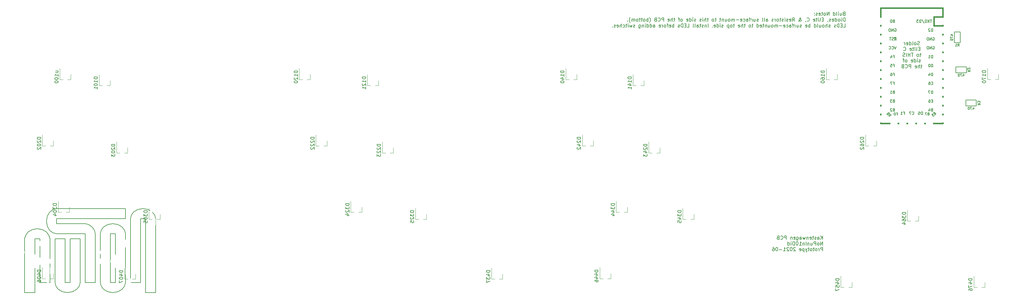
<source format=gbo>
G04 #@! TF.GenerationSoftware,KiCad,Pcbnew,(5.1.9)-1*
G04 #@! TF.CreationDate,2021-06-08T15:00:23-04:00*
G04 #@! TF.ProjectId,kastenwagen-48-pcb,6b617374-656e-4776-9167-656e2d34382d,rev?*
G04 #@! TF.SameCoordinates,Original*
G04 #@! TF.FileFunction,Legend,Bot*
G04 #@! TF.FilePolarity,Positive*
%FSLAX46Y46*%
G04 Gerber Fmt 4.6, Leading zero omitted, Abs format (unit mm)*
G04 Created by KiCad (PCBNEW (5.1.9)-1) date 2021-06-08 15:00:23*
%MOMM*%
%LPD*%
G01*
G04 APERTURE LIST*
%ADD10C,0.200000*%
%ADD11C,0.150000*%
%ADD12C,0.120000*%
%ADD13C,0.381000*%
%ADD14R,0.800000X1.900000*%
%ADD15R,2.000000X2.000000*%
%ADD16C,2.000000*%
%ADD17C,2.250000*%
%ADD18C,3.987800*%
%ADD19C,1.750000*%
%ADD20R,0.700000X1.300000*%
%ADD21R,1.300000X0.700000*%
%ADD22C,3.048000*%
%ADD23R,2.000000X3.250000*%
%ADD24R,3.250000X2.000000*%
%ADD25C,1.752600*%
%ADD26R,1.752600X1.752600*%
G04 APERTURE END LIST*
D10*
X259498571Y-11628571D02*
X259355714Y-11676190D01*
X259308095Y-11723809D01*
X259260476Y-11819047D01*
X259260476Y-11961904D01*
X259308095Y-12057142D01*
X259355714Y-12104761D01*
X259450952Y-12152380D01*
X259831904Y-12152380D01*
X259831904Y-11152380D01*
X259498571Y-11152380D01*
X259403333Y-11200000D01*
X259355714Y-11247619D01*
X259308095Y-11342857D01*
X259308095Y-11438095D01*
X259355714Y-11533333D01*
X259403333Y-11580952D01*
X259498571Y-11628571D01*
X259831904Y-11628571D01*
X258403333Y-11485714D02*
X258403333Y-12152380D01*
X258831904Y-11485714D02*
X258831904Y-12009523D01*
X258784285Y-12104761D01*
X258689047Y-12152380D01*
X258546190Y-12152380D01*
X258450952Y-12104761D01*
X258403333Y-12057142D01*
X257927142Y-12152380D02*
X257927142Y-11485714D01*
X257927142Y-11152380D02*
X257974761Y-11200000D01*
X257927142Y-11247619D01*
X257879523Y-11200000D01*
X257927142Y-11152380D01*
X257927142Y-11247619D01*
X257308095Y-12152380D02*
X257403333Y-12104761D01*
X257450952Y-12009523D01*
X257450952Y-11152380D01*
X256498571Y-12152380D02*
X256498571Y-11152380D01*
X256498571Y-12104761D02*
X256593809Y-12152380D01*
X256784285Y-12152380D01*
X256879523Y-12104761D01*
X256927142Y-12057142D01*
X256974761Y-11961904D01*
X256974761Y-11676190D01*
X256927142Y-11580952D01*
X256879523Y-11533333D01*
X256784285Y-11485714D01*
X256593809Y-11485714D01*
X256498571Y-11533333D01*
X255260476Y-12152380D02*
X255260476Y-11152380D01*
X254689047Y-12152380D01*
X254689047Y-11152380D01*
X254070000Y-12152380D02*
X254165238Y-12104761D01*
X254212857Y-12057142D01*
X254260476Y-11961904D01*
X254260476Y-11676190D01*
X254212857Y-11580952D01*
X254165238Y-11533333D01*
X254070000Y-11485714D01*
X253927142Y-11485714D01*
X253831904Y-11533333D01*
X253784285Y-11580952D01*
X253736666Y-11676190D01*
X253736666Y-11961904D01*
X253784285Y-12057142D01*
X253831904Y-12104761D01*
X253927142Y-12152380D01*
X254070000Y-12152380D01*
X253450952Y-11485714D02*
X253070000Y-11485714D01*
X253308095Y-11152380D02*
X253308095Y-12009523D01*
X253260476Y-12104761D01*
X253165238Y-12152380D01*
X253070000Y-12152380D01*
X252355714Y-12104761D02*
X252450952Y-12152380D01*
X252641428Y-12152380D01*
X252736666Y-12104761D01*
X252784285Y-12009523D01*
X252784285Y-11628571D01*
X252736666Y-11533333D01*
X252641428Y-11485714D01*
X252450952Y-11485714D01*
X252355714Y-11533333D01*
X252308095Y-11628571D01*
X252308095Y-11723809D01*
X252784285Y-11819047D01*
X251927142Y-12104761D02*
X251831904Y-12152380D01*
X251641428Y-12152380D01*
X251546190Y-12104761D01*
X251498571Y-12009523D01*
X251498571Y-11961904D01*
X251546190Y-11866666D01*
X251641428Y-11819047D01*
X251784285Y-11819047D01*
X251879523Y-11771428D01*
X251927142Y-11676190D01*
X251927142Y-11628571D01*
X251879523Y-11533333D01*
X251784285Y-11485714D01*
X251641428Y-11485714D01*
X251546190Y-11533333D01*
X251070000Y-12057142D02*
X251022380Y-12104761D01*
X251070000Y-12152380D01*
X251117619Y-12104761D01*
X251070000Y-12057142D01*
X251070000Y-12152380D01*
X251070000Y-11533333D02*
X251022380Y-11580952D01*
X251070000Y-11628571D01*
X251117619Y-11580952D01*
X251070000Y-11533333D01*
X251070000Y-11628571D01*
X259831904Y-13852380D02*
X259831904Y-12852380D01*
X259593809Y-12852380D01*
X259450952Y-12900000D01*
X259355714Y-12995238D01*
X259308095Y-13090476D01*
X259260476Y-13280952D01*
X259260476Y-13423809D01*
X259308095Y-13614285D01*
X259355714Y-13709523D01*
X259450952Y-13804761D01*
X259593809Y-13852380D01*
X259831904Y-13852380D01*
X258831904Y-13852380D02*
X258831904Y-13185714D01*
X258831904Y-12852380D02*
X258879523Y-12900000D01*
X258831904Y-12947619D01*
X258784285Y-12900000D01*
X258831904Y-12852380D01*
X258831904Y-12947619D01*
X258212857Y-13852380D02*
X258308095Y-13804761D01*
X258355714Y-13757142D01*
X258403333Y-13661904D01*
X258403333Y-13376190D01*
X258355714Y-13280952D01*
X258308095Y-13233333D01*
X258212857Y-13185714D01*
X258070000Y-13185714D01*
X257974761Y-13233333D01*
X257927142Y-13280952D01*
X257879523Y-13376190D01*
X257879523Y-13661904D01*
X257927142Y-13757142D01*
X257974761Y-13804761D01*
X258070000Y-13852380D01*
X258212857Y-13852380D01*
X257022380Y-13852380D02*
X257022380Y-12852380D01*
X257022380Y-13804761D02*
X257117619Y-13852380D01*
X257308095Y-13852380D01*
X257403333Y-13804761D01*
X257450952Y-13757142D01*
X257498571Y-13661904D01*
X257498571Y-13376190D01*
X257450952Y-13280952D01*
X257403333Y-13233333D01*
X257308095Y-13185714D01*
X257117619Y-13185714D01*
X257022380Y-13233333D01*
X256165238Y-13804761D02*
X256260476Y-13852380D01*
X256450952Y-13852380D01*
X256546190Y-13804761D01*
X256593809Y-13709523D01*
X256593809Y-13328571D01*
X256546190Y-13233333D01*
X256450952Y-13185714D01*
X256260476Y-13185714D01*
X256165238Y-13233333D01*
X256117619Y-13328571D01*
X256117619Y-13423809D01*
X256593809Y-13519047D01*
X255736666Y-13804761D02*
X255641428Y-13852380D01*
X255450952Y-13852380D01*
X255355714Y-13804761D01*
X255308095Y-13709523D01*
X255308095Y-13661904D01*
X255355714Y-13566666D01*
X255450952Y-13519047D01*
X255593809Y-13519047D01*
X255689047Y-13471428D01*
X255736666Y-13376190D01*
X255736666Y-13328571D01*
X255689047Y-13233333D01*
X255593809Y-13185714D01*
X255450952Y-13185714D01*
X255355714Y-13233333D01*
X254831904Y-13804761D02*
X254831904Y-13852380D01*
X254879523Y-13947619D01*
X254927142Y-13995238D01*
X253641428Y-13328571D02*
X253308095Y-13328571D01*
X253165238Y-13852380D02*
X253641428Y-13852380D01*
X253641428Y-12852380D01*
X253165238Y-12852380D01*
X252593809Y-13852380D02*
X252689047Y-13804761D01*
X252736666Y-13709523D01*
X252736666Y-12852380D01*
X252212857Y-13852380D02*
X252212857Y-13185714D01*
X252212857Y-12852380D02*
X252260476Y-12900000D01*
X252212857Y-12947619D01*
X252165238Y-12900000D01*
X252212857Y-12852380D01*
X252212857Y-12947619D01*
X251879523Y-13185714D02*
X251498571Y-13185714D01*
X251736666Y-12852380D02*
X251736666Y-13709523D01*
X251689047Y-13804761D01*
X251593809Y-13852380D01*
X251498571Y-13852380D01*
X250784285Y-13804761D02*
X250879523Y-13852380D01*
X251070000Y-13852380D01*
X251165238Y-13804761D01*
X251212857Y-13709523D01*
X251212857Y-13328571D01*
X251165238Y-13233333D01*
X251070000Y-13185714D01*
X250879523Y-13185714D01*
X250784285Y-13233333D01*
X250736666Y-13328571D01*
X250736666Y-13423809D01*
X251212857Y-13519047D01*
X248974761Y-13757142D02*
X249022380Y-13804761D01*
X249165238Y-13852380D01*
X249260476Y-13852380D01*
X249403333Y-13804761D01*
X249498571Y-13709523D01*
X249546190Y-13614285D01*
X249593809Y-13423809D01*
X249593809Y-13280952D01*
X249546190Y-13090476D01*
X249498571Y-12995238D01*
X249403333Y-12900000D01*
X249260476Y-12852380D01*
X249165238Y-12852380D01*
X249022380Y-12900000D01*
X248974761Y-12947619D01*
X248498571Y-13804761D02*
X248498571Y-13852380D01*
X248546190Y-13947619D01*
X248593809Y-13995238D01*
X246498571Y-13852380D02*
X246546190Y-13852380D01*
X246641428Y-13804761D01*
X246784285Y-13661904D01*
X247022380Y-13376190D01*
X247117619Y-13233333D01*
X247165238Y-13090476D01*
X247165238Y-12995238D01*
X247117619Y-12900000D01*
X247022380Y-12852380D01*
X246974761Y-12852380D01*
X246879523Y-12900000D01*
X246831904Y-12995238D01*
X246831904Y-13042857D01*
X246879523Y-13138095D01*
X246927142Y-13185714D01*
X247212857Y-13376190D01*
X247260476Y-13423809D01*
X247308095Y-13519047D01*
X247308095Y-13661904D01*
X247260476Y-13757142D01*
X247212857Y-13804761D01*
X247117619Y-13852380D01*
X246974761Y-13852380D01*
X246879523Y-13804761D01*
X246831904Y-13757142D01*
X246689047Y-13566666D01*
X246641428Y-13423809D01*
X246641428Y-13328571D01*
X244736666Y-13852380D02*
X245070000Y-13376190D01*
X245308095Y-13852380D02*
X245308095Y-12852380D01*
X244927142Y-12852380D01*
X244831904Y-12900000D01*
X244784285Y-12947619D01*
X244736666Y-13042857D01*
X244736666Y-13185714D01*
X244784285Y-13280952D01*
X244831904Y-13328571D01*
X244927142Y-13376190D01*
X245308095Y-13376190D01*
X243927142Y-13804761D02*
X244022380Y-13852380D01*
X244212857Y-13852380D01*
X244308095Y-13804761D01*
X244355714Y-13709523D01*
X244355714Y-13328571D01*
X244308095Y-13233333D01*
X244212857Y-13185714D01*
X244022380Y-13185714D01*
X243927142Y-13233333D01*
X243879523Y-13328571D01*
X243879523Y-13423809D01*
X244355714Y-13519047D01*
X243498571Y-13804761D02*
X243403333Y-13852380D01*
X243212857Y-13852380D01*
X243117619Y-13804761D01*
X243070000Y-13709523D01*
X243070000Y-13661904D01*
X243117619Y-13566666D01*
X243212857Y-13519047D01*
X243355714Y-13519047D01*
X243450952Y-13471428D01*
X243498571Y-13376190D01*
X243498571Y-13328571D01*
X243450952Y-13233333D01*
X243355714Y-13185714D01*
X243212857Y-13185714D01*
X243117619Y-13233333D01*
X242641428Y-13852380D02*
X242641428Y-13185714D01*
X242641428Y-12852380D02*
X242689047Y-12900000D01*
X242641428Y-12947619D01*
X242593809Y-12900000D01*
X242641428Y-12852380D01*
X242641428Y-12947619D01*
X242212857Y-13804761D02*
X242117619Y-13852380D01*
X241927142Y-13852380D01*
X241831904Y-13804761D01*
X241784285Y-13709523D01*
X241784285Y-13661904D01*
X241831904Y-13566666D01*
X241927142Y-13519047D01*
X242070000Y-13519047D01*
X242165238Y-13471428D01*
X242212857Y-13376190D01*
X242212857Y-13328571D01*
X242165238Y-13233333D01*
X242070000Y-13185714D01*
X241927142Y-13185714D01*
X241831904Y-13233333D01*
X241498571Y-13185714D02*
X241117619Y-13185714D01*
X241355714Y-12852380D02*
X241355714Y-13709523D01*
X241308095Y-13804761D01*
X241212857Y-13852380D01*
X241117619Y-13852380D01*
X240641428Y-13852380D02*
X240736666Y-13804761D01*
X240784285Y-13757142D01*
X240831904Y-13661904D01*
X240831904Y-13376190D01*
X240784285Y-13280952D01*
X240736666Y-13233333D01*
X240641428Y-13185714D01*
X240498571Y-13185714D01*
X240403333Y-13233333D01*
X240355714Y-13280952D01*
X240308095Y-13376190D01*
X240308095Y-13661904D01*
X240355714Y-13757142D01*
X240403333Y-13804761D01*
X240498571Y-13852380D01*
X240641428Y-13852380D01*
X239879523Y-13852380D02*
X239879523Y-13185714D01*
X239879523Y-13376190D02*
X239831904Y-13280952D01*
X239784285Y-13233333D01*
X239689047Y-13185714D01*
X239593809Y-13185714D01*
X239308095Y-13804761D02*
X239212857Y-13852380D01*
X239022380Y-13852380D01*
X238927142Y-13804761D01*
X238879523Y-13709523D01*
X238879523Y-13661904D01*
X238927142Y-13566666D01*
X239022380Y-13519047D01*
X239165238Y-13519047D01*
X239260476Y-13471428D01*
X239308095Y-13376190D01*
X239308095Y-13328571D01*
X239260476Y-13233333D01*
X239165238Y-13185714D01*
X239022380Y-13185714D01*
X238927142Y-13233333D01*
X237260476Y-13852380D02*
X237260476Y-13328571D01*
X237308095Y-13233333D01*
X237403333Y-13185714D01*
X237593809Y-13185714D01*
X237689047Y-13233333D01*
X237260476Y-13804761D02*
X237355714Y-13852380D01*
X237593809Y-13852380D01*
X237689047Y-13804761D01*
X237736666Y-13709523D01*
X237736666Y-13614285D01*
X237689047Y-13519047D01*
X237593809Y-13471428D01*
X237355714Y-13471428D01*
X237260476Y-13423809D01*
X236641428Y-13852380D02*
X236736666Y-13804761D01*
X236784285Y-13709523D01*
X236784285Y-12852380D01*
X236117619Y-13852380D02*
X236212857Y-13804761D01*
X236260476Y-13709523D01*
X236260476Y-12852380D01*
X235022380Y-13804761D02*
X234927142Y-13852380D01*
X234736666Y-13852380D01*
X234641428Y-13804761D01*
X234593809Y-13709523D01*
X234593809Y-13661904D01*
X234641428Y-13566666D01*
X234736666Y-13519047D01*
X234879523Y-13519047D01*
X234974761Y-13471428D01*
X235022380Y-13376190D01*
X235022380Y-13328571D01*
X234974761Y-13233333D01*
X234879523Y-13185714D01*
X234736666Y-13185714D01*
X234641428Y-13233333D01*
X233736666Y-13185714D02*
X233736666Y-13852380D01*
X234165238Y-13185714D02*
X234165238Y-13709523D01*
X234117619Y-13804761D01*
X234022380Y-13852380D01*
X233879523Y-13852380D01*
X233784285Y-13804761D01*
X233736666Y-13757142D01*
X233260476Y-13852380D02*
X233260476Y-13185714D01*
X233260476Y-13376190D02*
X233212857Y-13280952D01*
X233165238Y-13233333D01*
X233070000Y-13185714D01*
X232974761Y-13185714D01*
X232784285Y-13185714D02*
X232403333Y-13185714D01*
X232641428Y-13852380D02*
X232641428Y-12995238D01*
X232593809Y-12900000D01*
X232498571Y-12852380D01*
X232403333Y-12852380D01*
X231641428Y-13852380D02*
X231641428Y-13328571D01*
X231689047Y-13233333D01*
X231784285Y-13185714D01*
X231974761Y-13185714D01*
X232070000Y-13233333D01*
X231641428Y-13804761D02*
X231736666Y-13852380D01*
X231974761Y-13852380D01*
X232070000Y-13804761D01*
X232117619Y-13709523D01*
X232117619Y-13614285D01*
X232070000Y-13519047D01*
X231974761Y-13471428D01*
X231736666Y-13471428D01*
X231641428Y-13423809D01*
X230736666Y-13804761D02*
X230831904Y-13852380D01*
X231022380Y-13852380D01*
X231117619Y-13804761D01*
X231165238Y-13757142D01*
X231212857Y-13661904D01*
X231212857Y-13376190D01*
X231165238Y-13280952D01*
X231117619Y-13233333D01*
X231022380Y-13185714D01*
X230831904Y-13185714D01*
X230736666Y-13233333D01*
X229927142Y-13804761D02*
X230022380Y-13852380D01*
X230212857Y-13852380D01*
X230308095Y-13804761D01*
X230355714Y-13709523D01*
X230355714Y-13328571D01*
X230308095Y-13233333D01*
X230212857Y-13185714D01*
X230022380Y-13185714D01*
X229927142Y-13233333D01*
X229879523Y-13328571D01*
X229879523Y-13423809D01*
X230355714Y-13519047D01*
X229450952Y-13471428D02*
X228689047Y-13471428D01*
X228212857Y-13852380D02*
X228212857Y-13185714D01*
X228212857Y-13280952D02*
X228165238Y-13233333D01*
X228070000Y-13185714D01*
X227927142Y-13185714D01*
X227831904Y-13233333D01*
X227784285Y-13328571D01*
X227784285Y-13852380D01*
X227784285Y-13328571D02*
X227736666Y-13233333D01*
X227641428Y-13185714D01*
X227498571Y-13185714D01*
X227403333Y-13233333D01*
X227355714Y-13328571D01*
X227355714Y-13852380D01*
X226736666Y-13852380D02*
X226831904Y-13804761D01*
X226879523Y-13757142D01*
X226927142Y-13661904D01*
X226927142Y-13376190D01*
X226879523Y-13280952D01*
X226831904Y-13233333D01*
X226736666Y-13185714D01*
X226593809Y-13185714D01*
X226498571Y-13233333D01*
X226450952Y-13280952D01*
X226403333Y-13376190D01*
X226403333Y-13661904D01*
X226450952Y-13757142D01*
X226498571Y-13804761D01*
X226593809Y-13852380D01*
X226736666Y-13852380D01*
X225546190Y-13185714D02*
X225546190Y-13852380D01*
X225974761Y-13185714D02*
X225974761Y-13709523D01*
X225927142Y-13804761D01*
X225831904Y-13852380D01*
X225689047Y-13852380D01*
X225593809Y-13804761D01*
X225546190Y-13757142D01*
X225070000Y-13185714D02*
X225070000Y-13852380D01*
X225070000Y-13280952D02*
X225022380Y-13233333D01*
X224927142Y-13185714D01*
X224784285Y-13185714D01*
X224689047Y-13233333D01*
X224641428Y-13328571D01*
X224641428Y-13852380D01*
X224308095Y-13185714D02*
X223927142Y-13185714D01*
X224165238Y-12852380D02*
X224165238Y-13709523D01*
X224117619Y-13804761D01*
X224022380Y-13852380D01*
X223927142Y-13852380D01*
X222974761Y-13185714D02*
X222593809Y-13185714D01*
X222831904Y-12852380D02*
X222831904Y-13709523D01*
X222784285Y-13804761D01*
X222689047Y-13852380D01*
X222593809Y-13852380D01*
X222117619Y-13852380D02*
X222212857Y-13804761D01*
X222260476Y-13757142D01*
X222308095Y-13661904D01*
X222308095Y-13376190D01*
X222260476Y-13280952D01*
X222212857Y-13233333D01*
X222117619Y-13185714D01*
X221974761Y-13185714D01*
X221879523Y-13233333D01*
X221831904Y-13280952D01*
X221784285Y-13376190D01*
X221784285Y-13661904D01*
X221831904Y-13757142D01*
X221879523Y-13804761D01*
X221974761Y-13852380D01*
X222117619Y-13852380D01*
X220736666Y-13185714D02*
X220355714Y-13185714D01*
X220593809Y-12852380D02*
X220593809Y-13709523D01*
X220546190Y-13804761D01*
X220450952Y-13852380D01*
X220355714Y-13852380D01*
X220022380Y-13852380D02*
X220022380Y-12852380D01*
X219593809Y-13852380D02*
X219593809Y-13328571D01*
X219641428Y-13233333D01*
X219736666Y-13185714D01*
X219879523Y-13185714D01*
X219974761Y-13233333D01*
X220022380Y-13280952D01*
X219117619Y-13852380D02*
X219117619Y-13185714D01*
X219117619Y-12852380D02*
X219165238Y-12900000D01*
X219117619Y-12947619D01*
X219070000Y-12900000D01*
X219117619Y-12852380D01*
X219117619Y-12947619D01*
X218689047Y-13804761D02*
X218593809Y-13852380D01*
X218403333Y-13852380D01*
X218308095Y-13804761D01*
X218260476Y-13709523D01*
X218260476Y-13661904D01*
X218308095Y-13566666D01*
X218403333Y-13519047D01*
X218546190Y-13519047D01*
X218641428Y-13471428D01*
X218689047Y-13376190D01*
X218689047Y-13328571D01*
X218641428Y-13233333D01*
X218546190Y-13185714D01*
X218403333Y-13185714D01*
X218308095Y-13233333D01*
X217117619Y-13804761D02*
X217022380Y-13852380D01*
X216831904Y-13852380D01*
X216736666Y-13804761D01*
X216689047Y-13709523D01*
X216689047Y-13661904D01*
X216736666Y-13566666D01*
X216831904Y-13519047D01*
X216974761Y-13519047D01*
X217070000Y-13471428D01*
X217117619Y-13376190D01*
X217117619Y-13328571D01*
X217070000Y-13233333D01*
X216974761Y-13185714D01*
X216831904Y-13185714D01*
X216736666Y-13233333D01*
X216260476Y-13852380D02*
X216260476Y-13185714D01*
X216260476Y-12852380D02*
X216308095Y-12900000D01*
X216260476Y-12947619D01*
X216212857Y-12900000D01*
X216260476Y-12852380D01*
X216260476Y-12947619D01*
X215355714Y-13852380D02*
X215355714Y-12852380D01*
X215355714Y-13804761D02*
X215450952Y-13852380D01*
X215641428Y-13852380D01*
X215736666Y-13804761D01*
X215784285Y-13757142D01*
X215831904Y-13661904D01*
X215831904Y-13376190D01*
X215784285Y-13280952D01*
X215736666Y-13233333D01*
X215641428Y-13185714D01*
X215450952Y-13185714D01*
X215355714Y-13233333D01*
X214498571Y-13804761D02*
X214593809Y-13852380D01*
X214784285Y-13852380D01*
X214879523Y-13804761D01*
X214927142Y-13709523D01*
X214927142Y-13328571D01*
X214879523Y-13233333D01*
X214784285Y-13185714D01*
X214593809Y-13185714D01*
X214498571Y-13233333D01*
X214450952Y-13328571D01*
X214450952Y-13423809D01*
X214927142Y-13519047D01*
X213117619Y-13852380D02*
X213212857Y-13804761D01*
X213260476Y-13757142D01*
X213308095Y-13661904D01*
X213308095Y-13376190D01*
X213260476Y-13280952D01*
X213212857Y-13233333D01*
X213117619Y-13185714D01*
X212974761Y-13185714D01*
X212879523Y-13233333D01*
X212831904Y-13280952D01*
X212784285Y-13376190D01*
X212784285Y-13661904D01*
X212831904Y-13757142D01*
X212879523Y-13804761D01*
X212974761Y-13852380D01*
X213117619Y-13852380D01*
X212498571Y-13185714D02*
X212117619Y-13185714D01*
X212355714Y-13852380D02*
X212355714Y-12995238D01*
X212308095Y-12900000D01*
X212212857Y-12852380D01*
X212117619Y-12852380D01*
X211165238Y-13185714D02*
X210784285Y-13185714D01*
X211022380Y-12852380D02*
X211022380Y-13709523D01*
X210974761Y-13804761D01*
X210879523Y-13852380D01*
X210784285Y-13852380D01*
X210450952Y-13852380D02*
X210450952Y-12852380D01*
X210022380Y-13852380D02*
X210022380Y-13328571D01*
X210070000Y-13233333D01*
X210165238Y-13185714D01*
X210308095Y-13185714D01*
X210403333Y-13233333D01*
X210450952Y-13280952D01*
X209165238Y-13804761D02*
X209260476Y-13852380D01*
X209450952Y-13852380D01*
X209546190Y-13804761D01*
X209593809Y-13709523D01*
X209593809Y-13328571D01*
X209546190Y-13233333D01*
X209450952Y-13185714D01*
X209260476Y-13185714D01*
X209165238Y-13233333D01*
X209117619Y-13328571D01*
X209117619Y-13423809D01*
X209593809Y-13519047D01*
X207927142Y-13852380D02*
X207927142Y-12852380D01*
X207546190Y-12852380D01*
X207450952Y-12900000D01*
X207403333Y-12947619D01*
X207355714Y-13042857D01*
X207355714Y-13185714D01*
X207403333Y-13280952D01*
X207450952Y-13328571D01*
X207546190Y-13376190D01*
X207927142Y-13376190D01*
X206355714Y-13757142D02*
X206403333Y-13804761D01*
X206546190Y-13852380D01*
X206641428Y-13852380D01*
X206784285Y-13804761D01*
X206879523Y-13709523D01*
X206927142Y-13614285D01*
X206974761Y-13423809D01*
X206974761Y-13280952D01*
X206927142Y-13090476D01*
X206879523Y-12995238D01*
X206784285Y-12900000D01*
X206641428Y-12852380D01*
X206546190Y-12852380D01*
X206403333Y-12900000D01*
X206355714Y-12947619D01*
X205593809Y-13328571D02*
X205450952Y-13376190D01*
X205403333Y-13423809D01*
X205355714Y-13519047D01*
X205355714Y-13661904D01*
X205403333Y-13757142D01*
X205450952Y-13804761D01*
X205546190Y-13852380D01*
X205927142Y-13852380D01*
X205927142Y-12852380D01*
X205593809Y-12852380D01*
X205498571Y-12900000D01*
X205450952Y-12947619D01*
X205403333Y-13042857D01*
X205403333Y-13138095D01*
X205450952Y-13233333D01*
X205498571Y-13280952D01*
X205593809Y-13328571D01*
X205927142Y-13328571D01*
X203879523Y-14233333D02*
X203927142Y-14185714D01*
X204022380Y-14042857D01*
X204070000Y-13947619D01*
X204117619Y-13804761D01*
X204165238Y-13566666D01*
X204165238Y-13376190D01*
X204117619Y-13138095D01*
X204070000Y-12995238D01*
X204022380Y-12900000D01*
X203927142Y-12757142D01*
X203879523Y-12709523D01*
X203498571Y-13852380D02*
X203498571Y-12852380D01*
X203498571Y-13233333D02*
X203403333Y-13185714D01*
X203212857Y-13185714D01*
X203117619Y-13233333D01*
X203070000Y-13280952D01*
X203022380Y-13376190D01*
X203022380Y-13661904D01*
X203070000Y-13757142D01*
X203117619Y-13804761D01*
X203212857Y-13852380D01*
X203403333Y-13852380D01*
X203498571Y-13804761D01*
X202450952Y-13852380D02*
X202546190Y-13804761D01*
X202593809Y-13757142D01*
X202641428Y-13661904D01*
X202641428Y-13376190D01*
X202593809Y-13280952D01*
X202546190Y-13233333D01*
X202450952Y-13185714D01*
X202308095Y-13185714D01*
X202212857Y-13233333D01*
X202165238Y-13280952D01*
X202117619Y-13376190D01*
X202117619Y-13661904D01*
X202165238Y-13757142D01*
X202212857Y-13804761D01*
X202308095Y-13852380D01*
X202450952Y-13852380D01*
X201831904Y-13185714D02*
X201450952Y-13185714D01*
X201689047Y-12852380D02*
X201689047Y-13709523D01*
X201641428Y-13804761D01*
X201546190Y-13852380D01*
X201450952Y-13852380D01*
X201260476Y-13185714D02*
X200879523Y-13185714D01*
X201117619Y-12852380D02*
X201117619Y-13709523D01*
X201070000Y-13804761D01*
X200974761Y-13852380D01*
X200879523Y-13852380D01*
X200403333Y-13852380D02*
X200498571Y-13804761D01*
X200546190Y-13757142D01*
X200593809Y-13661904D01*
X200593809Y-13376190D01*
X200546190Y-13280952D01*
X200498571Y-13233333D01*
X200403333Y-13185714D01*
X200260476Y-13185714D01*
X200165238Y-13233333D01*
X200117619Y-13280952D01*
X200070000Y-13376190D01*
X200070000Y-13661904D01*
X200117619Y-13757142D01*
X200165238Y-13804761D01*
X200260476Y-13852380D01*
X200403333Y-13852380D01*
X199641428Y-13852380D02*
X199641428Y-13185714D01*
X199641428Y-13280952D02*
X199593809Y-13233333D01*
X199498571Y-13185714D01*
X199355714Y-13185714D01*
X199260476Y-13233333D01*
X199212857Y-13328571D01*
X199212857Y-13852380D01*
X199212857Y-13328571D02*
X199165238Y-13233333D01*
X199070000Y-13185714D01*
X198927142Y-13185714D01*
X198831904Y-13233333D01*
X198784285Y-13328571D01*
X198784285Y-13852380D01*
X198403333Y-14233333D02*
X198355714Y-14185714D01*
X198260476Y-14042857D01*
X198212857Y-13947619D01*
X198165238Y-13804761D01*
X198117619Y-13566666D01*
X198117619Y-13376190D01*
X198165238Y-13138095D01*
X198212857Y-12995238D01*
X198260476Y-12900000D01*
X198355714Y-12757142D01*
X198403333Y-12709523D01*
X197641428Y-13757142D02*
X197593809Y-13804761D01*
X197641428Y-13852380D01*
X197689047Y-13804761D01*
X197641428Y-13757142D01*
X197641428Y-13852380D01*
X259355714Y-15552380D02*
X259831904Y-15552380D01*
X259831904Y-14552380D01*
X259022380Y-15028571D02*
X258689047Y-15028571D01*
X258546190Y-15552380D02*
X259022380Y-15552380D01*
X259022380Y-14552380D01*
X258546190Y-14552380D01*
X258117619Y-15552380D02*
X258117619Y-14552380D01*
X257879523Y-14552380D01*
X257736666Y-14600000D01*
X257641428Y-14695238D01*
X257593809Y-14790476D01*
X257546190Y-14980952D01*
X257546190Y-15123809D01*
X257593809Y-15314285D01*
X257641428Y-15409523D01*
X257736666Y-15504761D01*
X257879523Y-15552380D01*
X258117619Y-15552380D01*
X257165238Y-15504761D02*
X257070000Y-15552380D01*
X256879523Y-15552380D01*
X256784285Y-15504761D01*
X256736666Y-15409523D01*
X256736666Y-15361904D01*
X256784285Y-15266666D01*
X256879523Y-15219047D01*
X257022380Y-15219047D01*
X257117619Y-15171428D01*
X257165238Y-15076190D01*
X257165238Y-15028571D01*
X257117619Y-14933333D01*
X257022380Y-14885714D01*
X256879523Y-14885714D01*
X256784285Y-14933333D01*
X255593809Y-15504761D02*
X255498571Y-15552380D01*
X255308095Y-15552380D01*
X255212857Y-15504761D01*
X255165238Y-15409523D01*
X255165238Y-15361904D01*
X255212857Y-15266666D01*
X255308095Y-15219047D01*
X255450952Y-15219047D01*
X255546190Y-15171428D01*
X255593809Y-15076190D01*
X255593809Y-15028571D01*
X255546190Y-14933333D01*
X255450952Y-14885714D01*
X255308095Y-14885714D01*
X255212857Y-14933333D01*
X254736666Y-15552380D02*
X254736666Y-14552380D01*
X254308095Y-15552380D02*
X254308095Y-15028571D01*
X254355714Y-14933333D01*
X254450952Y-14885714D01*
X254593809Y-14885714D01*
X254689047Y-14933333D01*
X254736666Y-14980952D01*
X253689047Y-15552380D02*
X253784285Y-15504761D01*
X253831904Y-15457142D01*
X253879523Y-15361904D01*
X253879523Y-15076190D01*
X253831904Y-14980952D01*
X253784285Y-14933333D01*
X253689047Y-14885714D01*
X253546190Y-14885714D01*
X253450952Y-14933333D01*
X253403333Y-14980952D01*
X253355714Y-15076190D01*
X253355714Y-15361904D01*
X253403333Y-15457142D01*
X253450952Y-15504761D01*
X253546190Y-15552380D01*
X253689047Y-15552380D01*
X252498571Y-14885714D02*
X252498571Y-15552380D01*
X252927142Y-14885714D02*
X252927142Y-15409523D01*
X252879523Y-15504761D01*
X252784285Y-15552380D01*
X252641428Y-15552380D01*
X252546190Y-15504761D01*
X252498571Y-15457142D01*
X251879523Y-15552380D02*
X251974761Y-15504761D01*
X252022380Y-15409523D01*
X252022380Y-14552380D01*
X251070000Y-15552380D02*
X251070000Y-14552380D01*
X251070000Y-15504761D02*
X251165238Y-15552380D01*
X251355714Y-15552380D01*
X251450952Y-15504761D01*
X251498571Y-15457142D01*
X251546190Y-15361904D01*
X251546190Y-15076190D01*
X251498571Y-14980952D01*
X251450952Y-14933333D01*
X251355714Y-14885714D01*
X251165238Y-14885714D01*
X251070000Y-14933333D01*
X249831904Y-15552380D02*
X249831904Y-14552380D01*
X249831904Y-14933333D02*
X249736666Y-14885714D01*
X249546190Y-14885714D01*
X249450952Y-14933333D01*
X249403333Y-14980952D01*
X249355714Y-15076190D01*
X249355714Y-15361904D01*
X249403333Y-15457142D01*
X249450952Y-15504761D01*
X249546190Y-15552380D01*
X249736666Y-15552380D01*
X249831904Y-15504761D01*
X248546190Y-15504761D02*
X248641428Y-15552380D01*
X248831904Y-15552380D01*
X248927142Y-15504761D01*
X248974761Y-15409523D01*
X248974761Y-15028571D01*
X248927142Y-14933333D01*
X248831904Y-14885714D01*
X248641428Y-14885714D01*
X248546190Y-14933333D01*
X248498571Y-15028571D01*
X248498571Y-15123809D01*
X248974761Y-15219047D01*
X247355714Y-15504761D02*
X247260476Y-15552380D01*
X247070000Y-15552380D01*
X246974761Y-15504761D01*
X246927142Y-15409523D01*
X246927142Y-15361904D01*
X246974761Y-15266666D01*
X247070000Y-15219047D01*
X247212857Y-15219047D01*
X247308095Y-15171428D01*
X247355714Y-15076190D01*
X247355714Y-15028571D01*
X247308095Y-14933333D01*
X247212857Y-14885714D01*
X247070000Y-14885714D01*
X246974761Y-14933333D01*
X246070000Y-14885714D02*
X246070000Y-15552380D01*
X246498571Y-14885714D02*
X246498571Y-15409523D01*
X246450952Y-15504761D01*
X246355714Y-15552380D01*
X246212857Y-15552380D01*
X246117619Y-15504761D01*
X246070000Y-15457142D01*
X245593809Y-15552380D02*
X245593809Y-14885714D01*
X245593809Y-15076190D02*
X245546190Y-14980952D01*
X245498571Y-14933333D01*
X245403333Y-14885714D01*
X245308095Y-14885714D01*
X245117619Y-14885714D02*
X244736666Y-14885714D01*
X244974761Y-15552380D02*
X244974761Y-14695238D01*
X244927142Y-14600000D01*
X244831904Y-14552380D01*
X244736666Y-14552380D01*
X243974761Y-15552380D02*
X243974761Y-15028571D01*
X244022380Y-14933333D01*
X244117619Y-14885714D01*
X244308095Y-14885714D01*
X244403333Y-14933333D01*
X243974761Y-15504761D02*
X244070000Y-15552380D01*
X244308095Y-15552380D01*
X244403333Y-15504761D01*
X244450952Y-15409523D01*
X244450952Y-15314285D01*
X244403333Y-15219047D01*
X244308095Y-15171428D01*
X244070000Y-15171428D01*
X243974761Y-15123809D01*
X243070000Y-15504761D02*
X243165238Y-15552380D01*
X243355714Y-15552380D01*
X243450952Y-15504761D01*
X243498571Y-15457142D01*
X243546190Y-15361904D01*
X243546190Y-15076190D01*
X243498571Y-14980952D01*
X243450952Y-14933333D01*
X243355714Y-14885714D01*
X243165238Y-14885714D01*
X243070000Y-14933333D01*
X242260476Y-15504761D02*
X242355714Y-15552380D01*
X242546190Y-15552380D01*
X242641428Y-15504761D01*
X242689047Y-15409523D01*
X242689047Y-15028571D01*
X242641428Y-14933333D01*
X242546190Y-14885714D01*
X242355714Y-14885714D01*
X242260476Y-14933333D01*
X242212857Y-15028571D01*
X242212857Y-15123809D01*
X242689047Y-15219047D01*
X241784285Y-15171428D02*
X241022380Y-15171428D01*
X240546190Y-15552380D02*
X240546190Y-14885714D01*
X240546190Y-14980952D02*
X240498571Y-14933333D01*
X240403333Y-14885714D01*
X240260476Y-14885714D01*
X240165238Y-14933333D01*
X240117619Y-15028571D01*
X240117619Y-15552380D01*
X240117619Y-15028571D02*
X240070000Y-14933333D01*
X239974761Y-14885714D01*
X239831904Y-14885714D01*
X239736666Y-14933333D01*
X239689047Y-15028571D01*
X239689047Y-15552380D01*
X239070000Y-15552380D02*
X239165238Y-15504761D01*
X239212857Y-15457142D01*
X239260476Y-15361904D01*
X239260476Y-15076190D01*
X239212857Y-14980952D01*
X239165238Y-14933333D01*
X239070000Y-14885714D01*
X238927142Y-14885714D01*
X238831904Y-14933333D01*
X238784285Y-14980952D01*
X238736666Y-15076190D01*
X238736666Y-15361904D01*
X238784285Y-15457142D01*
X238831904Y-15504761D01*
X238927142Y-15552380D01*
X239070000Y-15552380D01*
X237879523Y-14885714D02*
X237879523Y-15552380D01*
X238308095Y-14885714D02*
X238308095Y-15409523D01*
X238260476Y-15504761D01*
X238165238Y-15552380D01*
X238022380Y-15552380D01*
X237927142Y-15504761D01*
X237879523Y-15457142D01*
X237403333Y-14885714D02*
X237403333Y-15552380D01*
X237403333Y-14980952D02*
X237355714Y-14933333D01*
X237260476Y-14885714D01*
X237117619Y-14885714D01*
X237022380Y-14933333D01*
X236974761Y-15028571D01*
X236974761Y-15552380D01*
X236641428Y-14885714D02*
X236260476Y-14885714D01*
X236498571Y-14552380D02*
X236498571Y-15409523D01*
X236450952Y-15504761D01*
X236355714Y-15552380D01*
X236260476Y-15552380D01*
X235546190Y-15504761D02*
X235641428Y-15552380D01*
X235831904Y-15552380D01*
X235927142Y-15504761D01*
X235974761Y-15409523D01*
X235974761Y-15028571D01*
X235927142Y-14933333D01*
X235831904Y-14885714D01*
X235641428Y-14885714D01*
X235546190Y-14933333D01*
X235498571Y-15028571D01*
X235498571Y-15123809D01*
X235974761Y-15219047D01*
X234641428Y-15552380D02*
X234641428Y-14552380D01*
X234641428Y-15504761D02*
X234736666Y-15552380D01*
X234927142Y-15552380D01*
X235022380Y-15504761D01*
X235070000Y-15457142D01*
X235117619Y-15361904D01*
X235117619Y-15076190D01*
X235070000Y-14980952D01*
X235022380Y-14933333D01*
X234927142Y-14885714D01*
X234736666Y-14885714D01*
X234641428Y-14933333D01*
X233546190Y-14885714D02*
X233165238Y-14885714D01*
X233403333Y-14552380D02*
X233403333Y-15409523D01*
X233355714Y-15504761D01*
X233260476Y-15552380D01*
X233165238Y-15552380D01*
X232689047Y-15552380D02*
X232784285Y-15504761D01*
X232831904Y-15457142D01*
X232879523Y-15361904D01*
X232879523Y-15076190D01*
X232831904Y-14980952D01*
X232784285Y-14933333D01*
X232689047Y-14885714D01*
X232546190Y-14885714D01*
X232450952Y-14933333D01*
X232403333Y-14980952D01*
X232355714Y-15076190D01*
X232355714Y-15361904D01*
X232403333Y-15457142D01*
X232450952Y-15504761D01*
X232546190Y-15552380D01*
X232689047Y-15552380D01*
X231308095Y-14885714D02*
X230927142Y-14885714D01*
X231165238Y-14552380D02*
X231165238Y-15409523D01*
X231117619Y-15504761D01*
X231022380Y-15552380D01*
X230927142Y-15552380D01*
X230593809Y-15552380D02*
X230593809Y-14552380D01*
X230165238Y-15552380D02*
X230165238Y-15028571D01*
X230212857Y-14933333D01*
X230308095Y-14885714D01*
X230450952Y-14885714D01*
X230546190Y-14933333D01*
X230593809Y-14980952D01*
X229308095Y-15504761D02*
X229403333Y-15552380D01*
X229593809Y-15552380D01*
X229689047Y-15504761D01*
X229736666Y-15409523D01*
X229736666Y-15028571D01*
X229689047Y-14933333D01*
X229593809Y-14885714D01*
X229403333Y-14885714D01*
X229308095Y-14933333D01*
X229260476Y-15028571D01*
X229260476Y-15123809D01*
X229736666Y-15219047D01*
X228212857Y-14885714D02*
X227831904Y-14885714D01*
X228070000Y-14552380D02*
X228070000Y-15409523D01*
X228022380Y-15504761D01*
X227927142Y-15552380D01*
X227831904Y-15552380D01*
X227355714Y-15552380D02*
X227450952Y-15504761D01*
X227498571Y-15457142D01*
X227546190Y-15361904D01*
X227546190Y-15076190D01*
X227498571Y-14980952D01*
X227450952Y-14933333D01*
X227355714Y-14885714D01*
X227212857Y-14885714D01*
X227117619Y-14933333D01*
X227070000Y-14980952D01*
X227022380Y-15076190D01*
X227022380Y-15361904D01*
X227070000Y-15457142D01*
X227117619Y-15504761D01*
X227212857Y-15552380D01*
X227355714Y-15552380D01*
X226593809Y-14885714D02*
X226593809Y-15885714D01*
X226593809Y-14933333D02*
X226498571Y-14885714D01*
X226308095Y-14885714D01*
X226212857Y-14933333D01*
X226165238Y-14980952D01*
X226117619Y-15076190D01*
X226117619Y-15361904D01*
X226165238Y-15457142D01*
X226212857Y-15504761D01*
X226308095Y-15552380D01*
X226498571Y-15552380D01*
X226593809Y-15504761D01*
X224974761Y-15504761D02*
X224879523Y-15552380D01*
X224689047Y-15552380D01*
X224593809Y-15504761D01*
X224546190Y-15409523D01*
X224546190Y-15361904D01*
X224593809Y-15266666D01*
X224689047Y-15219047D01*
X224831904Y-15219047D01*
X224927142Y-15171428D01*
X224974761Y-15076190D01*
X224974761Y-15028571D01*
X224927142Y-14933333D01*
X224831904Y-14885714D01*
X224689047Y-14885714D01*
X224593809Y-14933333D01*
X224117619Y-15552380D02*
X224117619Y-14885714D01*
X224117619Y-14552380D02*
X224165238Y-14600000D01*
X224117619Y-14647619D01*
X224070000Y-14600000D01*
X224117619Y-14552380D01*
X224117619Y-14647619D01*
X223212857Y-15552380D02*
X223212857Y-14552380D01*
X223212857Y-15504761D02*
X223308095Y-15552380D01*
X223498571Y-15552380D01*
X223593809Y-15504761D01*
X223641428Y-15457142D01*
X223689047Y-15361904D01*
X223689047Y-15076190D01*
X223641428Y-14980952D01*
X223593809Y-14933333D01*
X223498571Y-14885714D01*
X223308095Y-14885714D01*
X223212857Y-14933333D01*
X222355714Y-15504761D02*
X222450952Y-15552380D01*
X222641428Y-15552380D01*
X222736666Y-15504761D01*
X222784285Y-15409523D01*
X222784285Y-15028571D01*
X222736666Y-14933333D01*
X222641428Y-14885714D01*
X222450952Y-14885714D01*
X222355714Y-14933333D01*
X222308095Y-15028571D01*
X222308095Y-15123809D01*
X222784285Y-15219047D01*
X221879523Y-15457142D02*
X221831904Y-15504761D01*
X221879523Y-15552380D01*
X221927142Y-15504761D01*
X221879523Y-15457142D01*
X221879523Y-15552380D01*
X220641428Y-15552380D02*
X220641428Y-14552380D01*
X220165238Y-14885714D02*
X220165238Y-15552380D01*
X220165238Y-14980952D02*
X220117619Y-14933333D01*
X220022380Y-14885714D01*
X219879523Y-14885714D01*
X219784285Y-14933333D01*
X219736666Y-15028571D01*
X219736666Y-15552380D01*
X219308095Y-15504761D02*
X219212857Y-15552380D01*
X219022380Y-15552380D01*
X218927142Y-15504761D01*
X218879523Y-15409523D01*
X218879523Y-15361904D01*
X218927142Y-15266666D01*
X219022380Y-15219047D01*
X219165238Y-15219047D01*
X219260476Y-15171428D01*
X219308095Y-15076190D01*
X219308095Y-15028571D01*
X219260476Y-14933333D01*
X219165238Y-14885714D01*
X219022380Y-14885714D01*
X218927142Y-14933333D01*
X218593809Y-14885714D02*
X218212857Y-14885714D01*
X218450952Y-14552380D02*
X218450952Y-15409523D01*
X218403333Y-15504761D01*
X218308095Y-15552380D01*
X218212857Y-15552380D01*
X217450952Y-15552380D02*
X217450952Y-15028571D01*
X217498571Y-14933333D01*
X217593809Y-14885714D01*
X217784285Y-14885714D01*
X217879523Y-14933333D01*
X217450952Y-15504761D02*
X217546190Y-15552380D01*
X217784285Y-15552380D01*
X217879523Y-15504761D01*
X217927142Y-15409523D01*
X217927142Y-15314285D01*
X217879523Y-15219047D01*
X217784285Y-15171428D01*
X217546190Y-15171428D01*
X217450952Y-15123809D01*
X216831904Y-15552380D02*
X216927142Y-15504761D01*
X216974761Y-15409523D01*
X216974761Y-14552380D01*
X216308095Y-15552380D02*
X216403333Y-15504761D01*
X216450952Y-15409523D01*
X216450952Y-14552380D01*
X214689047Y-15552380D02*
X215165238Y-15552380D01*
X215165238Y-14552380D01*
X214355714Y-15028571D02*
X214022380Y-15028571D01*
X213879523Y-15552380D02*
X214355714Y-15552380D01*
X214355714Y-14552380D01*
X213879523Y-14552380D01*
X213450952Y-15552380D02*
X213450952Y-14552380D01*
X213212857Y-14552380D01*
X213070000Y-14600000D01*
X212974761Y-14695238D01*
X212927142Y-14790476D01*
X212879523Y-14980952D01*
X212879523Y-15123809D01*
X212927142Y-15314285D01*
X212974761Y-15409523D01*
X213070000Y-15504761D01*
X213212857Y-15552380D01*
X213450952Y-15552380D01*
X212498571Y-15504761D02*
X212403333Y-15552380D01*
X212212857Y-15552380D01*
X212117619Y-15504761D01*
X212070000Y-15409523D01*
X212070000Y-15361904D01*
X212117619Y-15266666D01*
X212212857Y-15219047D01*
X212355714Y-15219047D01*
X212450952Y-15171428D01*
X212498571Y-15076190D01*
X212498571Y-15028571D01*
X212450952Y-14933333D01*
X212355714Y-14885714D01*
X212212857Y-14885714D01*
X212117619Y-14933333D01*
X210879523Y-15552380D02*
X210879523Y-14552380D01*
X210879523Y-14933333D02*
X210784285Y-14885714D01*
X210593809Y-14885714D01*
X210498571Y-14933333D01*
X210450952Y-14980952D01*
X210403333Y-15076190D01*
X210403333Y-15361904D01*
X210450952Y-15457142D01*
X210498571Y-15504761D01*
X210593809Y-15552380D01*
X210784285Y-15552380D01*
X210879523Y-15504761D01*
X209593809Y-15504761D02*
X209689047Y-15552380D01*
X209879523Y-15552380D01*
X209974761Y-15504761D01*
X210022380Y-15409523D01*
X210022380Y-15028571D01*
X209974761Y-14933333D01*
X209879523Y-14885714D01*
X209689047Y-14885714D01*
X209593809Y-14933333D01*
X209546190Y-15028571D01*
X209546190Y-15123809D01*
X210022380Y-15219047D01*
X209260476Y-14885714D02*
X208879523Y-14885714D01*
X209117619Y-15552380D02*
X209117619Y-14695238D01*
X209070000Y-14600000D01*
X208974761Y-14552380D01*
X208879523Y-14552380D01*
X208403333Y-15552380D02*
X208498571Y-15504761D01*
X208546190Y-15457142D01*
X208593809Y-15361904D01*
X208593809Y-15076190D01*
X208546190Y-14980952D01*
X208498571Y-14933333D01*
X208403333Y-14885714D01*
X208260476Y-14885714D01*
X208165238Y-14933333D01*
X208117619Y-14980952D01*
X208070000Y-15076190D01*
X208070000Y-15361904D01*
X208117619Y-15457142D01*
X208165238Y-15504761D01*
X208260476Y-15552380D01*
X208403333Y-15552380D01*
X207641428Y-15552380D02*
X207641428Y-14885714D01*
X207641428Y-15076190D02*
X207593809Y-14980952D01*
X207546190Y-14933333D01*
X207450952Y-14885714D01*
X207355714Y-14885714D01*
X206641428Y-15504761D02*
X206736666Y-15552380D01*
X206927142Y-15552380D01*
X207022380Y-15504761D01*
X207070000Y-15409523D01*
X207070000Y-15028571D01*
X207022380Y-14933333D01*
X206927142Y-14885714D01*
X206736666Y-14885714D01*
X206641428Y-14933333D01*
X206593809Y-15028571D01*
X206593809Y-15123809D01*
X207070000Y-15219047D01*
X204974761Y-15552380D02*
X204974761Y-15028571D01*
X205022380Y-14933333D01*
X205117619Y-14885714D01*
X205308095Y-14885714D01*
X205403333Y-14933333D01*
X204974761Y-15504761D02*
X205070000Y-15552380D01*
X205308095Y-15552380D01*
X205403333Y-15504761D01*
X205450952Y-15409523D01*
X205450952Y-15314285D01*
X205403333Y-15219047D01*
X205308095Y-15171428D01*
X205070000Y-15171428D01*
X204974761Y-15123809D01*
X204070000Y-15552380D02*
X204070000Y-14552380D01*
X204070000Y-15504761D02*
X204165238Y-15552380D01*
X204355714Y-15552380D01*
X204450952Y-15504761D01*
X204498571Y-15457142D01*
X204546190Y-15361904D01*
X204546190Y-15076190D01*
X204498571Y-14980952D01*
X204450952Y-14933333D01*
X204355714Y-14885714D01*
X204165238Y-14885714D01*
X204070000Y-14933333D01*
X203165238Y-15552380D02*
X203165238Y-14552380D01*
X203165238Y-15504761D02*
X203260476Y-15552380D01*
X203450952Y-15552380D01*
X203546190Y-15504761D01*
X203593809Y-15457142D01*
X203641428Y-15361904D01*
X203641428Y-15076190D01*
X203593809Y-14980952D01*
X203546190Y-14933333D01*
X203450952Y-14885714D01*
X203260476Y-14885714D01*
X203165238Y-14933333D01*
X202689047Y-15552380D02*
X202689047Y-14885714D01*
X202689047Y-14552380D02*
X202736666Y-14600000D01*
X202689047Y-14647619D01*
X202641428Y-14600000D01*
X202689047Y-14552380D01*
X202689047Y-14647619D01*
X202212857Y-14885714D02*
X202212857Y-15552380D01*
X202212857Y-14980952D02*
X202165238Y-14933333D01*
X202070000Y-14885714D01*
X201927142Y-14885714D01*
X201831904Y-14933333D01*
X201784285Y-15028571D01*
X201784285Y-15552380D01*
X200879523Y-14885714D02*
X200879523Y-15695238D01*
X200927142Y-15790476D01*
X200974761Y-15838095D01*
X201070000Y-15885714D01*
X201212857Y-15885714D01*
X201308095Y-15838095D01*
X200879523Y-15504761D02*
X200974761Y-15552380D01*
X201165238Y-15552380D01*
X201260476Y-15504761D01*
X201308095Y-15457142D01*
X201355714Y-15361904D01*
X201355714Y-15076190D01*
X201308095Y-14980952D01*
X201260476Y-14933333D01*
X201165238Y-14885714D01*
X200974761Y-14885714D01*
X200879523Y-14933333D01*
X199689047Y-15504761D02*
X199593809Y-15552380D01*
X199403333Y-15552380D01*
X199308095Y-15504761D01*
X199260476Y-15409523D01*
X199260476Y-15361904D01*
X199308095Y-15266666D01*
X199403333Y-15219047D01*
X199546190Y-15219047D01*
X199641428Y-15171428D01*
X199689047Y-15076190D01*
X199689047Y-15028571D01*
X199641428Y-14933333D01*
X199546190Y-14885714D01*
X199403333Y-14885714D01*
X199308095Y-14933333D01*
X198927142Y-14885714D02*
X198736666Y-15552380D01*
X198546190Y-15076190D01*
X198355714Y-15552380D01*
X198165238Y-14885714D01*
X197784285Y-15552380D02*
X197784285Y-14885714D01*
X197784285Y-14552380D02*
X197831904Y-14600000D01*
X197784285Y-14647619D01*
X197736666Y-14600000D01*
X197784285Y-14552380D01*
X197784285Y-14647619D01*
X197450952Y-14885714D02*
X197070000Y-14885714D01*
X197308095Y-14552380D02*
X197308095Y-15409523D01*
X197260476Y-15504761D01*
X197165238Y-15552380D01*
X197070000Y-15552380D01*
X196308095Y-15504761D02*
X196403333Y-15552380D01*
X196593809Y-15552380D01*
X196689047Y-15504761D01*
X196736666Y-15457142D01*
X196784285Y-15361904D01*
X196784285Y-15076190D01*
X196736666Y-14980952D01*
X196689047Y-14933333D01*
X196593809Y-14885714D01*
X196403333Y-14885714D01*
X196308095Y-14933333D01*
X195879523Y-15552380D02*
X195879523Y-14552380D01*
X195450952Y-15552380D02*
X195450952Y-15028571D01*
X195498571Y-14933333D01*
X195593809Y-14885714D01*
X195736666Y-14885714D01*
X195831904Y-14933333D01*
X195879523Y-14980952D01*
X194593809Y-15504761D02*
X194689047Y-15552380D01*
X194879523Y-15552380D01*
X194974761Y-15504761D01*
X195022380Y-15409523D01*
X195022380Y-15028571D01*
X194974761Y-14933333D01*
X194879523Y-14885714D01*
X194689047Y-14885714D01*
X194593809Y-14933333D01*
X194546190Y-15028571D01*
X194546190Y-15123809D01*
X195022380Y-15219047D01*
X194165238Y-15504761D02*
X194070000Y-15552380D01*
X193879523Y-15552380D01*
X193784285Y-15504761D01*
X193736666Y-15409523D01*
X193736666Y-15361904D01*
X193784285Y-15266666D01*
X193879523Y-15219047D01*
X194022380Y-15219047D01*
X194117619Y-15171428D01*
X194165238Y-15076190D01*
X194165238Y-15028571D01*
X194117619Y-14933333D01*
X194022380Y-14885714D01*
X193879523Y-14885714D01*
X193784285Y-14933333D01*
X193308095Y-15457142D02*
X193260476Y-15504761D01*
X193308095Y-15552380D01*
X193355714Y-15504761D01*
X193308095Y-15457142D01*
X193308095Y-15552380D01*
D11*
X281133276Y-20574361D02*
X280990419Y-20621980D01*
X280752323Y-20621980D01*
X280657085Y-20574361D01*
X280609466Y-20526742D01*
X280561847Y-20431504D01*
X280561847Y-20336266D01*
X280609466Y-20241028D01*
X280657085Y-20193409D01*
X280752323Y-20145790D01*
X280942800Y-20098171D01*
X281038038Y-20050552D01*
X281085657Y-20002933D01*
X281133276Y-19907695D01*
X281133276Y-19812457D01*
X281085657Y-19717219D01*
X281038038Y-19669600D01*
X280942800Y-19621980D01*
X280704704Y-19621980D01*
X280561847Y-19669600D01*
X279990419Y-20621980D02*
X280085657Y-20574361D01*
X280133276Y-20526742D01*
X280180895Y-20431504D01*
X280180895Y-20145790D01*
X280133276Y-20050552D01*
X280085657Y-20002933D01*
X279990419Y-19955314D01*
X279847561Y-19955314D01*
X279752323Y-20002933D01*
X279704704Y-20050552D01*
X279657085Y-20145790D01*
X279657085Y-20431504D01*
X279704704Y-20526742D01*
X279752323Y-20574361D01*
X279847561Y-20621980D01*
X279990419Y-20621980D01*
X279085657Y-20621980D02*
X279180895Y-20574361D01*
X279228514Y-20479123D01*
X279228514Y-19621980D01*
X278276133Y-20621980D02*
X278276133Y-19621980D01*
X278276133Y-20574361D02*
X278371371Y-20621980D01*
X278561847Y-20621980D01*
X278657085Y-20574361D01*
X278704704Y-20526742D01*
X278752323Y-20431504D01*
X278752323Y-20145790D01*
X278704704Y-20050552D01*
X278657085Y-20002933D01*
X278561847Y-19955314D01*
X278371371Y-19955314D01*
X278276133Y-20002933D01*
X277418990Y-20574361D02*
X277514228Y-20621980D01*
X277704704Y-20621980D01*
X277799942Y-20574361D01*
X277847561Y-20479123D01*
X277847561Y-20098171D01*
X277799942Y-20002933D01*
X277704704Y-19955314D01*
X277514228Y-19955314D01*
X277418990Y-20002933D01*
X277371371Y-20098171D01*
X277371371Y-20193409D01*
X277847561Y-20288647D01*
X276942800Y-20621980D02*
X276942800Y-19955314D01*
X276942800Y-20145790D02*
X276895180Y-20050552D01*
X276847561Y-20002933D01*
X276752323Y-19955314D01*
X276657085Y-19955314D01*
X281252323Y-21748171D02*
X280918990Y-21748171D01*
X280776133Y-22271980D02*
X281252323Y-22271980D01*
X281252323Y-21271980D01*
X280776133Y-21271980D01*
X280204704Y-22271980D02*
X280299942Y-22224361D01*
X280347561Y-22129123D01*
X280347561Y-21271980D01*
X279823752Y-22271980D02*
X279823752Y-21605314D01*
X279823752Y-21271980D02*
X279871371Y-21319600D01*
X279823752Y-21367219D01*
X279776133Y-21319600D01*
X279823752Y-21271980D01*
X279823752Y-21367219D01*
X279490419Y-21605314D02*
X279109466Y-21605314D01*
X279347561Y-21271980D02*
X279347561Y-22129123D01*
X279299942Y-22224361D01*
X279204704Y-22271980D01*
X279109466Y-22271980D01*
X278395180Y-22224361D02*
X278490419Y-22271980D01*
X278680895Y-22271980D01*
X278776133Y-22224361D01*
X278823752Y-22129123D01*
X278823752Y-21748171D01*
X278776133Y-21652933D01*
X278680895Y-21605314D01*
X278490419Y-21605314D01*
X278395180Y-21652933D01*
X278347561Y-21748171D01*
X278347561Y-21843409D01*
X278823752Y-21938647D01*
X276585657Y-22176742D02*
X276633276Y-22224361D01*
X276776133Y-22271980D01*
X276871371Y-22271980D01*
X277014228Y-22224361D01*
X277109466Y-22129123D01*
X277157085Y-22033885D01*
X277204704Y-21843409D01*
X277204704Y-21700552D01*
X277157085Y-21510076D01*
X277109466Y-21414838D01*
X277014228Y-21319600D01*
X276871371Y-21271980D01*
X276776133Y-21271980D01*
X276633276Y-21319600D01*
X276585657Y-21367219D01*
X281585657Y-23255314D02*
X281204704Y-23255314D01*
X281442800Y-22921980D02*
X281442800Y-23779123D01*
X281395180Y-23874361D01*
X281299942Y-23921980D01*
X281204704Y-23921980D01*
X280728514Y-23921980D02*
X280823752Y-23874361D01*
X280871371Y-23826742D01*
X280918990Y-23731504D01*
X280918990Y-23445790D01*
X280871371Y-23350552D01*
X280823752Y-23302933D01*
X280728514Y-23255314D01*
X280585657Y-23255314D01*
X280490419Y-23302933D01*
X280442800Y-23350552D01*
X280395180Y-23445790D01*
X280395180Y-23731504D01*
X280442800Y-23826742D01*
X280490419Y-23874361D01*
X280585657Y-23921980D01*
X280728514Y-23921980D01*
X279347561Y-22921980D02*
X278776133Y-22921980D01*
X279061847Y-23921980D02*
X279061847Y-22921980D01*
X278442800Y-23921980D02*
X278442800Y-22921980D01*
X278442800Y-23398171D02*
X277871371Y-23398171D01*
X277871371Y-23921980D02*
X277871371Y-22921980D01*
X277395180Y-23921980D02*
X277395180Y-22921980D01*
X276966609Y-23874361D02*
X276823752Y-23921980D01*
X276585657Y-23921980D01*
X276490419Y-23874361D01*
X276442800Y-23826742D01*
X276395180Y-23731504D01*
X276395180Y-23636266D01*
X276442800Y-23541028D01*
X276490419Y-23493409D01*
X276585657Y-23445790D01*
X276776133Y-23398171D01*
X276871371Y-23350552D01*
X276918990Y-23302933D01*
X276966609Y-23207695D01*
X276966609Y-23112457D01*
X276918990Y-23017219D01*
X276871371Y-22969600D01*
X276776133Y-22921980D01*
X276538038Y-22921980D01*
X276395180Y-22969600D01*
X281395180Y-25524361D02*
X281299942Y-25571980D01*
X281109466Y-25571980D01*
X281014228Y-25524361D01*
X280966609Y-25429123D01*
X280966609Y-25381504D01*
X281014228Y-25286266D01*
X281109466Y-25238647D01*
X281252323Y-25238647D01*
X281347561Y-25191028D01*
X281395180Y-25095790D01*
X281395180Y-25048171D01*
X281347561Y-24952933D01*
X281252323Y-24905314D01*
X281109466Y-24905314D01*
X281014228Y-24952933D01*
X280538038Y-25571980D02*
X280538038Y-24905314D01*
X280538038Y-24571980D02*
X280585657Y-24619600D01*
X280538038Y-24667219D01*
X280490419Y-24619600D01*
X280538038Y-24571980D01*
X280538038Y-24667219D01*
X279633276Y-25571980D02*
X279633276Y-24571980D01*
X279633276Y-25524361D02*
X279728514Y-25571980D01*
X279918990Y-25571980D01*
X280014228Y-25524361D01*
X280061847Y-25476742D01*
X280109466Y-25381504D01*
X280109466Y-25095790D01*
X280061847Y-25000552D01*
X280014228Y-24952933D01*
X279918990Y-24905314D01*
X279728514Y-24905314D01*
X279633276Y-24952933D01*
X278776133Y-25524361D02*
X278871371Y-25571980D01*
X279061847Y-25571980D01*
X279157085Y-25524361D01*
X279204704Y-25429123D01*
X279204704Y-25048171D01*
X279157085Y-24952933D01*
X279061847Y-24905314D01*
X278871371Y-24905314D01*
X278776133Y-24952933D01*
X278728514Y-25048171D01*
X278728514Y-25143409D01*
X279204704Y-25238647D01*
X277395180Y-25571980D02*
X277490419Y-25524361D01*
X277538038Y-25476742D01*
X277585657Y-25381504D01*
X277585657Y-25095790D01*
X277538038Y-25000552D01*
X277490419Y-24952933D01*
X277395180Y-24905314D01*
X277252323Y-24905314D01*
X277157085Y-24952933D01*
X277109466Y-25000552D01*
X277061847Y-25095790D01*
X277061847Y-25381504D01*
X277109466Y-25476742D01*
X277157085Y-25524361D01*
X277252323Y-25571980D01*
X277395180Y-25571980D01*
X276776133Y-24905314D02*
X276395180Y-24905314D01*
X276633276Y-25571980D02*
X276633276Y-24714838D01*
X276585657Y-24619600D01*
X276490419Y-24571980D01*
X276395180Y-24571980D01*
X281895180Y-26555314D02*
X281514228Y-26555314D01*
X281752323Y-26221980D02*
X281752323Y-27079123D01*
X281704704Y-27174361D01*
X281609466Y-27221980D01*
X281514228Y-27221980D01*
X281180895Y-27221980D02*
X281180895Y-26221980D01*
X280752323Y-27221980D02*
X280752323Y-26698171D01*
X280799942Y-26602933D01*
X280895180Y-26555314D01*
X281038038Y-26555314D01*
X281133276Y-26602933D01*
X281180895Y-26650552D01*
X279895180Y-27174361D02*
X279990419Y-27221980D01*
X280180895Y-27221980D01*
X280276133Y-27174361D01*
X280323752Y-27079123D01*
X280323752Y-26698171D01*
X280276133Y-26602933D01*
X280180895Y-26555314D01*
X279990419Y-26555314D01*
X279895180Y-26602933D01*
X279847561Y-26698171D01*
X279847561Y-26793409D01*
X280323752Y-26888647D01*
X278657085Y-27221980D02*
X278657085Y-26221980D01*
X278276133Y-26221980D01*
X278180895Y-26269600D01*
X278133276Y-26317219D01*
X278085657Y-26412457D01*
X278085657Y-26555314D01*
X278133276Y-26650552D01*
X278180895Y-26698171D01*
X278276133Y-26745790D01*
X278657085Y-26745790D01*
X277085657Y-27126742D02*
X277133276Y-27174361D01*
X277276133Y-27221980D01*
X277371371Y-27221980D01*
X277514228Y-27174361D01*
X277609466Y-27079123D01*
X277657085Y-26983885D01*
X277704704Y-26793409D01*
X277704704Y-26650552D01*
X277657085Y-26460076D01*
X277609466Y-26364838D01*
X277514228Y-26269600D01*
X277371371Y-26221980D01*
X277276133Y-26221980D01*
X277133276Y-26269600D01*
X277085657Y-26317219D01*
X276323752Y-26698171D02*
X276180895Y-26745790D01*
X276133276Y-26793409D01*
X276085657Y-26888647D01*
X276085657Y-27031504D01*
X276133276Y-27126742D01*
X276180895Y-27174361D01*
X276276133Y-27221980D01*
X276657085Y-27221980D01*
X276657085Y-26221980D01*
X276323752Y-26221980D01*
X276228514Y-26269600D01*
X276180895Y-26317219D01*
X276133276Y-26412457D01*
X276133276Y-26507695D01*
X276180895Y-26602933D01*
X276228514Y-26650552D01*
X276323752Y-26698171D01*
X276657085Y-26698171D01*
D10*
X59690000Y-91478100D02*
X59690000Y-70358000D01*
X62570000Y-91478100D02*
X59690000Y-91478100D01*
X62570000Y-70358100D02*
X62570000Y-91478100D01*
X62311250Y-69300600D02*
X62570000Y-70358100D01*
X50330000Y-91478100D02*
X48856250Y-91230600D01*
X61580000Y-68378100D02*
X62311250Y-69300600D01*
X49610000Y-88598100D02*
X51050000Y-88598100D01*
X60443750Y-67725600D02*
X61580000Y-68378100D01*
X52940000Y-72698100D02*
X53671250Y-73620600D01*
X48856250Y-72045600D02*
X50330000Y-71798100D01*
X51050000Y-74678100D02*
X49610000Y-74678100D01*
X58970000Y-67478100D02*
X60443750Y-67725600D01*
X47720000Y-90578100D02*
X46988750Y-89655600D01*
X47720000Y-72698100D02*
X48856250Y-72045600D01*
X46988750Y-89655600D02*
X46730000Y-88598100D01*
X53930000Y-88598100D02*
X53671250Y-89655600D01*
X46988750Y-73620600D02*
X47720000Y-72698100D01*
X51050000Y-88598100D02*
X51050000Y-74678100D01*
X49610000Y-74678100D02*
X49610000Y-88598100D01*
X50330000Y-71798100D02*
X50330000Y-71798100D01*
X53930000Y-74678100D02*
X53930000Y-88598100D01*
X46730000Y-74678100D02*
X46988750Y-73620600D01*
X52940000Y-90578100D02*
X51803750Y-91230600D01*
X51803750Y-91230600D02*
X50330000Y-91478100D01*
X46730000Y-88598100D02*
X46730000Y-74678100D01*
X53671250Y-89655600D02*
X52940000Y-90578100D01*
X48856250Y-91230600D02*
X47720000Y-90578100D01*
X53671250Y-73620600D02*
X53930000Y-74678100D01*
X31617500Y-69604350D02*
X32270000Y-68468100D01*
X45290000Y-88598100D02*
X42410000Y-88598100D01*
X45042500Y-73620600D02*
X45290000Y-74678100D01*
X32270000Y-73688100D02*
X31617500Y-72551850D01*
X34250000Y-71798100D02*
X42410000Y-71798100D01*
X51803750Y-72045600D02*
X52940000Y-72698100D01*
X50330000Y-71798100D02*
X51803750Y-72045600D01*
X33770000Y-76118100D02*
X33770000Y-88598100D01*
X42410000Y-74678100D02*
X34250000Y-74678100D01*
X38843750Y-91230600D02*
X39980000Y-90578100D01*
X36650000Y-76118100D02*
X33770000Y-76118100D01*
X36650000Y-88598100D02*
X36650000Y-76118100D01*
X33192500Y-74419350D02*
X32270000Y-73688100D01*
X38090000Y-76118100D02*
X38090000Y-88598100D01*
X34250000Y-67478100D02*
X53930000Y-67478100D01*
X38090000Y-88598100D02*
X36650000Y-88598100D01*
X34250000Y-74678100D02*
X33192500Y-74419350D01*
X40970000Y-76118100D02*
X38090000Y-76118100D01*
X40970000Y-88598100D02*
X40970000Y-76118100D01*
X40711250Y-89655600D02*
X40970000Y-88598100D01*
X39980000Y-90578100D02*
X40711250Y-89655600D01*
X35896250Y-91230600D02*
X37370000Y-91478100D01*
X34028750Y-89655600D02*
X34760000Y-90578100D01*
X31370000Y-71078100D02*
X31617500Y-69604350D01*
X42410000Y-88598100D02*
X42410000Y-74678100D01*
X44390000Y-72698100D02*
X45042500Y-73620600D01*
X45290000Y-74678100D02*
X45290000Y-88598100D01*
X43467500Y-72045600D02*
X44390000Y-72698100D01*
X53930000Y-70358100D02*
X34250000Y-70358100D01*
X53930000Y-67478100D02*
X53930000Y-70358100D01*
X33192500Y-67736850D02*
X34250000Y-67478100D01*
X34760000Y-90578100D02*
X35896250Y-91230600D01*
X42410000Y-71798100D02*
X43467500Y-72045600D01*
X37370000Y-91478100D02*
X38843750Y-91230600D01*
X33770000Y-88598100D02*
X34028750Y-89655600D01*
X34250000Y-70358100D02*
X34250000Y-71798100D01*
X31617500Y-72551850D02*
X31370000Y-71078100D01*
X32270000Y-68468100D02*
X33192500Y-67736850D01*
X28730000Y-73238100D02*
X30203750Y-73485600D01*
X58250000Y-88598080D02*
X55370060Y-88598080D01*
X32330000Y-88598100D02*
X29450000Y-88598100D01*
X56360000Y-68378080D02*
X57496250Y-67725580D01*
X26120000Y-74138100D02*
X27256250Y-73485600D01*
X31340000Y-74138100D02*
X32071250Y-75060600D01*
X32071250Y-75060600D02*
X32330000Y-76118100D01*
X57496250Y-67725580D02*
X58970000Y-67478080D01*
X28010000Y-76118100D02*
X28010000Y-91478100D01*
X27256250Y-73485600D02*
X28730000Y-73238100D01*
X25130000Y-76118100D02*
X25388749Y-75060600D01*
X30203750Y-73485600D02*
X31340000Y-74138100D01*
X58970000Y-67478080D02*
X58970000Y-67478100D01*
X32330000Y-76118100D02*
X32330000Y-88598100D01*
X29450000Y-76118100D02*
X28010000Y-76118100D01*
X25388749Y-75060600D02*
X26120000Y-74138100D01*
X58250000Y-70358080D02*
X58250000Y-88598080D01*
X25130000Y-91478100D02*
X25130000Y-76118100D01*
X55370060Y-88598080D02*
X55370000Y-70358080D01*
X55370000Y-70358080D02*
X55628750Y-69300580D01*
X28010000Y-91478100D02*
X25130000Y-91478100D01*
X55628750Y-69300580D02*
X56360000Y-68378080D01*
X29450000Y-88598100D02*
X29450000Y-76118100D01*
X59690000Y-70358000D02*
X58250000Y-70358080D01*
D11*
X253436880Y-76272380D02*
X253436880Y-75272380D01*
X252865452Y-76272380D02*
X253294023Y-75700952D01*
X252865452Y-75272380D02*
X253436880Y-75843809D01*
X252008309Y-76272380D02*
X252008309Y-75748571D01*
X252055928Y-75653333D01*
X252151166Y-75605714D01*
X252341642Y-75605714D01*
X252436880Y-75653333D01*
X252008309Y-76224761D02*
X252103547Y-76272380D01*
X252341642Y-76272380D01*
X252436880Y-76224761D01*
X252484499Y-76129523D01*
X252484499Y-76034285D01*
X252436880Y-75939047D01*
X252341642Y-75891428D01*
X252103547Y-75891428D01*
X252008309Y-75843809D01*
X251579737Y-76224761D02*
X251484499Y-76272380D01*
X251294023Y-76272380D01*
X251198785Y-76224761D01*
X251151166Y-76129523D01*
X251151166Y-76081904D01*
X251198785Y-75986666D01*
X251294023Y-75939047D01*
X251436880Y-75939047D01*
X251532118Y-75891428D01*
X251579737Y-75796190D01*
X251579737Y-75748571D01*
X251532118Y-75653333D01*
X251436880Y-75605714D01*
X251294023Y-75605714D01*
X251198785Y-75653333D01*
X250865452Y-75605714D02*
X250484499Y-75605714D01*
X250722595Y-75272380D02*
X250722595Y-76129523D01*
X250674976Y-76224761D01*
X250579737Y-76272380D01*
X250484499Y-76272380D01*
X249770214Y-76224761D02*
X249865452Y-76272380D01*
X250055928Y-76272380D01*
X250151166Y-76224761D01*
X250198785Y-76129523D01*
X250198785Y-75748571D01*
X250151166Y-75653333D01*
X250055928Y-75605714D01*
X249865452Y-75605714D01*
X249770214Y-75653333D01*
X249722595Y-75748571D01*
X249722595Y-75843809D01*
X250198785Y-75939047D01*
X249294023Y-75605714D02*
X249294023Y-76272380D01*
X249294023Y-75700952D02*
X249246404Y-75653333D01*
X249151166Y-75605714D01*
X249008309Y-75605714D01*
X248913071Y-75653333D01*
X248865452Y-75748571D01*
X248865452Y-76272380D01*
X248484499Y-75605714D02*
X248294023Y-76272380D01*
X248103547Y-75796190D01*
X247913071Y-76272380D01*
X247722595Y-75605714D01*
X246913071Y-76272380D02*
X246913071Y-75748571D01*
X246960690Y-75653333D01*
X247055928Y-75605714D01*
X247246404Y-75605714D01*
X247341642Y-75653333D01*
X246913071Y-76224761D02*
X247008309Y-76272380D01*
X247246404Y-76272380D01*
X247341642Y-76224761D01*
X247389261Y-76129523D01*
X247389261Y-76034285D01*
X247341642Y-75939047D01*
X247246404Y-75891428D01*
X247008309Y-75891428D01*
X246913071Y-75843809D01*
X246008309Y-75605714D02*
X246008309Y-76415238D01*
X246055928Y-76510476D01*
X246103547Y-76558095D01*
X246198785Y-76605714D01*
X246341642Y-76605714D01*
X246436880Y-76558095D01*
X246008309Y-76224761D02*
X246103547Y-76272380D01*
X246294023Y-76272380D01*
X246389261Y-76224761D01*
X246436880Y-76177142D01*
X246484499Y-76081904D01*
X246484499Y-75796190D01*
X246436880Y-75700952D01*
X246389261Y-75653333D01*
X246294023Y-75605714D01*
X246103547Y-75605714D01*
X246008309Y-75653333D01*
X245151166Y-76224761D02*
X245246404Y-76272380D01*
X245436880Y-76272380D01*
X245532118Y-76224761D01*
X245579737Y-76129523D01*
X245579737Y-75748571D01*
X245532118Y-75653333D01*
X245436880Y-75605714D01*
X245246404Y-75605714D01*
X245151166Y-75653333D01*
X245103547Y-75748571D01*
X245103547Y-75843809D01*
X245579737Y-75939047D01*
X244674976Y-75605714D02*
X244674976Y-76272380D01*
X244674976Y-75700952D02*
X244627356Y-75653333D01*
X244532118Y-75605714D01*
X244389261Y-75605714D01*
X244294023Y-75653333D01*
X244246404Y-75748571D01*
X244246404Y-76272380D01*
X243008309Y-76272380D02*
X243008309Y-75272380D01*
X242627356Y-75272380D01*
X242532118Y-75320000D01*
X242484499Y-75367619D01*
X242436880Y-75462857D01*
X242436880Y-75605714D01*
X242484499Y-75700952D01*
X242532118Y-75748571D01*
X242627356Y-75796190D01*
X243008309Y-75796190D01*
X241436880Y-76177142D02*
X241484499Y-76224761D01*
X241627356Y-76272380D01*
X241722595Y-76272380D01*
X241865452Y-76224761D01*
X241960690Y-76129523D01*
X242008309Y-76034285D01*
X242055928Y-75843809D01*
X242055928Y-75700952D01*
X242008309Y-75510476D01*
X241960690Y-75415238D01*
X241865452Y-75320000D01*
X241722595Y-75272380D01*
X241627356Y-75272380D01*
X241484499Y-75320000D01*
X241436880Y-75367619D01*
X240674976Y-75748571D02*
X240532118Y-75796190D01*
X240484499Y-75843809D01*
X240436880Y-75939047D01*
X240436880Y-76081904D01*
X240484499Y-76177142D01*
X240532118Y-76224761D01*
X240627356Y-76272380D01*
X241008309Y-76272380D01*
X241008309Y-75272380D01*
X240674976Y-75272380D01*
X240579737Y-75320000D01*
X240532118Y-75367619D01*
X240484499Y-75462857D01*
X240484499Y-75558095D01*
X240532118Y-75653333D01*
X240579737Y-75700952D01*
X240674976Y-75748571D01*
X241008309Y-75748571D01*
X253436880Y-77922380D02*
X253436880Y-76922380D01*
X252865452Y-77922380D01*
X252865452Y-76922380D01*
X252246404Y-77922380D02*
X252341642Y-77874761D01*
X252389261Y-77827142D01*
X252436880Y-77731904D01*
X252436880Y-77446190D01*
X252389261Y-77350952D01*
X252341642Y-77303333D01*
X252246404Y-77255714D01*
X252103547Y-77255714D01*
X252008309Y-77303333D01*
X251960690Y-77350952D01*
X251913071Y-77446190D01*
X251913071Y-77731904D01*
X251960690Y-77827142D01*
X252008309Y-77874761D01*
X252103547Y-77922380D01*
X252246404Y-77922380D01*
X251484499Y-77922380D02*
X251484499Y-76922380D01*
X251103547Y-76922380D01*
X251008309Y-76970000D01*
X250960690Y-77017619D01*
X250913071Y-77112857D01*
X250913071Y-77255714D01*
X250960690Y-77350952D01*
X251008309Y-77398571D01*
X251103547Y-77446190D01*
X251484499Y-77446190D01*
X250055928Y-77255714D02*
X250055928Y-77922380D01*
X250484499Y-77255714D02*
X250484499Y-77779523D01*
X250436880Y-77874761D01*
X250341642Y-77922380D01*
X250198785Y-77922380D01*
X250103547Y-77874761D01*
X250055928Y-77827142D01*
X249579737Y-77255714D02*
X249579737Y-77922380D01*
X249579737Y-77350952D02*
X249532118Y-77303333D01*
X249436880Y-77255714D01*
X249294023Y-77255714D01*
X249198785Y-77303333D01*
X249151166Y-77398571D01*
X249151166Y-77922380D01*
X248674976Y-77922380D02*
X248674976Y-76922380D01*
X248198785Y-77255714D02*
X248198785Y-77922380D01*
X248198785Y-77350952D02*
X248151166Y-77303333D01*
X248055928Y-77255714D01*
X247913071Y-77255714D01*
X247817833Y-77303333D01*
X247770214Y-77398571D01*
X247770214Y-77922380D01*
X246770214Y-77922380D02*
X247341642Y-77922380D01*
X247055928Y-77922380D02*
X247055928Y-76922380D01*
X247151166Y-77065238D01*
X247246404Y-77160476D01*
X247341642Y-77208095D01*
X246151166Y-76922380D02*
X246055928Y-76922380D01*
X245960690Y-76970000D01*
X245913071Y-77017619D01*
X245865452Y-77112857D01*
X245817833Y-77303333D01*
X245817833Y-77541428D01*
X245865452Y-77731904D01*
X245913071Y-77827142D01*
X245960690Y-77874761D01*
X246055928Y-77922380D01*
X246151166Y-77922380D01*
X246246404Y-77874761D01*
X246294023Y-77827142D01*
X246341642Y-77731904D01*
X246389261Y-77541428D01*
X246389261Y-77303333D01*
X246341642Y-77112857D01*
X246294023Y-77017619D01*
X246246404Y-76970000D01*
X246151166Y-76922380D01*
X245389261Y-77922380D02*
X245389261Y-76922380D01*
X245151166Y-76922380D01*
X245008309Y-76970000D01*
X244913071Y-77065238D01*
X244865452Y-77160476D01*
X244817833Y-77350952D01*
X244817833Y-77493809D01*
X244865452Y-77684285D01*
X244913071Y-77779523D01*
X245008309Y-77874761D01*
X245151166Y-77922380D01*
X245389261Y-77922380D01*
X244389261Y-77922380D02*
X244389261Y-77255714D01*
X244389261Y-76922380D02*
X244436880Y-76970000D01*
X244389261Y-77017619D01*
X244341642Y-76970000D01*
X244389261Y-76922380D01*
X244389261Y-77017619D01*
X243484499Y-77922380D02*
X243484499Y-76922380D01*
X243484499Y-77874761D02*
X243579737Y-77922380D01*
X243770214Y-77922380D01*
X243865452Y-77874761D01*
X243913071Y-77827142D01*
X243960690Y-77731904D01*
X243960690Y-77446190D01*
X243913071Y-77350952D01*
X243865452Y-77303333D01*
X243770214Y-77255714D01*
X243579737Y-77255714D01*
X243484499Y-77303333D01*
X253436880Y-79572380D02*
X253436880Y-78572380D01*
X253055928Y-78572380D01*
X252960690Y-78620000D01*
X252913071Y-78667619D01*
X252865452Y-78762857D01*
X252865452Y-78905714D01*
X252913071Y-79000952D01*
X252960690Y-79048571D01*
X253055928Y-79096190D01*
X253436880Y-79096190D01*
X252436880Y-79572380D02*
X252436880Y-78905714D01*
X252436880Y-79096190D02*
X252389261Y-79000952D01*
X252341642Y-78953333D01*
X252246404Y-78905714D01*
X252151166Y-78905714D01*
X251674976Y-79572380D02*
X251770214Y-79524761D01*
X251817833Y-79477142D01*
X251865452Y-79381904D01*
X251865452Y-79096190D01*
X251817833Y-79000952D01*
X251770214Y-78953333D01*
X251674976Y-78905714D01*
X251532118Y-78905714D01*
X251436880Y-78953333D01*
X251389261Y-79000952D01*
X251341642Y-79096190D01*
X251341642Y-79381904D01*
X251389261Y-79477142D01*
X251436880Y-79524761D01*
X251532118Y-79572380D01*
X251674976Y-79572380D01*
X251055928Y-78905714D02*
X250674976Y-78905714D01*
X250913071Y-78572380D02*
X250913071Y-79429523D01*
X250865452Y-79524761D01*
X250770214Y-79572380D01*
X250674976Y-79572380D01*
X250198785Y-79572380D02*
X250294023Y-79524761D01*
X250341642Y-79477142D01*
X250389261Y-79381904D01*
X250389261Y-79096190D01*
X250341642Y-79000952D01*
X250294023Y-78953333D01*
X250198785Y-78905714D01*
X250055928Y-78905714D01*
X249960690Y-78953333D01*
X249913071Y-79000952D01*
X249865452Y-79096190D01*
X249865452Y-79381904D01*
X249913071Y-79477142D01*
X249960690Y-79524761D01*
X250055928Y-79572380D01*
X250198785Y-79572380D01*
X249579737Y-78905714D02*
X249198785Y-78905714D01*
X249436880Y-78572380D02*
X249436880Y-79429523D01*
X249389261Y-79524761D01*
X249294023Y-79572380D01*
X249198785Y-79572380D01*
X248960690Y-78905714D02*
X248722595Y-79572380D01*
X248484499Y-78905714D02*
X248722595Y-79572380D01*
X248817833Y-79810476D01*
X248865452Y-79858095D01*
X248960690Y-79905714D01*
X248103547Y-78905714D02*
X248103547Y-79905714D01*
X248103547Y-78953333D02*
X248008309Y-78905714D01*
X247817833Y-78905714D01*
X247722595Y-78953333D01*
X247674976Y-79000952D01*
X247627356Y-79096190D01*
X247627356Y-79381904D01*
X247674976Y-79477142D01*
X247722595Y-79524761D01*
X247817833Y-79572380D01*
X248008309Y-79572380D01*
X248103547Y-79524761D01*
X246817833Y-79524761D02*
X246913071Y-79572380D01*
X247103547Y-79572380D01*
X247198785Y-79524761D01*
X247246404Y-79429523D01*
X247246404Y-79048571D01*
X247198785Y-78953333D01*
X247103547Y-78905714D01*
X246913071Y-78905714D01*
X246817833Y-78953333D01*
X246770214Y-79048571D01*
X246770214Y-79143809D01*
X247246404Y-79239047D01*
X245627356Y-78667619D02*
X245579737Y-78620000D01*
X245484499Y-78572380D01*
X245246404Y-78572380D01*
X245151166Y-78620000D01*
X245103547Y-78667619D01*
X245055928Y-78762857D01*
X245055928Y-78858095D01*
X245103547Y-79000952D01*
X245674976Y-79572380D01*
X245055928Y-79572380D01*
X244436880Y-78572380D02*
X244341642Y-78572380D01*
X244246404Y-78620000D01*
X244198785Y-78667619D01*
X244151166Y-78762857D01*
X244103547Y-78953333D01*
X244103547Y-79191428D01*
X244151166Y-79381904D01*
X244198785Y-79477142D01*
X244246404Y-79524761D01*
X244341642Y-79572380D01*
X244436880Y-79572380D01*
X244532118Y-79524761D01*
X244579737Y-79477142D01*
X244627356Y-79381904D01*
X244674976Y-79191428D01*
X244674976Y-78953333D01*
X244627356Y-78762857D01*
X244579737Y-78667619D01*
X244532118Y-78620000D01*
X244436880Y-78572380D01*
X243722595Y-78667619D02*
X243674976Y-78620000D01*
X243579737Y-78572380D01*
X243341642Y-78572380D01*
X243246404Y-78620000D01*
X243198785Y-78667619D01*
X243151166Y-78762857D01*
X243151166Y-78858095D01*
X243198785Y-79000952D01*
X243770214Y-79572380D01*
X243151166Y-79572380D01*
X242198785Y-79572380D02*
X242770214Y-79572380D01*
X242484499Y-79572380D02*
X242484499Y-78572380D01*
X242579737Y-78715238D01*
X242674976Y-78810476D01*
X242770214Y-78858095D01*
X241770214Y-79191428D02*
X241008309Y-79191428D01*
X240341642Y-78572380D02*
X240246404Y-78572380D01*
X240151166Y-78620000D01*
X240103547Y-78667619D01*
X240055928Y-78762857D01*
X240008309Y-78953333D01*
X240008309Y-79191428D01*
X240055928Y-79381904D01*
X240103547Y-79477142D01*
X240151166Y-79524761D01*
X240246404Y-79572380D01*
X240341642Y-79572380D01*
X240436880Y-79524761D01*
X240484499Y-79477142D01*
X240532118Y-79381904D01*
X240579737Y-79191428D01*
X240579737Y-78953333D01*
X240532118Y-78762857D01*
X240484499Y-78667619D01*
X240436880Y-78620000D01*
X240341642Y-78572380D01*
X239151166Y-78572380D02*
X239341642Y-78572380D01*
X239436880Y-78620000D01*
X239484499Y-78667619D01*
X239579737Y-78810476D01*
X239627356Y-79000952D01*
X239627356Y-79381904D01*
X239579737Y-79477142D01*
X239532118Y-79524761D01*
X239436880Y-79572380D01*
X239246404Y-79572380D01*
X239151166Y-79524761D01*
X239103547Y-79477142D01*
X239055928Y-79381904D01*
X239055928Y-79143809D01*
X239103547Y-79048571D01*
X239151166Y-79000952D01*
X239246404Y-78953333D01*
X239436880Y-78953333D01*
X239532118Y-79000952D01*
X239579737Y-79048571D01*
X239627356Y-79143809D01*
D12*
G04 #@! TO.C,D170*
X303730000Y-30460000D02*
X302800000Y-30460000D01*
X300570000Y-30460000D02*
X301500000Y-30460000D01*
X300570000Y-30460000D02*
X300570000Y-27300000D01*
X303730000Y-30460000D02*
X303730000Y-29000000D01*
D10*
G04 #@! TO.C,R3*
X297400000Y-36400000D02*
X294400000Y-36400000D01*
X294400000Y-36400000D02*
X294400000Y-38100000D01*
X297400000Y-36400000D02*
X297400000Y-38100000D01*
X297400000Y-38100000D02*
X294400000Y-38100000D01*
G04 #@! TO.C,R2*
X294550000Y-26900000D02*
X291550000Y-26900000D01*
X291550000Y-26900000D02*
X291550000Y-28600000D01*
X294550000Y-26900000D02*
X294550000Y-28600000D01*
X294550000Y-28600000D02*
X291550000Y-28600000D01*
G04 #@! TO.C,R1*
X292800000Y-19950000D02*
X292800000Y-16950000D01*
X292800000Y-16950000D02*
X291100000Y-16950000D01*
X292800000Y-19950000D02*
X291100000Y-19950000D01*
X291100000Y-19950000D02*
X291100000Y-16950000D01*
D13*
G04 #@! TO.C,U1*
X287770000Y-12570000D02*
X287770000Y-43050000D01*
X287770000Y-43050000D02*
X269990000Y-43050000D01*
X269990000Y-43050000D02*
X269990000Y-12570000D01*
X285230000Y-12570000D02*
X285230000Y-15110000D01*
X285230000Y-15110000D02*
X287770000Y-15110000D01*
D11*
G36*
X273948432Y-18449360D02*
G01*
X273948432Y-18749360D01*
X274048432Y-18749360D01*
X274048432Y-18449360D01*
X273948432Y-18449360D01*
G37*
X273948432Y-18449360D02*
X273948432Y-18749360D01*
X274048432Y-18749360D01*
X274048432Y-18449360D01*
X273948432Y-18449360D01*
G36*
X274148432Y-18849360D02*
G01*
X274148432Y-18949360D01*
X274248432Y-18949360D01*
X274248432Y-18849360D01*
X274148432Y-18849360D01*
G37*
X274148432Y-18849360D02*
X274148432Y-18949360D01*
X274248432Y-18949360D01*
X274248432Y-18849360D01*
X274148432Y-18849360D01*
G36*
X273948432Y-18449360D02*
G01*
X273948432Y-18549360D01*
X274448432Y-18549360D01*
X274448432Y-18449360D01*
X273948432Y-18449360D01*
G37*
X273948432Y-18449360D02*
X273948432Y-18549360D01*
X274448432Y-18549360D01*
X274448432Y-18449360D01*
X273948432Y-18449360D01*
G36*
X274348432Y-18449360D02*
G01*
X274348432Y-19249360D01*
X274448432Y-19249360D01*
X274448432Y-18449360D01*
X274348432Y-18449360D01*
G37*
X274348432Y-18449360D02*
X274348432Y-19249360D01*
X274448432Y-19249360D01*
X274448432Y-18449360D01*
X274348432Y-18449360D01*
G36*
X273948432Y-19049360D02*
G01*
X273948432Y-19249360D01*
X274048432Y-19249360D01*
X274048432Y-19049360D01*
X273948432Y-19049360D01*
G37*
X273948432Y-19049360D02*
X273948432Y-19249360D01*
X274048432Y-19249360D01*
X274048432Y-19049360D01*
X273948432Y-19049360D01*
D13*
X269990000Y-12570000D02*
X269990000Y-10030000D01*
X269990000Y-10030000D02*
X287770000Y-10030000D01*
X287770000Y-10030000D02*
X287770000Y-12570000D01*
X285230000Y-12570000D02*
X287770000Y-12570000D01*
D12*
G04 #@! TO.C,D476*
X299830000Y-89960000D02*
X299830000Y-88500000D01*
X296670000Y-89960000D02*
X296670000Y-86800000D01*
X296670000Y-89960000D02*
X297600000Y-89960000D01*
X299830000Y-89960000D02*
X298900000Y-89960000D01*
G04 #@! TO.C,D457*
X261780000Y-89966200D02*
X261780000Y-88506200D01*
X258620000Y-89966200D02*
X258620000Y-86806200D01*
X258620000Y-89966200D02*
X259550000Y-89966200D01*
X261780000Y-89966200D02*
X260850000Y-89966200D01*
G04 #@! TO.C,D446*
X192830000Y-87510000D02*
X192830000Y-86050000D01*
X189670000Y-87510000D02*
X189670000Y-84350000D01*
X189670000Y-87510000D02*
X190600000Y-87510000D01*
X192830000Y-87510000D02*
X191900000Y-87510000D01*
G04 #@! TO.C,D437*
X161854000Y-87628000D02*
X161854000Y-86168000D01*
X158694000Y-87628000D02*
X158694000Y-84468000D01*
X158694000Y-87628000D02*
X159624000Y-87628000D01*
X161854000Y-87628000D02*
X160924000Y-87628000D01*
G04 #@! TO.C,D407*
X56830000Y-87652000D02*
X56830000Y-86192000D01*
X53670000Y-87652000D02*
X53670000Y-84492000D01*
X53670000Y-87652000D02*
X54600000Y-87652000D01*
X56830000Y-87652000D02*
X55900000Y-87652000D01*
G04 #@! TO.C,D406*
X33330000Y-87510000D02*
X33330000Y-86050000D01*
X30170000Y-87510000D02*
X30170000Y-84350000D01*
X30170000Y-87510000D02*
X31100000Y-87510000D01*
X33330000Y-87510000D02*
X32400000Y-87510000D01*
G04 #@! TO.C,D364*
X280830000Y-71010000D02*
X280830000Y-69550000D01*
X277670000Y-71010000D02*
X277670000Y-67850000D01*
X277670000Y-71010000D02*
X278600000Y-71010000D01*
X280830000Y-71010000D02*
X279900000Y-71010000D01*
G04 #@! TO.C,D345*
X216580000Y-70510000D02*
X216580000Y-69050000D01*
X213420000Y-70510000D02*
X213420000Y-67350000D01*
X213420000Y-70510000D02*
X214350000Y-70510000D01*
X216580000Y-70510000D02*
X215650000Y-70510000D01*
G04 #@! TO.C,D344*
X197530000Y-68510000D02*
X197530000Y-67050000D01*
X194370000Y-68510000D02*
X194370000Y-65350000D01*
X194370000Y-68510000D02*
X195300000Y-68510000D01*
X197530000Y-68510000D02*
X196600000Y-68510000D01*
G04 #@! TO.C,D325*
X140080000Y-70510000D02*
X140080000Y-69050000D01*
X136920000Y-70510000D02*
X136920000Y-67350000D01*
X136920000Y-70510000D02*
X137850000Y-70510000D01*
X140080000Y-70510000D02*
X139150000Y-70510000D01*
G04 #@! TO.C,D324*
X121580000Y-68510000D02*
X121580000Y-67050000D01*
X118420000Y-68510000D02*
X118420000Y-65350000D01*
X118420000Y-68510000D02*
X119350000Y-68510000D01*
X121580000Y-68510000D02*
X120650000Y-68510000D01*
G04 #@! TO.C,D305*
X63830000Y-70510000D02*
X63830000Y-69050000D01*
X60670000Y-70510000D02*
X60670000Y-67350000D01*
X60670000Y-70510000D02*
X61600000Y-70510000D01*
X63830000Y-70510000D02*
X62900000Y-70510000D01*
G04 #@! TO.C,D304*
X37880000Y-68510000D02*
X37880000Y-67050000D01*
X34720000Y-68510000D02*
X34720000Y-65350000D01*
X34720000Y-68510000D02*
X35650000Y-68510000D01*
X37880000Y-68510000D02*
X36950000Y-68510000D01*
G04 #@! TO.C,D262*
X268830000Y-49510000D02*
X268830000Y-48050000D01*
X265670000Y-49510000D02*
X265670000Y-46350000D01*
X265670000Y-49510000D02*
X266600000Y-49510000D01*
X268830000Y-49510000D02*
X267900000Y-49510000D01*
G04 #@! TO.C,D243*
X206830000Y-51510000D02*
X206830000Y-50050000D01*
X203670000Y-51510000D02*
X203670000Y-48350000D01*
X203670000Y-51510000D02*
X204600000Y-51510000D01*
X206830000Y-51510000D02*
X205900000Y-51510000D01*
G04 #@! TO.C,D242*
X187830000Y-49510000D02*
X187830000Y-48050000D01*
X184670000Y-49510000D02*
X184670000Y-46350000D01*
X184670000Y-49510000D02*
X185600000Y-49510000D01*
X187830000Y-49510000D02*
X186900000Y-49510000D01*
G04 #@! TO.C,D223*
X130580000Y-51510000D02*
X130580000Y-50050000D01*
X127420000Y-51510000D02*
X127420000Y-48350000D01*
X127420000Y-51510000D02*
X128350000Y-51510000D01*
X130580000Y-51510000D02*
X129650000Y-51510000D01*
G04 #@! TO.C,D222*
X111580000Y-49510000D02*
X111580000Y-48050000D01*
X108420000Y-49510000D02*
X108420000Y-46350000D01*
X108420000Y-49510000D02*
X109350000Y-49510000D01*
X111580000Y-49510000D02*
X110650000Y-49510000D01*
G04 #@! TO.C,D203*
X54580000Y-51510000D02*
X54580000Y-50050000D01*
X51420000Y-51510000D02*
X51420000Y-48350000D01*
X51420000Y-51510000D02*
X52350000Y-51510000D01*
X54580000Y-51510000D02*
X53650000Y-51510000D01*
G04 #@! TO.C,D202*
X33330000Y-49510000D02*
X33330000Y-48050000D01*
X30170000Y-49510000D02*
X30170000Y-46350000D01*
X30170000Y-49510000D02*
X31100000Y-49510000D01*
X33330000Y-49510000D02*
X32400000Y-49510000D01*
G04 #@! TO.C,D160*
X257580000Y-30510000D02*
X257580000Y-29050000D01*
X254420000Y-30510000D02*
X254420000Y-27350000D01*
X254420000Y-30510000D02*
X255350000Y-30510000D01*
X257580000Y-30510000D02*
X256650000Y-30510000D01*
G04 #@! TO.C,D141*
X202330000Y-32260000D02*
X202330000Y-30800000D01*
X199170000Y-32260000D02*
X199170000Y-29100000D01*
X199170000Y-32260000D02*
X200100000Y-32260000D01*
X202330000Y-32260000D02*
X201400000Y-32260000D01*
G04 #@! TO.C,D140*
X183080000Y-30510000D02*
X183080000Y-29050000D01*
X179920000Y-30510000D02*
X179920000Y-27350000D01*
X179920000Y-30510000D02*
X180850000Y-30510000D01*
X183080000Y-30510000D02*
X182150000Y-30510000D01*
G04 #@! TO.C,D121*
X126330000Y-32260000D02*
X126330000Y-30800000D01*
X123170000Y-32260000D02*
X123170000Y-29100000D01*
X123170000Y-32260000D02*
X124100000Y-32260000D01*
X126330000Y-32260000D02*
X125400000Y-32260000D01*
G04 #@! TO.C,D120*
X106830000Y-30510000D02*
X106830000Y-29050000D01*
X103670000Y-30510000D02*
X103670000Y-27350000D01*
X103670000Y-30510000D02*
X104600000Y-30510000D01*
X106830000Y-30510000D02*
X105900000Y-30510000D01*
G04 #@! TO.C,D101*
X49580000Y-32260000D02*
X49580000Y-30800000D01*
X46420000Y-32260000D02*
X46420000Y-29100000D01*
X46420000Y-32260000D02*
X47350000Y-32260000D01*
X49580000Y-32260000D02*
X48650000Y-32260000D01*
G04 #@! TO.C,D100*
X38330000Y-30510000D02*
X38330000Y-29050000D01*
X35170000Y-30510000D02*
X35170000Y-27350000D01*
X35170000Y-30510000D02*
X36100000Y-30510000D01*
X38330000Y-30510000D02*
X37400000Y-30510000D01*
G04 #@! TO.C,D170*
D11*
X300102380Y-28009523D02*
X299102380Y-28009523D01*
X299102380Y-28247619D01*
X299150000Y-28390476D01*
X299245238Y-28485714D01*
X299340476Y-28533333D01*
X299530952Y-28580952D01*
X299673809Y-28580952D01*
X299864285Y-28533333D01*
X299959523Y-28485714D01*
X300054761Y-28390476D01*
X300102380Y-28247619D01*
X300102380Y-28009523D01*
X300102380Y-29533333D02*
X300102380Y-28961904D01*
X300102380Y-29247619D02*
X299102380Y-29247619D01*
X299245238Y-29152380D01*
X299340476Y-29057142D01*
X299388095Y-28961904D01*
X299102380Y-29866666D02*
X299102380Y-30533333D01*
X300102380Y-30104761D01*
X299102380Y-31104761D02*
X299102380Y-31200000D01*
X299150000Y-31295238D01*
X299197619Y-31342857D01*
X299292857Y-31390476D01*
X299483333Y-31438095D01*
X299721428Y-31438095D01*
X299911904Y-31390476D01*
X300007142Y-31342857D01*
X300054761Y-31295238D01*
X300102380Y-31200000D01*
X300102380Y-31104761D01*
X300054761Y-31009523D01*
X300007142Y-30961904D01*
X299911904Y-30914285D01*
X299721428Y-30866666D01*
X299483333Y-30866666D01*
X299292857Y-30914285D01*
X299197619Y-30961904D01*
X299150000Y-31009523D01*
X299102380Y-31104761D01*
G04 #@! TO.C,R3*
X297783333Y-37366666D02*
X298116666Y-37600000D01*
X297783333Y-37766666D02*
X298483333Y-37766666D01*
X298483333Y-37500000D01*
X298450000Y-37433333D01*
X298416666Y-37400000D01*
X298350000Y-37366666D01*
X298250000Y-37366666D01*
X298183333Y-37400000D01*
X298150000Y-37433333D01*
X298116666Y-37500000D01*
X298116666Y-37766666D01*
X298483333Y-37133333D02*
X298483333Y-36700000D01*
X298216666Y-36933333D01*
X298216666Y-36833333D01*
X298183333Y-36766666D01*
X298150000Y-36733333D01*
X298083333Y-36700000D01*
X297916666Y-36700000D01*
X297850000Y-36733333D01*
X297816666Y-36766666D01*
X297783333Y-36833333D01*
X297783333Y-37033333D01*
X297816666Y-37100000D01*
X297850000Y-37133333D01*
X296433333Y-38650000D02*
X296433333Y-39116666D01*
X296600000Y-38383333D02*
X296766666Y-38883333D01*
X296333333Y-38883333D01*
X296133333Y-38416666D02*
X295666666Y-38416666D01*
X295966666Y-39116666D01*
X295266666Y-38416666D02*
X295200000Y-38416666D01*
X295133333Y-38450000D01*
X295100000Y-38483333D01*
X295066666Y-38550000D01*
X295033333Y-38683333D01*
X295033333Y-38850000D01*
X295066666Y-38983333D01*
X295100000Y-39050000D01*
X295133333Y-39083333D01*
X295200000Y-39116666D01*
X295266666Y-39116666D01*
X295333333Y-39083333D01*
X295366666Y-39050000D01*
X295400000Y-38983333D01*
X295433333Y-38850000D01*
X295433333Y-38683333D01*
X295400000Y-38550000D01*
X295366666Y-38483333D01*
X295333333Y-38450000D01*
X295266666Y-38416666D01*
G04 #@! TO.C,R2*
X294933333Y-27866666D02*
X295266666Y-28100000D01*
X294933333Y-28266666D02*
X295633333Y-28266666D01*
X295633333Y-28000000D01*
X295600000Y-27933333D01*
X295566666Y-27900000D01*
X295500000Y-27866666D01*
X295400000Y-27866666D01*
X295333333Y-27900000D01*
X295300000Y-27933333D01*
X295266666Y-28000000D01*
X295266666Y-28266666D01*
X295566666Y-27600000D02*
X295600000Y-27566666D01*
X295633333Y-27500000D01*
X295633333Y-27333333D01*
X295600000Y-27266666D01*
X295566666Y-27233333D01*
X295500000Y-27200000D01*
X295433333Y-27200000D01*
X295333333Y-27233333D01*
X294933333Y-27633333D01*
X294933333Y-27200000D01*
X293583333Y-29150000D02*
X293583333Y-29616666D01*
X293750000Y-28883333D02*
X293916666Y-29383333D01*
X293483333Y-29383333D01*
X293283333Y-28916666D02*
X292816666Y-28916666D01*
X293116666Y-29616666D01*
X292416666Y-28916666D02*
X292350000Y-28916666D01*
X292283333Y-28950000D01*
X292250000Y-28983333D01*
X292216666Y-29050000D01*
X292183333Y-29183333D01*
X292183333Y-29350000D01*
X292216666Y-29483333D01*
X292250000Y-29550000D01*
X292283333Y-29583333D01*
X292350000Y-29616666D01*
X292416666Y-29616666D01*
X292483333Y-29583333D01*
X292516666Y-29550000D01*
X292550000Y-29483333D01*
X292583333Y-29350000D01*
X292583333Y-29183333D01*
X292550000Y-29050000D01*
X292516666Y-28983333D01*
X292483333Y-28950000D01*
X292416666Y-28916666D01*
G04 #@! TO.C,R1*
X292066666Y-20966666D02*
X292300000Y-20633333D01*
X292466666Y-20966666D02*
X292466666Y-20266666D01*
X292200000Y-20266666D01*
X292133333Y-20300000D01*
X292100000Y-20333333D01*
X292066666Y-20400000D01*
X292066666Y-20500000D01*
X292100000Y-20566666D01*
X292133333Y-20600000D01*
X292200000Y-20633333D01*
X292466666Y-20633333D01*
X291400000Y-20966666D02*
X291800000Y-20966666D01*
X291600000Y-20966666D02*
X291600000Y-20266666D01*
X291666666Y-20366666D01*
X291733333Y-20433333D01*
X291800000Y-20466666D01*
X290250000Y-17916666D02*
X290716666Y-17916666D01*
X289983333Y-17750000D02*
X290483333Y-17583333D01*
X290483333Y-18016666D01*
X290016666Y-18216666D02*
X290016666Y-18683333D01*
X290716666Y-18383333D01*
X290016666Y-19083333D02*
X290016666Y-19150000D01*
X290050000Y-19216666D01*
X290083333Y-19250000D01*
X290150000Y-19283333D01*
X290283333Y-19316666D01*
X290450000Y-19316666D01*
X290583333Y-19283333D01*
X290650000Y-19250000D01*
X290683333Y-19216666D01*
X290716666Y-19150000D01*
X290716666Y-19083333D01*
X290683333Y-19016666D01*
X290650000Y-18983333D01*
X290583333Y-18950000D01*
X290450000Y-18916666D01*
X290283333Y-18916666D01*
X290150000Y-18950000D01*
X290083333Y-18983333D01*
X290050000Y-19016666D01*
X290016666Y-19083333D01*
G04 #@! TO.C,U1*
X273742809Y-39182857D02*
X273628523Y-39220952D01*
X273590428Y-39259047D01*
X273552333Y-39335238D01*
X273552333Y-39449523D01*
X273590428Y-39525714D01*
X273628523Y-39563809D01*
X273704714Y-39601904D01*
X274009476Y-39601904D01*
X274009476Y-38801904D01*
X273742809Y-38801904D01*
X273666619Y-38840000D01*
X273628523Y-38878095D01*
X273590428Y-38954285D01*
X273590428Y-39030476D01*
X273628523Y-39106666D01*
X273666619Y-39144761D01*
X273742809Y-39182857D01*
X274009476Y-39182857D01*
X273247571Y-38878095D02*
X273209476Y-38840000D01*
X273133285Y-38801904D01*
X272942809Y-38801904D01*
X272866619Y-38840000D01*
X272828523Y-38878095D01*
X272790428Y-38954285D01*
X272790428Y-39030476D01*
X272828523Y-39144761D01*
X273285666Y-39601904D01*
X272790428Y-39601904D01*
X273685666Y-31562857D02*
X273952333Y-31562857D01*
X273952333Y-31981904D02*
X273952333Y-31181904D01*
X273571380Y-31181904D01*
X273342809Y-31181904D02*
X272809476Y-31181904D01*
X273152333Y-31981904D01*
X273685666Y-29022857D02*
X273952333Y-29022857D01*
X273952333Y-29441904D02*
X273952333Y-28641904D01*
X273571380Y-28641904D01*
X272923761Y-28641904D02*
X273076142Y-28641904D01*
X273152333Y-28680000D01*
X273190428Y-28718095D01*
X273266619Y-28832380D01*
X273304714Y-28984761D01*
X273304714Y-29289523D01*
X273266619Y-29365714D01*
X273228523Y-29403809D01*
X273152333Y-29441904D01*
X272999952Y-29441904D01*
X272923761Y-29403809D01*
X272885666Y-29365714D01*
X272847571Y-29289523D01*
X272847571Y-29099047D01*
X272885666Y-29022857D01*
X272923761Y-28984761D01*
X272999952Y-28946666D01*
X273152333Y-28946666D01*
X273228523Y-28984761D01*
X273266619Y-29022857D01*
X273304714Y-29099047D01*
X273685666Y-26482857D02*
X273952333Y-26482857D01*
X273952333Y-26901904D02*
X273952333Y-26101904D01*
X273571380Y-26101904D01*
X272885666Y-26101904D02*
X273266619Y-26101904D01*
X273304714Y-26482857D01*
X273266619Y-26444761D01*
X273190428Y-26406666D01*
X272999952Y-26406666D01*
X272923761Y-26444761D01*
X272885666Y-26482857D01*
X272847571Y-26559047D01*
X272847571Y-26749523D01*
X272885666Y-26825714D01*
X272923761Y-26863809D01*
X272999952Y-26901904D01*
X273190428Y-26901904D01*
X273266619Y-26863809D01*
X273304714Y-26825714D01*
X273742809Y-13782857D02*
X273628523Y-13820952D01*
X273590428Y-13859047D01*
X273552333Y-13935238D01*
X273552333Y-14049523D01*
X273590428Y-14125714D01*
X273628523Y-14163809D01*
X273704714Y-14201904D01*
X274009476Y-14201904D01*
X274009476Y-13401904D01*
X273742809Y-13401904D01*
X273666619Y-13440000D01*
X273628523Y-13478095D01*
X273590428Y-13554285D01*
X273590428Y-13630476D01*
X273628523Y-13706666D01*
X273666619Y-13744761D01*
X273742809Y-13782857D01*
X274009476Y-13782857D01*
X273057095Y-13401904D02*
X272980904Y-13401904D01*
X272904714Y-13440000D01*
X272866619Y-13478095D01*
X272828523Y-13554285D01*
X272790428Y-13706666D01*
X272790428Y-13897142D01*
X272828523Y-14049523D01*
X272866619Y-14125714D01*
X272904714Y-14163809D01*
X272980904Y-14201904D01*
X273057095Y-14201904D01*
X273133285Y-14163809D01*
X273171380Y-14125714D01*
X273209476Y-14049523D01*
X273247571Y-13897142D01*
X273247571Y-13706666D01*
X273209476Y-13554285D01*
X273171380Y-13478095D01*
X273133285Y-13440000D01*
X273057095Y-13401904D01*
X274028523Y-15980000D02*
X274104714Y-15941904D01*
X274219000Y-15941904D01*
X274333285Y-15980000D01*
X274409476Y-16056190D01*
X274447571Y-16132380D01*
X274485666Y-16284761D01*
X274485666Y-16399047D01*
X274447571Y-16551428D01*
X274409476Y-16627619D01*
X274333285Y-16703809D01*
X274219000Y-16741904D01*
X274142809Y-16741904D01*
X274028523Y-16703809D01*
X273990428Y-16665714D01*
X273990428Y-16399047D01*
X274142809Y-16399047D01*
X273647571Y-16741904D02*
X273647571Y-15941904D01*
X273190428Y-16741904D01*
X273190428Y-15941904D01*
X272809476Y-16741904D02*
X272809476Y-15941904D01*
X272619000Y-15941904D01*
X272504714Y-15980000D01*
X272428523Y-16056190D01*
X272390428Y-16132380D01*
X272352333Y-16284761D01*
X272352333Y-16399047D01*
X272390428Y-16551428D01*
X272428523Y-16627619D01*
X272504714Y-16703809D01*
X272619000Y-16741904D01*
X272809476Y-16741904D01*
X273680213Y-19213809D02*
X273565927Y-19251904D01*
X273375451Y-19251904D01*
X273299260Y-19213809D01*
X273261165Y-19175714D01*
X273223070Y-19099523D01*
X273223070Y-19023333D01*
X273261165Y-18947142D01*
X273299260Y-18909047D01*
X273375451Y-18870952D01*
X273527832Y-18832857D01*
X273604022Y-18794761D01*
X273642118Y-18756666D01*
X273680213Y-18680476D01*
X273680213Y-18604285D01*
X273642118Y-18528095D01*
X273604022Y-18490000D01*
X273527832Y-18451904D01*
X273337356Y-18451904D01*
X273223070Y-18490000D01*
X272994499Y-18451904D02*
X272537356Y-18451904D01*
X272765927Y-19251904D02*
X272765927Y-18451904D01*
X274485666Y-21021904D02*
X274219000Y-21821904D01*
X273952333Y-21021904D01*
X273228523Y-21745714D02*
X273266619Y-21783809D01*
X273380904Y-21821904D01*
X273457095Y-21821904D01*
X273571380Y-21783809D01*
X273647571Y-21707619D01*
X273685666Y-21631428D01*
X273723761Y-21479047D01*
X273723761Y-21364761D01*
X273685666Y-21212380D01*
X273647571Y-21136190D01*
X273571380Y-21060000D01*
X273457095Y-21021904D01*
X273380904Y-21021904D01*
X273266619Y-21060000D01*
X273228523Y-21098095D01*
X272428523Y-21745714D02*
X272466619Y-21783809D01*
X272580904Y-21821904D01*
X272657095Y-21821904D01*
X272771380Y-21783809D01*
X272847571Y-21707619D01*
X272885666Y-21631428D01*
X272923761Y-21479047D01*
X272923761Y-21364761D01*
X272885666Y-21212380D01*
X272847571Y-21136190D01*
X272771380Y-21060000D01*
X272657095Y-21021904D01*
X272580904Y-21021904D01*
X272466619Y-21060000D01*
X272428523Y-21098095D01*
X273685666Y-23942857D02*
X273952333Y-23942857D01*
X273952333Y-24361904D02*
X273952333Y-23561904D01*
X273571380Y-23561904D01*
X272923761Y-23828571D02*
X272923761Y-24361904D01*
X273114238Y-23523809D02*
X273304714Y-24095238D01*
X272809476Y-24095238D01*
X273742809Y-34102857D02*
X273628523Y-34140952D01*
X273590428Y-34179047D01*
X273552333Y-34255238D01*
X273552333Y-34369523D01*
X273590428Y-34445714D01*
X273628523Y-34483809D01*
X273704714Y-34521904D01*
X274009476Y-34521904D01*
X274009476Y-33721904D01*
X273742809Y-33721904D01*
X273666619Y-33760000D01*
X273628523Y-33798095D01*
X273590428Y-33874285D01*
X273590428Y-33950476D01*
X273628523Y-34026666D01*
X273666619Y-34064761D01*
X273742809Y-34102857D01*
X274009476Y-34102857D01*
X272790428Y-34521904D02*
X273247571Y-34521904D01*
X273019000Y-34521904D02*
X273019000Y-33721904D01*
X273095190Y-33836190D01*
X273171380Y-33912380D01*
X273247571Y-33950476D01*
X273742809Y-36642857D02*
X273628523Y-36680952D01*
X273590428Y-36719047D01*
X273552333Y-36795238D01*
X273552333Y-36909523D01*
X273590428Y-36985714D01*
X273628523Y-37023809D01*
X273704714Y-37061904D01*
X274009476Y-37061904D01*
X274009476Y-36261904D01*
X273742809Y-36261904D01*
X273666619Y-36300000D01*
X273628523Y-36338095D01*
X273590428Y-36414285D01*
X273590428Y-36490476D01*
X273628523Y-36566666D01*
X273666619Y-36604761D01*
X273742809Y-36642857D01*
X274009476Y-36642857D01*
X273285666Y-36261904D02*
X272790428Y-36261904D01*
X273057095Y-36566666D01*
X272942809Y-36566666D01*
X272866619Y-36604761D01*
X272828523Y-36642857D01*
X272790428Y-36719047D01*
X272790428Y-36909523D01*
X272828523Y-36985714D01*
X272866619Y-37023809D01*
X272942809Y-37061904D01*
X273171380Y-37061904D01*
X273247571Y-37023809D01*
X273285666Y-36985714D01*
X285444991Y-40274297D02*
X285397851Y-40368578D01*
X285397851Y-40415719D01*
X285421421Y-40486429D01*
X285492132Y-40557140D01*
X285562842Y-40580710D01*
X285609983Y-40580710D01*
X285680693Y-40557140D01*
X285869255Y-40368578D01*
X285374280Y-39873603D01*
X285209289Y-40038595D01*
X285185719Y-40109306D01*
X285185719Y-40156446D01*
X285209289Y-40227157D01*
X285256429Y-40274297D01*
X285327140Y-40297867D01*
X285374280Y-40297867D01*
X285444991Y-40274297D01*
X285609983Y-40109306D01*
X284643603Y-40604280D02*
X284879306Y-40368578D01*
X285138578Y-40580710D01*
X285091438Y-40580710D01*
X285020727Y-40604280D01*
X284902876Y-40722132D01*
X284879306Y-40792842D01*
X284879306Y-40839983D01*
X284902876Y-40910693D01*
X285020727Y-41028544D01*
X285091438Y-41052115D01*
X285138578Y-41052115D01*
X285209289Y-41028544D01*
X285327140Y-40910693D01*
X285350710Y-40839983D01*
X285350710Y-40792842D01*
X284664809Y-39182857D02*
X284550523Y-39220952D01*
X284512428Y-39259047D01*
X284474333Y-39335238D01*
X284474333Y-39449523D01*
X284512428Y-39525714D01*
X284550523Y-39563809D01*
X284626714Y-39601904D01*
X284931476Y-39601904D01*
X284931476Y-38801904D01*
X284664809Y-38801904D01*
X284588619Y-38840000D01*
X284550523Y-38878095D01*
X284512428Y-38954285D01*
X284512428Y-39030476D01*
X284550523Y-39106666D01*
X284588619Y-39144761D01*
X284664809Y-39182857D01*
X284931476Y-39182857D01*
X283788619Y-39068571D02*
X283788619Y-39601904D01*
X283979095Y-38763809D02*
X284169571Y-39335238D01*
X283674333Y-39335238D01*
X284893380Y-36642857D02*
X284626714Y-36642857D01*
X284512428Y-37061904D02*
X284893380Y-37061904D01*
X284893380Y-36261904D01*
X284512428Y-36261904D01*
X283826714Y-36261904D02*
X283979095Y-36261904D01*
X284055285Y-36300000D01*
X284093380Y-36338095D01*
X284169571Y-36452380D01*
X284207666Y-36604761D01*
X284207666Y-36909523D01*
X284169571Y-36985714D01*
X284131476Y-37023809D01*
X284055285Y-37061904D01*
X283902904Y-37061904D01*
X283826714Y-37023809D01*
X283788619Y-36985714D01*
X283750523Y-36909523D01*
X283750523Y-36719047D01*
X283788619Y-36642857D01*
X283826714Y-36604761D01*
X283902904Y-36566666D01*
X284055285Y-36566666D01*
X284131476Y-36604761D01*
X284169571Y-36642857D01*
X284207666Y-36719047D01*
X284931476Y-34521904D02*
X284931476Y-33721904D01*
X284741000Y-33721904D01*
X284626714Y-33760000D01*
X284550523Y-33836190D01*
X284512428Y-33912380D01*
X284474333Y-34064761D01*
X284474333Y-34179047D01*
X284512428Y-34331428D01*
X284550523Y-34407619D01*
X284626714Y-34483809D01*
X284741000Y-34521904D01*
X284931476Y-34521904D01*
X284207666Y-33721904D02*
X283674333Y-33721904D01*
X284017190Y-34521904D01*
X284474333Y-31905714D02*
X284512428Y-31943809D01*
X284626714Y-31981904D01*
X284702904Y-31981904D01*
X284817190Y-31943809D01*
X284893380Y-31867619D01*
X284931476Y-31791428D01*
X284969571Y-31639047D01*
X284969571Y-31524761D01*
X284931476Y-31372380D01*
X284893380Y-31296190D01*
X284817190Y-31220000D01*
X284702904Y-31181904D01*
X284626714Y-31181904D01*
X284512428Y-31220000D01*
X284474333Y-31258095D01*
X283788619Y-31181904D02*
X283941000Y-31181904D01*
X284017190Y-31220000D01*
X284055285Y-31258095D01*
X284131476Y-31372380D01*
X284169571Y-31524761D01*
X284169571Y-31829523D01*
X284131476Y-31905714D01*
X284093380Y-31943809D01*
X284017190Y-31981904D01*
X283864809Y-31981904D01*
X283788619Y-31943809D01*
X283750523Y-31905714D01*
X283712428Y-31829523D01*
X283712428Y-31639047D01*
X283750523Y-31562857D01*
X283788619Y-31524761D01*
X283864809Y-31486666D01*
X284017190Y-31486666D01*
X284093380Y-31524761D01*
X284131476Y-31562857D01*
X284169571Y-31639047D01*
X284931476Y-29441904D02*
X284931476Y-28641904D01*
X284741000Y-28641904D01*
X284626714Y-28680000D01*
X284550523Y-28756190D01*
X284512428Y-28832380D01*
X284474333Y-28984761D01*
X284474333Y-29099047D01*
X284512428Y-29251428D01*
X284550523Y-29327619D01*
X284626714Y-29403809D01*
X284741000Y-29441904D01*
X284931476Y-29441904D01*
X283788619Y-28908571D02*
X283788619Y-29441904D01*
X283979095Y-28603809D02*
X284169571Y-29175238D01*
X283674333Y-29175238D01*
X284950523Y-18520000D02*
X285026714Y-18481904D01*
X285141000Y-18481904D01*
X285255285Y-18520000D01*
X285331476Y-18596190D01*
X285369571Y-18672380D01*
X285407666Y-18824761D01*
X285407666Y-18939047D01*
X285369571Y-19091428D01*
X285331476Y-19167619D01*
X285255285Y-19243809D01*
X285141000Y-19281904D01*
X285064809Y-19281904D01*
X284950523Y-19243809D01*
X284912428Y-19205714D01*
X284912428Y-18939047D01*
X285064809Y-18939047D01*
X284569571Y-19281904D02*
X284569571Y-18481904D01*
X284112428Y-19281904D01*
X284112428Y-18481904D01*
X283731476Y-19281904D02*
X283731476Y-18481904D01*
X283541000Y-18481904D01*
X283426714Y-18520000D01*
X283350523Y-18596190D01*
X283312428Y-18672380D01*
X283274333Y-18824761D01*
X283274333Y-18939047D01*
X283312428Y-19091428D01*
X283350523Y-19167619D01*
X283426714Y-19243809D01*
X283541000Y-19281904D01*
X283731476Y-19281904D01*
X284950523Y-21060000D02*
X285026714Y-21021904D01*
X285141000Y-21021904D01*
X285255285Y-21060000D01*
X285331476Y-21136190D01*
X285369571Y-21212380D01*
X285407666Y-21364761D01*
X285407666Y-21479047D01*
X285369571Y-21631428D01*
X285331476Y-21707619D01*
X285255285Y-21783809D01*
X285141000Y-21821904D01*
X285064809Y-21821904D01*
X284950523Y-21783809D01*
X284912428Y-21745714D01*
X284912428Y-21479047D01*
X285064809Y-21479047D01*
X284569571Y-21821904D02*
X284569571Y-21021904D01*
X284112428Y-21821904D01*
X284112428Y-21021904D01*
X283731476Y-21821904D02*
X283731476Y-21021904D01*
X283541000Y-21021904D01*
X283426714Y-21060000D01*
X283350523Y-21136190D01*
X283312428Y-21212380D01*
X283274333Y-21364761D01*
X283274333Y-21479047D01*
X283312428Y-21631428D01*
X283350523Y-21707619D01*
X283426714Y-21783809D01*
X283541000Y-21821904D01*
X283731476Y-21821904D01*
X284931476Y-24361904D02*
X284931476Y-23561904D01*
X284741000Y-23561904D01*
X284626714Y-23600000D01*
X284550523Y-23676190D01*
X284512428Y-23752380D01*
X284474333Y-23904761D01*
X284474333Y-24019047D01*
X284512428Y-24171428D01*
X284550523Y-24247619D01*
X284626714Y-24323809D01*
X284741000Y-24361904D01*
X284931476Y-24361904D01*
X283712428Y-24361904D02*
X284169571Y-24361904D01*
X283941000Y-24361904D02*
X283941000Y-23561904D01*
X284017190Y-23676190D01*
X284093380Y-23752380D01*
X284169571Y-23790476D01*
X284931476Y-26901904D02*
X284931476Y-26101904D01*
X284741000Y-26101904D01*
X284626714Y-26140000D01*
X284550523Y-26216190D01*
X284512428Y-26292380D01*
X284474333Y-26444761D01*
X284474333Y-26559047D01*
X284512428Y-26711428D01*
X284550523Y-26787619D01*
X284626714Y-26863809D01*
X284741000Y-26901904D01*
X284931476Y-26901904D01*
X283979095Y-26101904D02*
X283902904Y-26101904D01*
X283826714Y-26140000D01*
X283788619Y-26178095D01*
X283750523Y-26254285D01*
X283712428Y-26406666D01*
X283712428Y-26597142D01*
X283750523Y-26749523D01*
X283788619Y-26825714D01*
X283826714Y-26863809D01*
X283902904Y-26901904D01*
X283979095Y-26901904D01*
X284055285Y-26863809D01*
X284093380Y-26825714D01*
X284131476Y-26749523D01*
X284169571Y-26597142D01*
X284169571Y-26406666D01*
X284131476Y-26254285D01*
X284093380Y-26178095D01*
X284055285Y-26140000D01*
X283979095Y-26101904D01*
X284931476Y-16741904D02*
X284931476Y-15941904D01*
X284741000Y-15941904D01*
X284626714Y-15980000D01*
X284550523Y-16056190D01*
X284512428Y-16132380D01*
X284474333Y-16284761D01*
X284474333Y-16399047D01*
X284512428Y-16551428D01*
X284550523Y-16627619D01*
X284626714Y-16703809D01*
X284741000Y-16741904D01*
X284931476Y-16741904D01*
X284169571Y-16018095D02*
X284131476Y-15980000D01*
X284055285Y-15941904D01*
X283864809Y-15941904D01*
X283788619Y-15980000D01*
X283750523Y-16018095D01*
X283712428Y-16094285D01*
X283712428Y-16170476D01*
X283750523Y-16284761D01*
X284207666Y-16741904D01*
X283712428Y-16741904D01*
X284642348Y-13401904D02*
X284185205Y-13401904D01*
X284413776Y-14201904D02*
X284413776Y-13401904D01*
X283994729Y-13401904D02*
X283461395Y-14201904D01*
X283461395Y-13401904D02*
X283994729Y-14201904D01*
X283004252Y-13401904D02*
X282928062Y-13401904D01*
X282851872Y-13440000D01*
X282813776Y-13478095D01*
X282775681Y-13554285D01*
X282737586Y-13706666D01*
X282737586Y-13897142D01*
X282775681Y-14049523D01*
X282813776Y-14125714D01*
X282851872Y-14163809D01*
X282928062Y-14201904D01*
X283004252Y-14201904D01*
X283080443Y-14163809D01*
X283118538Y-14125714D01*
X283156633Y-14049523D01*
X283194729Y-13897142D01*
X283194729Y-13706666D01*
X283156633Y-13554285D01*
X283118538Y-13478095D01*
X283080443Y-13440000D01*
X283004252Y-13401904D01*
X281823300Y-13363809D02*
X282509014Y-14392380D01*
X281556633Y-14201904D02*
X281556633Y-13401904D01*
X281366157Y-13401904D01*
X281251872Y-13440000D01*
X281175681Y-13516190D01*
X281137586Y-13592380D01*
X281099491Y-13744761D01*
X281099491Y-13859047D01*
X281137586Y-14011428D01*
X281175681Y-14087619D01*
X281251872Y-14163809D01*
X281366157Y-14201904D01*
X281556633Y-14201904D01*
X280832824Y-13401904D02*
X280337586Y-13401904D01*
X280604252Y-13706666D01*
X280489967Y-13706666D01*
X280413776Y-13744761D01*
X280375681Y-13782857D01*
X280337586Y-13859047D01*
X280337586Y-14049523D01*
X280375681Y-14125714D01*
X280413776Y-14163809D01*
X280489967Y-14201904D01*
X280718538Y-14201904D01*
X280794729Y-14163809D01*
X280832824Y-14125714D01*
X283663333Y-40360000D02*
X283563333Y-40393333D01*
X283530000Y-40426666D01*
X283496666Y-40493333D01*
X283496666Y-40593333D01*
X283530000Y-40660000D01*
X283563333Y-40693333D01*
X283630000Y-40726666D01*
X283896666Y-40726666D01*
X283896666Y-40026666D01*
X283663333Y-40026666D01*
X283596666Y-40060000D01*
X283563333Y-40093333D01*
X283530000Y-40160000D01*
X283530000Y-40226666D01*
X283563333Y-40293333D01*
X283596666Y-40326666D01*
X283663333Y-40360000D01*
X283896666Y-40360000D01*
X283263333Y-40026666D02*
X282796666Y-40026666D01*
X283096666Y-40726666D01*
X274613333Y-40360000D02*
X274846666Y-40360000D01*
X274846666Y-40726666D02*
X274846666Y-40026666D01*
X274513333Y-40026666D01*
X274113333Y-40026666D02*
X274046666Y-40026666D01*
X273980000Y-40060000D01*
X273946666Y-40093333D01*
X273913333Y-40160000D01*
X273880000Y-40293333D01*
X273880000Y-40460000D01*
X273913333Y-40593333D01*
X273946666Y-40660000D01*
X273980000Y-40693333D01*
X274046666Y-40726666D01*
X274113333Y-40726666D01*
X274180000Y-40693333D01*
X274213333Y-40660000D01*
X274246666Y-40593333D01*
X274280000Y-40460000D01*
X274280000Y-40293333D01*
X274246666Y-40160000D01*
X274213333Y-40093333D01*
X274180000Y-40060000D01*
X274113333Y-40026666D01*
X272244297Y-40345008D02*
X272338578Y-40392148D01*
X272385719Y-40392148D01*
X272456429Y-40368578D01*
X272527140Y-40297867D01*
X272550710Y-40227157D01*
X272550710Y-40180016D01*
X272527140Y-40109306D01*
X272338578Y-39920744D01*
X271843603Y-40415719D01*
X272008595Y-40580710D01*
X272079306Y-40604280D01*
X272126446Y-40604280D01*
X272197157Y-40580710D01*
X272244297Y-40533570D01*
X272267867Y-40462859D01*
X272267867Y-40415719D01*
X272244297Y-40345008D01*
X272079306Y-40180016D01*
X272550710Y-41122825D02*
X272456429Y-41028544D01*
X272432859Y-40957834D01*
X272432859Y-40910693D01*
X272456429Y-40792842D01*
X272527140Y-40674991D01*
X272715702Y-40486429D01*
X272786412Y-40462859D01*
X272833553Y-40462859D01*
X272904264Y-40486429D01*
X272998544Y-40580710D01*
X273022115Y-40651421D01*
X273022115Y-40698561D01*
X272998544Y-40769272D01*
X272880693Y-40887123D01*
X272809983Y-40910693D01*
X272762842Y-40910693D01*
X272692132Y-40887123D01*
X272597851Y-40792842D01*
X272574280Y-40722132D01*
X272574280Y-40674991D01*
X272597851Y-40604280D01*
X279013333Y-40495714D02*
X279051428Y-40533809D01*
X279165714Y-40571904D01*
X279241904Y-40571904D01*
X279356190Y-40533809D01*
X279432380Y-40457619D01*
X279470476Y-40381428D01*
X279508571Y-40229047D01*
X279508571Y-40114761D01*
X279470476Y-39962380D01*
X279432380Y-39886190D01*
X279356190Y-39810000D01*
X279241904Y-39771904D01*
X279165714Y-39771904D01*
X279051428Y-39810000D01*
X279013333Y-39848095D01*
X278746666Y-39771904D02*
X278213333Y-39771904D01*
X278556190Y-40571904D01*
X276606666Y-40152857D02*
X276873333Y-40152857D01*
X276873333Y-40571904D02*
X276873333Y-39771904D01*
X276492380Y-39771904D01*
X275768571Y-40571904D02*
X276225714Y-40571904D01*
X275997142Y-40571904D02*
X275997142Y-39771904D01*
X276073333Y-39886190D01*
X276149523Y-39962380D01*
X276225714Y-40000476D01*
X282010476Y-40571904D02*
X282010476Y-39771904D01*
X281820000Y-39771904D01*
X281705714Y-39810000D01*
X281629523Y-39886190D01*
X281591428Y-39962380D01*
X281553333Y-40114761D01*
X281553333Y-40229047D01*
X281591428Y-40381428D01*
X281629523Y-40457619D01*
X281705714Y-40533809D01*
X281820000Y-40571904D01*
X282010476Y-40571904D01*
X280829523Y-39771904D02*
X281210476Y-39771904D01*
X281248571Y-40152857D01*
X281210476Y-40114761D01*
X281134285Y-40076666D01*
X280943809Y-40076666D01*
X280867619Y-40114761D01*
X280829523Y-40152857D01*
X280791428Y-40229047D01*
X280791428Y-40419523D01*
X280829523Y-40495714D01*
X280867619Y-40533809D01*
X280943809Y-40571904D01*
X281134285Y-40571904D01*
X281210476Y-40533809D01*
X281248571Y-40495714D01*
G04 #@! TO.C,D476*
X296202380Y-87509523D02*
X295202380Y-87509523D01*
X295202380Y-87747619D01*
X295250000Y-87890476D01*
X295345238Y-87985714D01*
X295440476Y-88033333D01*
X295630952Y-88080952D01*
X295773809Y-88080952D01*
X295964285Y-88033333D01*
X296059523Y-87985714D01*
X296154761Y-87890476D01*
X296202380Y-87747619D01*
X296202380Y-87509523D01*
X295535714Y-88938095D02*
X296202380Y-88938095D01*
X295154761Y-88700000D02*
X295869047Y-88461904D01*
X295869047Y-89080952D01*
X295202380Y-89366666D02*
X295202380Y-90033333D01*
X296202380Y-89604761D01*
X295202380Y-90842857D02*
X295202380Y-90652380D01*
X295250000Y-90557142D01*
X295297619Y-90509523D01*
X295440476Y-90414285D01*
X295630952Y-90366666D01*
X296011904Y-90366666D01*
X296107142Y-90414285D01*
X296154761Y-90461904D01*
X296202380Y-90557142D01*
X296202380Y-90747619D01*
X296154761Y-90842857D01*
X296107142Y-90890476D01*
X296011904Y-90938095D01*
X295773809Y-90938095D01*
X295678571Y-90890476D01*
X295630952Y-90842857D01*
X295583333Y-90747619D01*
X295583333Y-90557142D01*
X295630952Y-90461904D01*
X295678571Y-90414285D01*
X295773809Y-90366666D01*
G04 #@! TO.C,D457*
X258152380Y-87515723D02*
X257152380Y-87515723D01*
X257152380Y-87753819D01*
X257200000Y-87896676D01*
X257295238Y-87991914D01*
X257390476Y-88039533D01*
X257580952Y-88087152D01*
X257723809Y-88087152D01*
X257914285Y-88039533D01*
X258009523Y-87991914D01*
X258104761Y-87896676D01*
X258152380Y-87753819D01*
X258152380Y-87515723D01*
X257485714Y-88944295D02*
X258152380Y-88944295D01*
X257104761Y-88706200D02*
X257819047Y-88468104D01*
X257819047Y-89087152D01*
X257152380Y-89944295D02*
X257152380Y-89468104D01*
X257628571Y-89420485D01*
X257580952Y-89468104D01*
X257533333Y-89563342D01*
X257533333Y-89801438D01*
X257580952Y-89896676D01*
X257628571Y-89944295D01*
X257723809Y-89991914D01*
X257961904Y-89991914D01*
X258057142Y-89944295D01*
X258104761Y-89896676D01*
X258152380Y-89801438D01*
X258152380Y-89563342D01*
X258104761Y-89468104D01*
X258057142Y-89420485D01*
X257152380Y-90325247D02*
X257152380Y-90991914D01*
X258152380Y-90563342D01*
G04 #@! TO.C,D446*
X189202380Y-85059523D02*
X188202380Y-85059523D01*
X188202380Y-85297619D01*
X188250000Y-85440476D01*
X188345238Y-85535714D01*
X188440476Y-85583333D01*
X188630952Y-85630952D01*
X188773809Y-85630952D01*
X188964285Y-85583333D01*
X189059523Y-85535714D01*
X189154761Y-85440476D01*
X189202380Y-85297619D01*
X189202380Y-85059523D01*
X188535714Y-86488095D02*
X189202380Y-86488095D01*
X188154761Y-86250000D02*
X188869047Y-86011904D01*
X188869047Y-86630952D01*
X188535714Y-87440476D02*
X189202380Y-87440476D01*
X188154761Y-87202380D02*
X188869047Y-86964285D01*
X188869047Y-87583333D01*
X188202380Y-88392857D02*
X188202380Y-88202380D01*
X188250000Y-88107142D01*
X188297619Y-88059523D01*
X188440476Y-87964285D01*
X188630952Y-87916666D01*
X189011904Y-87916666D01*
X189107142Y-87964285D01*
X189154761Y-88011904D01*
X189202380Y-88107142D01*
X189202380Y-88297619D01*
X189154761Y-88392857D01*
X189107142Y-88440476D01*
X189011904Y-88488095D01*
X188773809Y-88488095D01*
X188678571Y-88440476D01*
X188630952Y-88392857D01*
X188583333Y-88297619D01*
X188583333Y-88107142D01*
X188630952Y-88011904D01*
X188678571Y-87964285D01*
X188773809Y-87916666D01*
G04 #@! TO.C,D437*
X158226380Y-85177523D02*
X157226380Y-85177523D01*
X157226380Y-85415619D01*
X157274000Y-85558476D01*
X157369238Y-85653714D01*
X157464476Y-85701333D01*
X157654952Y-85748952D01*
X157797809Y-85748952D01*
X157988285Y-85701333D01*
X158083523Y-85653714D01*
X158178761Y-85558476D01*
X158226380Y-85415619D01*
X158226380Y-85177523D01*
X157559714Y-86606095D02*
X158226380Y-86606095D01*
X157178761Y-86368000D02*
X157893047Y-86129904D01*
X157893047Y-86748952D01*
X157226380Y-87034666D02*
X157226380Y-87653714D01*
X157607333Y-87320380D01*
X157607333Y-87463238D01*
X157654952Y-87558476D01*
X157702571Y-87606095D01*
X157797809Y-87653714D01*
X158035904Y-87653714D01*
X158131142Y-87606095D01*
X158178761Y-87558476D01*
X158226380Y-87463238D01*
X158226380Y-87177523D01*
X158178761Y-87082285D01*
X158131142Y-87034666D01*
X157226380Y-87987047D02*
X157226380Y-88653714D01*
X158226380Y-88225142D01*
G04 #@! TO.C,D407*
X53202380Y-85201523D02*
X52202380Y-85201523D01*
X52202380Y-85439619D01*
X52250000Y-85582476D01*
X52345238Y-85677714D01*
X52440476Y-85725333D01*
X52630952Y-85772952D01*
X52773809Y-85772952D01*
X52964285Y-85725333D01*
X53059523Y-85677714D01*
X53154761Y-85582476D01*
X53202380Y-85439619D01*
X53202380Y-85201523D01*
X52535714Y-86630095D02*
X53202380Y-86630095D01*
X52154761Y-86392000D02*
X52869047Y-86153904D01*
X52869047Y-86772952D01*
X52202380Y-87344380D02*
X52202380Y-87439619D01*
X52250000Y-87534857D01*
X52297619Y-87582476D01*
X52392857Y-87630095D01*
X52583333Y-87677714D01*
X52821428Y-87677714D01*
X53011904Y-87630095D01*
X53107142Y-87582476D01*
X53154761Y-87534857D01*
X53202380Y-87439619D01*
X53202380Y-87344380D01*
X53154761Y-87249142D01*
X53107142Y-87201523D01*
X53011904Y-87153904D01*
X52821428Y-87106285D01*
X52583333Y-87106285D01*
X52392857Y-87153904D01*
X52297619Y-87201523D01*
X52250000Y-87249142D01*
X52202380Y-87344380D01*
X52202380Y-88011047D02*
X52202380Y-88677714D01*
X53202380Y-88249142D01*
G04 #@! TO.C,D406*
X29702380Y-85059523D02*
X28702380Y-85059523D01*
X28702380Y-85297619D01*
X28750000Y-85440476D01*
X28845238Y-85535714D01*
X28940476Y-85583333D01*
X29130952Y-85630952D01*
X29273809Y-85630952D01*
X29464285Y-85583333D01*
X29559523Y-85535714D01*
X29654761Y-85440476D01*
X29702380Y-85297619D01*
X29702380Y-85059523D01*
X29035714Y-86488095D02*
X29702380Y-86488095D01*
X28654761Y-86250000D02*
X29369047Y-86011904D01*
X29369047Y-86630952D01*
X28702380Y-87202380D02*
X28702380Y-87297619D01*
X28750000Y-87392857D01*
X28797619Y-87440476D01*
X28892857Y-87488095D01*
X29083333Y-87535714D01*
X29321428Y-87535714D01*
X29511904Y-87488095D01*
X29607142Y-87440476D01*
X29654761Y-87392857D01*
X29702380Y-87297619D01*
X29702380Y-87202380D01*
X29654761Y-87107142D01*
X29607142Y-87059523D01*
X29511904Y-87011904D01*
X29321428Y-86964285D01*
X29083333Y-86964285D01*
X28892857Y-87011904D01*
X28797619Y-87059523D01*
X28750000Y-87107142D01*
X28702380Y-87202380D01*
X28702380Y-88392857D02*
X28702380Y-88202380D01*
X28750000Y-88107142D01*
X28797619Y-88059523D01*
X28940476Y-87964285D01*
X29130952Y-87916666D01*
X29511904Y-87916666D01*
X29607142Y-87964285D01*
X29654761Y-88011904D01*
X29702380Y-88107142D01*
X29702380Y-88297619D01*
X29654761Y-88392857D01*
X29607142Y-88440476D01*
X29511904Y-88488095D01*
X29273809Y-88488095D01*
X29178571Y-88440476D01*
X29130952Y-88392857D01*
X29083333Y-88297619D01*
X29083333Y-88107142D01*
X29130952Y-88011904D01*
X29178571Y-87964285D01*
X29273809Y-87916666D01*
G04 #@! TO.C,D364*
X277202380Y-68559523D02*
X276202380Y-68559523D01*
X276202380Y-68797619D01*
X276250000Y-68940476D01*
X276345238Y-69035714D01*
X276440476Y-69083333D01*
X276630952Y-69130952D01*
X276773809Y-69130952D01*
X276964285Y-69083333D01*
X277059523Y-69035714D01*
X277154761Y-68940476D01*
X277202380Y-68797619D01*
X277202380Y-68559523D01*
X276202380Y-69464285D02*
X276202380Y-70083333D01*
X276583333Y-69750000D01*
X276583333Y-69892857D01*
X276630952Y-69988095D01*
X276678571Y-70035714D01*
X276773809Y-70083333D01*
X277011904Y-70083333D01*
X277107142Y-70035714D01*
X277154761Y-69988095D01*
X277202380Y-69892857D01*
X277202380Y-69607142D01*
X277154761Y-69511904D01*
X277107142Y-69464285D01*
X276202380Y-70940476D02*
X276202380Y-70750000D01*
X276250000Y-70654761D01*
X276297619Y-70607142D01*
X276440476Y-70511904D01*
X276630952Y-70464285D01*
X277011904Y-70464285D01*
X277107142Y-70511904D01*
X277154761Y-70559523D01*
X277202380Y-70654761D01*
X277202380Y-70845238D01*
X277154761Y-70940476D01*
X277107142Y-70988095D01*
X277011904Y-71035714D01*
X276773809Y-71035714D01*
X276678571Y-70988095D01*
X276630952Y-70940476D01*
X276583333Y-70845238D01*
X276583333Y-70654761D01*
X276630952Y-70559523D01*
X276678571Y-70511904D01*
X276773809Y-70464285D01*
X276535714Y-71892857D02*
X277202380Y-71892857D01*
X276154761Y-71654761D02*
X276869047Y-71416666D01*
X276869047Y-72035714D01*
G04 #@! TO.C,D345*
X212952380Y-68059523D02*
X211952380Y-68059523D01*
X211952380Y-68297619D01*
X212000000Y-68440476D01*
X212095238Y-68535714D01*
X212190476Y-68583333D01*
X212380952Y-68630952D01*
X212523809Y-68630952D01*
X212714285Y-68583333D01*
X212809523Y-68535714D01*
X212904761Y-68440476D01*
X212952380Y-68297619D01*
X212952380Y-68059523D01*
X211952380Y-68964285D02*
X211952380Y-69583333D01*
X212333333Y-69250000D01*
X212333333Y-69392857D01*
X212380952Y-69488095D01*
X212428571Y-69535714D01*
X212523809Y-69583333D01*
X212761904Y-69583333D01*
X212857142Y-69535714D01*
X212904761Y-69488095D01*
X212952380Y-69392857D01*
X212952380Y-69107142D01*
X212904761Y-69011904D01*
X212857142Y-68964285D01*
X212285714Y-70440476D02*
X212952380Y-70440476D01*
X211904761Y-70202380D02*
X212619047Y-69964285D01*
X212619047Y-70583333D01*
X211952380Y-71440476D02*
X211952380Y-70964285D01*
X212428571Y-70916666D01*
X212380952Y-70964285D01*
X212333333Y-71059523D01*
X212333333Y-71297619D01*
X212380952Y-71392857D01*
X212428571Y-71440476D01*
X212523809Y-71488095D01*
X212761904Y-71488095D01*
X212857142Y-71440476D01*
X212904761Y-71392857D01*
X212952380Y-71297619D01*
X212952380Y-71059523D01*
X212904761Y-70964285D01*
X212857142Y-70916666D01*
G04 #@! TO.C,D344*
X193902380Y-66059523D02*
X192902380Y-66059523D01*
X192902380Y-66297619D01*
X192950000Y-66440476D01*
X193045238Y-66535714D01*
X193140476Y-66583333D01*
X193330952Y-66630952D01*
X193473809Y-66630952D01*
X193664285Y-66583333D01*
X193759523Y-66535714D01*
X193854761Y-66440476D01*
X193902380Y-66297619D01*
X193902380Y-66059523D01*
X192902380Y-66964285D02*
X192902380Y-67583333D01*
X193283333Y-67250000D01*
X193283333Y-67392857D01*
X193330952Y-67488095D01*
X193378571Y-67535714D01*
X193473809Y-67583333D01*
X193711904Y-67583333D01*
X193807142Y-67535714D01*
X193854761Y-67488095D01*
X193902380Y-67392857D01*
X193902380Y-67107142D01*
X193854761Y-67011904D01*
X193807142Y-66964285D01*
X193235714Y-68440476D02*
X193902380Y-68440476D01*
X192854761Y-68202380D02*
X193569047Y-67964285D01*
X193569047Y-68583333D01*
X193235714Y-69392857D02*
X193902380Y-69392857D01*
X192854761Y-69154761D02*
X193569047Y-68916666D01*
X193569047Y-69535714D01*
G04 #@! TO.C,D325*
X136452380Y-68059523D02*
X135452380Y-68059523D01*
X135452380Y-68297619D01*
X135500000Y-68440476D01*
X135595238Y-68535714D01*
X135690476Y-68583333D01*
X135880952Y-68630952D01*
X136023809Y-68630952D01*
X136214285Y-68583333D01*
X136309523Y-68535714D01*
X136404761Y-68440476D01*
X136452380Y-68297619D01*
X136452380Y-68059523D01*
X135452380Y-68964285D02*
X135452380Y-69583333D01*
X135833333Y-69250000D01*
X135833333Y-69392857D01*
X135880952Y-69488095D01*
X135928571Y-69535714D01*
X136023809Y-69583333D01*
X136261904Y-69583333D01*
X136357142Y-69535714D01*
X136404761Y-69488095D01*
X136452380Y-69392857D01*
X136452380Y-69107142D01*
X136404761Y-69011904D01*
X136357142Y-68964285D01*
X135547619Y-69964285D02*
X135500000Y-70011904D01*
X135452380Y-70107142D01*
X135452380Y-70345238D01*
X135500000Y-70440476D01*
X135547619Y-70488095D01*
X135642857Y-70535714D01*
X135738095Y-70535714D01*
X135880952Y-70488095D01*
X136452380Y-69916666D01*
X136452380Y-70535714D01*
X135452380Y-71440476D02*
X135452380Y-70964285D01*
X135928571Y-70916666D01*
X135880952Y-70964285D01*
X135833333Y-71059523D01*
X135833333Y-71297619D01*
X135880952Y-71392857D01*
X135928571Y-71440476D01*
X136023809Y-71488095D01*
X136261904Y-71488095D01*
X136357142Y-71440476D01*
X136404761Y-71392857D01*
X136452380Y-71297619D01*
X136452380Y-71059523D01*
X136404761Y-70964285D01*
X136357142Y-70916666D01*
G04 #@! TO.C,D324*
X117952380Y-66059523D02*
X116952380Y-66059523D01*
X116952380Y-66297619D01*
X117000000Y-66440476D01*
X117095238Y-66535714D01*
X117190476Y-66583333D01*
X117380952Y-66630952D01*
X117523809Y-66630952D01*
X117714285Y-66583333D01*
X117809523Y-66535714D01*
X117904761Y-66440476D01*
X117952380Y-66297619D01*
X117952380Y-66059523D01*
X116952380Y-66964285D02*
X116952380Y-67583333D01*
X117333333Y-67250000D01*
X117333333Y-67392857D01*
X117380952Y-67488095D01*
X117428571Y-67535714D01*
X117523809Y-67583333D01*
X117761904Y-67583333D01*
X117857142Y-67535714D01*
X117904761Y-67488095D01*
X117952380Y-67392857D01*
X117952380Y-67107142D01*
X117904761Y-67011904D01*
X117857142Y-66964285D01*
X117047619Y-67964285D02*
X117000000Y-68011904D01*
X116952380Y-68107142D01*
X116952380Y-68345238D01*
X117000000Y-68440476D01*
X117047619Y-68488095D01*
X117142857Y-68535714D01*
X117238095Y-68535714D01*
X117380952Y-68488095D01*
X117952380Y-67916666D01*
X117952380Y-68535714D01*
X117285714Y-69392857D02*
X117952380Y-69392857D01*
X116904761Y-69154761D02*
X117619047Y-68916666D01*
X117619047Y-69535714D01*
G04 #@! TO.C,D305*
X60202380Y-68059523D02*
X59202380Y-68059523D01*
X59202380Y-68297619D01*
X59250000Y-68440476D01*
X59345238Y-68535714D01*
X59440476Y-68583333D01*
X59630952Y-68630952D01*
X59773809Y-68630952D01*
X59964285Y-68583333D01*
X60059523Y-68535714D01*
X60154761Y-68440476D01*
X60202380Y-68297619D01*
X60202380Y-68059523D01*
X59202380Y-68964285D02*
X59202380Y-69583333D01*
X59583333Y-69250000D01*
X59583333Y-69392857D01*
X59630952Y-69488095D01*
X59678571Y-69535714D01*
X59773809Y-69583333D01*
X60011904Y-69583333D01*
X60107142Y-69535714D01*
X60154761Y-69488095D01*
X60202380Y-69392857D01*
X60202380Y-69107142D01*
X60154761Y-69011904D01*
X60107142Y-68964285D01*
X59202380Y-70202380D02*
X59202380Y-70297619D01*
X59250000Y-70392857D01*
X59297619Y-70440476D01*
X59392857Y-70488095D01*
X59583333Y-70535714D01*
X59821428Y-70535714D01*
X60011904Y-70488095D01*
X60107142Y-70440476D01*
X60154761Y-70392857D01*
X60202380Y-70297619D01*
X60202380Y-70202380D01*
X60154761Y-70107142D01*
X60107142Y-70059523D01*
X60011904Y-70011904D01*
X59821428Y-69964285D01*
X59583333Y-69964285D01*
X59392857Y-70011904D01*
X59297619Y-70059523D01*
X59250000Y-70107142D01*
X59202380Y-70202380D01*
X59202380Y-71440476D02*
X59202380Y-70964285D01*
X59678571Y-70916666D01*
X59630952Y-70964285D01*
X59583333Y-71059523D01*
X59583333Y-71297619D01*
X59630952Y-71392857D01*
X59678571Y-71440476D01*
X59773809Y-71488095D01*
X60011904Y-71488095D01*
X60107142Y-71440476D01*
X60154761Y-71392857D01*
X60202380Y-71297619D01*
X60202380Y-71059523D01*
X60154761Y-70964285D01*
X60107142Y-70916666D01*
G04 #@! TO.C,D304*
X34252380Y-66059523D02*
X33252380Y-66059523D01*
X33252380Y-66297619D01*
X33300000Y-66440476D01*
X33395238Y-66535714D01*
X33490476Y-66583333D01*
X33680952Y-66630952D01*
X33823809Y-66630952D01*
X34014285Y-66583333D01*
X34109523Y-66535714D01*
X34204761Y-66440476D01*
X34252380Y-66297619D01*
X34252380Y-66059523D01*
X33252380Y-66964285D02*
X33252380Y-67583333D01*
X33633333Y-67250000D01*
X33633333Y-67392857D01*
X33680952Y-67488095D01*
X33728571Y-67535714D01*
X33823809Y-67583333D01*
X34061904Y-67583333D01*
X34157142Y-67535714D01*
X34204761Y-67488095D01*
X34252380Y-67392857D01*
X34252380Y-67107142D01*
X34204761Y-67011904D01*
X34157142Y-66964285D01*
X33252380Y-68202380D02*
X33252380Y-68297619D01*
X33300000Y-68392857D01*
X33347619Y-68440476D01*
X33442857Y-68488095D01*
X33633333Y-68535714D01*
X33871428Y-68535714D01*
X34061904Y-68488095D01*
X34157142Y-68440476D01*
X34204761Y-68392857D01*
X34252380Y-68297619D01*
X34252380Y-68202380D01*
X34204761Y-68107142D01*
X34157142Y-68059523D01*
X34061904Y-68011904D01*
X33871428Y-67964285D01*
X33633333Y-67964285D01*
X33442857Y-68011904D01*
X33347619Y-68059523D01*
X33300000Y-68107142D01*
X33252380Y-68202380D01*
X33585714Y-69392857D02*
X34252380Y-69392857D01*
X33204761Y-69154761D02*
X33919047Y-68916666D01*
X33919047Y-69535714D01*
G04 #@! TO.C,D262*
X265202380Y-47059523D02*
X264202380Y-47059523D01*
X264202380Y-47297619D01*
X264250000Y-47440476D01*
X264345238Y-47535714D01*
X264440476Y-47583333D01*
X264630952Y-47630952D01*
X264773809Y-47630952D01*
X264964285Y-47583333D01*
X265059523Y-47535714D01*
X265154761Y-47440476D01*
X265202380Y-47297619D01*
X265202380Y-47059523D01*
X264297619Y-48011904D02*
X264250000Y-48059523D01*
X264202380Y-48154761D01*
X264202380Y-48392857D01*
X264250000Y-48488095D01*
X264297619Y-48535714D01*
X264392857Y-48583333D01*
X264488095Y-48583333D01*
X264630952Y-48535714D01*
X265202380Y-47964285D01*
X265202380Y-48583333D01*
X264202380Y-49440476D02*
X264202380Y-49250000D01*
X264250000Y-49154761D01*
X264297619Y-49107142D01*
X264440476Y-49011904D01*
X264630952Y-48964285D01*
X265011904Y-48964285D01*
X265107142Y-49011904D01*
X265154761Y-49059523D01*
X265202380Y-49154761D01*
X265202380Y-49345238D01*
X265154761Y-49440476D01*
X265107142Y-49488095D01*
X265011904Y-49535714D01*
X264773809Y-49535714D01*
X264678571Y-49488095D01*
X264630952Y-49440476D01*
X264583333Y-49345238D01*
X264583333Y-49154761D01*
X264630952Y-49059523D01*
X264678571Y-49011904D01*
X264773809Y-48964285D01*
X264297619Y-49916666D02*
X264250000Y-49964285D01*
X264202380Y-50059523D01*
X264202380Y-50297619D01*
X264250000Y-50392857D01*
X264297619Y-50440476D01*
X264392857Y-50488095D01*
X264488095Y-50488095D01*
X264630952Y-50440476D01*
X265202380Y-49869047D01*
X265202380Y-50488095D01*
G04 #@! TO.C,D243*
X203202380Y-49059523D02*
X202202380Y-49059523D01*
X202202380Y-49297619D01*
X202250000Y-49440476D01*
X202345238Y-49535714D01*
X202440476Y-49583333D01*
X202630952Y-49630952D01*
X202773809Y-49630952D01*
X202964285Y-49583333D01*
X203059523Y-49535714D01*
X203154761Y-49440476D01*
X203202380Y-49297619D01*
X203202380Y-49059523D01*
X202297619Y-50011904D02*
X202250000Y-50059523D01*
X202202380Y-50154761D01*
X202202380Y-50392857D01*
X202250000Y-50488095D01*
X202297619Y-50535714D01*
X202392857Y-50583333D01*
X202488095Y-50583333D01*
X202630952Y-50535714D01*
X203202380Y-49964285D01*
X203202380Y-50583333D01*
X202535714Y-51440476D02*
X203202380Y-51440476D01*
X202154761Y-51202380D02*
X202869047Y-50964285D01*
X202869047Y-51583333D01*
X202202380Y-51869047D02*
X202202380Y-52488095D01*
X202583333Y-52154761D01*
X202583333Y-52297619D01*
X202630952Y-52392857D01*
X202678571Y-52440476D01*
X202773809Y-52488095D01*
X203011904Y-52488095D01*
X203107142Y-52440476D01*
X203154761Y-52392857D01*
X203202380Y-52297619D01*
X203202380Y-52011904D01*
X203154761Y-51916666D01*
X203107142Y-51869047D01*
G04 #@! TO.C,D242*
X184202380Y-47059523D02*
X183202380Y-47059523D01*
X183202380Y-47297619D01*
X183250000Y-47440476D01*
X183345238Y-47535714D01*
X183440476Y-47583333D01*
X183630952Y-47630952D01*
X183773809Y-47630952D01*
X183964285Y-47583333D01*
X184059523Y-47535714D01*
X184154761Y-47440476D01*
X184202380Y-47297619D01*
X184202380Y-47059523D01*
X183297619Y-48011904D02*
X183250000Y-48059523D01*
X183202380Y-48154761D01*
X183202380Y-48392857D01*
X183250000Y-48488095D01*
X183297619Y-48535714D01*
X183392857Y-48583333D01*
X183488095Y-48583333D01*
X183630952Y-48535714D01*
X184202380Y-47964285D01*
X184202380Y-48583333D01*
X183535714Y-49440476D02*
X184202380Y-49440476D01*
X183154761Y-49202380D02*
X183869047Y-48964285D01*
X183869047Y-49583333D01*
X183297619Y-49916666D02*
X183250000Y-49964285D01*
X183202380Y-50059523D01*
X183202380Y-50297619D01*
X183250000Y-50392857D01*
X183297619Y-50440476D01*
X183392857Y-50488095D01*
X183488095Y-50488095D01*
X183630952Y-50440476D01*
X184202380Y-49869047D01*
X184202380Y-50488095D01*
G04 #@! TO.C,D223*
X126952380Y-49059523D02*
X125952380Y-49059523D01*
X125952380Y-49297619D01*
X126000000Y-49440476D01*
X126095238Y-49535714D01*
X126190476Y-49583333D01*
X126380952Y-49630952D01*
X126523809Y-49630952D01*
X126714285Y-49583333D01*
X126809523Y-49535714D01*
X126904761Y-49440476D01*
X126952380Y-49297619D01*
X126952380Y-49059523D01*
X126047619Y-50011904D02*
X126000000Y-50059523D01*
X125952380Y-50154761D01*
X125952380Y-50392857D01*
X126000000Y-50488095D01*
X126047619Y-50535714D01*
X126142857Y-50583333D01*
X126238095Y-50583333D01*
X126380952Y-50535714D01*
X126952380Y-49964285D01*
X126952380Y-50583333D01*
X126047619Y-50964285D02*
X126000000Y-51011904D01*
X125952380Y-51107142D01*
X125952380Y-51345238D01*
X126000000Y-51440476D01*
X126047619Y-51488095D01*
X126142857Y-51535714D01*
X126238095Y-51535714D01*
X126380952Y-51488095D01*
X126952380Y-50916666D01*
X126952380Y-51535714D01*
X125952380Y-51869047D02*
X125952380Y-52488095D01*
X126333333Y-52154761D01*
X126333333Y-52297619D01*
X126380952Y-52392857D01*
X126428571Y-52440476D01*
X126523809Y-52488095D01*
X126761904Y-52488095D01*
X126857142Y-52440476D01*
X126904761Y-52392857D01*
X126952380Y-52297619D01*
X126952380Y-52011904D01*
X126904761Y-51916666D01*
X126857142Y-51869047D01*
G04 #@! TO.C,D222*
X107952380Y-47059523D02*
X106952380Y-47059523D01*
X106952380Y-47297619D01*
X107000000Y-47440476D01*
X107095238Y-47535714D01*
X107190476Y-47583333D01*
X107380952Y-47630952D01*
X107523809Y-47630952D01*
X107714285Y-47583333D01*
X107809523Y-47535714D01*
X107904761Y-47440476D01*
X107952380Y-47297619D01*
X107952380Y-47059523D01*
X107047619Y-48011904D02*
X107000000Y-48059523D01*
X106952380Y-48154761D01*
X106952380Y-48392857D01*
X107000000Y-48488095D01*
X107047619Y-48535714D01*
X107142857Y-48583333D01*
X107238095Y-48583333D01*
X107380952Y-48535714D01*
X107952380Y-47964285D01*
X107952380Y-48583333D01*
X107047619Y-48964285D02*
X107000000Y-49011904D01*
X106952380Y-49107142D01*
X106952380Y-49345238D01*
X107000000Y-49440476D01*
X107047619Y-49488095D01*
X107142857Y-49535714D01*
X107238095Y-49535714D01*
X107380952Y-49488095D01*
X107952380Y-48916666D01*
X107952380Y-49535714D01*
X107047619Y-49916666D02*
X107000000Y-49964285D01*
X106952380Y-50059523D01*
X106952380Y-50297619D01*
X107000000Y-50392857D01*
X107047619Y-50440476D01*
X107142857Y-50488095D01*
X107238095Y-50488095D01*
X107380952Y-50440476D01*
X107952380Y-49869047D01*
X107952380Y-50488095D01*
G04 #@! TO.C,D203*
X50952380Y-49059523D02*
X49952380Y-49059523D01*
X49952380Y-49297619D01*
X50000000Y-49440476D01*
X50095238Y-49535714D01*
X50190476Y-49583333D01*
X50380952Y-49630952D01*
X50523809Y-49630952D01*
X50714285Y-49583333D01*
X50809523Y-49535714D01*
X50904761Y-49440476D01*
X50952380Y-49297619D01*
X50952380Y-49059523D01*
X50047619Y-50011904D02*
X50000000Y-50059523D01*
X49952380Y-50154761D01*
X49952380Y-50392857D01*
X50000000Y-50488095D01*
X50047619Y-50535714D01*
X50142857Y-50583333D01*
X50238095Y-50583333D01*
X50380952Y-50535714D01*
X50952380Y-49964285D01*
X50952380Y-50583333D01*
X49952380Y-51202380D02*
X49952380Y-51297619D01*
X50000000Y-51392857D01*
X50047619Y-51440476D01*
X50142857Y-51488095D01*
X50333333Y-51535714D01*
X50571428Y-51535714D01*
X50761904Y-51488095D01*
X50857142Y-51440476D01*
X50904761Y-51392857D01*
X50952380Y-51297619D01*
X50952380Y-51202380D01*
X50904761Y-51107142D01*
X50857142Y-51059523D01*
X50761904Y-51011904D01*
X50571428Y-50964285D01*
X50333333Y-50964285D01*
X50142857Y-51011904D01*
X50047619Y-51059523D01*
X50000000Y-51107142D01*
X49952380Y-51202380D01*
X49952380Y-51869047D02*
X49952380Y-52488095D01*
X50333333Y-52154761D01*
X50333333Y-52297619D01*
X50380952Y-52392857D01*
X50428571Y-52440476D01*
X50523809Y-52488095D01*
X50761904Y-52488095D01*
X50857142Y-52440476D01*
X50904761Y-52392857D01*
X50952380Y-52297619D01*
X50952380Y-52011904D01*
X50904761Y-51916666D01*
X50857142Y-51869047D01*
G04 #@! TO.C,D202*
X29702380Y-47059523D02*
X28702380Y-47059523D01*
X28702380Y-47297619D01*
X28750000Y-47440476D01*
X28845238Y-47535714D01*
X28940476Y-47583333D01*
X29130952Y-47630952D01*
X29273809Y-47630952D01*
X29464285Y-47583333D01*
X29559523Y-47535714D01*
X29654761Y-47440476D01*
X29702380Y-47297619D01*
X29702380Y-47059523D01*
X28797619Y-48011904D02*
X28750000Y-48059523D01*
X28702380Y-48154761D01*
X28702380Y-48392857D01*
X28750000Y-48488095D01*
X28797619Y-48535714D01*
X28892857Y-48583333D01*
X28988095Y-48583333D01*
X29130952Y-48535714D01*
X29702380Y-47964285D01*
X29702380Y-48583333D01*
X28702380Y-49202380D02*
X28702380Y-49297619D01*
X28750000Y-49392857D01*
X28797619Y-49440476D01*
X28892857Y-49488095D01*
X29083333Y-49535714D01*
X29321428Y-49535714D01*
X29511904Y-49488095D01*
X29607142Y-49440476D01*
X29654761Y-49392857D01*
X29702380Y-49297619D01*
X29702380Y-49202380D01*
X29654761Y-49107142D01*
X29607142Y-49059523D01*
X29511904Y-49011904D01*
X29321428Y-48964285D01*
X29083333Y-48964285D01*
X28892857Y-49011904D01*
X28797619Y-49059523D01*
X28750000Y-49107142D01*
X28702380Y-49202380D01*
X28797619Y-49916666D02*
X28750000Y-49964285D01*
X28702380Y-50059523D01*
X28702380Y-50297619D01*
X28750000Y-50392857D01*
X28797619Y-50440476D01*
X28892857Y-50488095D01*
X28988095Y-50488095D01*
X29130952Y-50440476D01*
X29702380Y-49869047D01*
X29702380Y-50488095D01*
G04 #@! TO.C,D160*
X253952380Y-28059523D02*
X252952380Y-28059523D01*
X252952380Y-28297619D01*
X253000000Y-28440476D01*
X253095238Y-28535714D01*
X253190476Y-28583333D01*
X253380952Y-28630952D01*
X253523809Y-28630952D01*
X253714285Y-28583333D01*
X253809523Y-28535714D01*
X253904761Y-28440476D01*
X253952380Y-28297619D01*
X253952380Y-28059523D01*
X253952380Y-29583333D02*
X253952380Y-29011904D01*
X253952380Y-29297619D02*
X252952380Y-29297619D01*
X253095238Y-29202380D01*
X253190476Y-29107142D01*
X253238095Y-29011904D01*
X252952380Y-30440476D02*
X252952380Y-30250000D01*
X253000000Y-30154761D01*
X253047619Y-30107142D01*
X253190476Y-30011904D01*
X253380952Y-29964285D01*
X253761904Y-29964285D01*
X253857142Y-30011904D01*
X253904761Y-30059523D01*
X253952380Y-30154761D01*
X253952380Y-30345238D01*
X253904761Y-30440476D01*
X253857142Y-30488095D01*
X253761904Y-30535714D01*
X253523809Y-30535714D01*
X253428571Y-30488095D01*
X253380952Y-30440476D01*
X253333333Y-30345238D01*
X253333333Y-30154761D01*
X253380952Y-30059523D01*
X253428571Y-30011904D01*
X253523809Y-29964285D01*
X252952380Y-31154761D02*
X252952380Y-31250000D01*
X253000000Y-31345238D01*
X253047619Y-31392857D01*
X253142857Y-31440476D01*
X253333333Y-31488095D01*
X253571428Y-31488095D01*
X253761904Y-31440476D01*
X253857142Y-31392857D01*
X253904761Y-31345238D01*
X253952380Y-31250000D01*
X253952380Y-31154761D01*
X253904761Y-31059523D01*
X253857142Y-31011904D01*
X253761904Y-30964285D01*
X253571428Y-30916666D01*
X253333333Y-30916666D01*
X253142857Y-30964285D01*
X253047619Y-31011904D01*
X253000000Y-31059523D01*
X252952380Y-31154761D01*
G04 #@! TO.C,D141*
X198702380Y-29809523D02*
X197702380Y-29809523D01*
X197702380Y-30047619D01*
X197750000Y-30190476D01*
X197845238Y-30285714D01*
X197940476Y-30333333D01*
X198130952Y-30380952D01*
X198273809Y-30380952D01*
X198464285Y-30333333D01*
X198559523Y-30285714D01*
X198654761Y-30190476D01*
X198702380Y-30047619D01*
X198702380Y-29809523D01*
X198702380Y-31333333D02*
X198702380Y-30761904D01*
X198702380Y-31047619D02*
X197702380Y-31047619D01*
X197845238Y-30952380D01*
X197940476Y-30857142D01*
X197988095Y-30761904D01*
X198035714Y-32190476D02*
X198702380Y-32190476D01*
X197654761Y-31952380D02*
X198369047Y-31714285D01*
X198369047Y-32333333D01*
X198702380Y-33238095D02*
X198702380Y-32666666D01*
X198702380Y-32952380D02*
X197702380Y-32952380D01*
X197845238Y-32857142D01*
X197940476Y-32761904D01*
X197988095Y-32666666D01*
G04 #@! TO.C,D140*
X179452380Y-28059523D02*
X178452380Y-28059523D01*
X178452380Y-28297619D01*
X178500000Y-28440476D01*
X178595238Y-28535714D01*
X178690476Y-28583333D01*
X178880952Y-28630952D01*
X179023809Y-28630952D01*
X179214285Y-28583333D01*
X179309523Y-28535714D01*
X179404761Y-28440476D01*
X179452380Y-28297619D01*
X179452380Y-28059523D01*
X179452380Y-29583333D02*
X179452380Y-29011904D01*
X179452380Y-29297619D02*
X178452380Y-29297619D01*
X178595238Y-29202380D01*
X178690476Y-29107142D01*
X178738095Y-29011904D01*
X178785714Y-30440476D02*
X179452380Y-30440476D01*
X178404761Y-30202380D02*
X179119047Y-29964285D01*
X179119047Y-30583333D01*
X178452380Y-31154761D02*
X178452380Y-31250000D01*
X178500000Y-31345238D01*
X178547619Y-31392857D01*
X178642857Y-31440476D01*
X178833333Y-31488095D01*
X179071428Y-31488095D01*
X179261904Y-31440476D01*
X179357142Y-31392857D01*
X179404761Y-31345238D01*
X179452380Y-31250000D01*
X179452380Y-31154761D01*
X179404761Y-31059523D01*
X179357142Y-31011904D01*
X179261904Y-30964285D01*
X179071428Y-30916666D01*
X178833333Y-30916666D01*
X178642857Y-30964285D01*
X178547619Y-31011904D01*
X178500000Y-31059523D01*
X178452380Y-31154761D01*
G04 #@! TO.C,D121*
X122702380Y-29809523D02*
X121702380Y-29809523D01*
X121702380Y-30047619D01*
X121750000Y-30190476D01*
X121845238Y-30285714D01*
X121940476Y-30333333D01*
X122130952Y-30380952D01*
X122273809Y-30380952D01*
X122464285Y-30333333D01*
X122559523Y-30285714D01*
X122654761Y-30190476D01*
X122702380Y-30047619D01*
X122702380Y-29809523D01*
X122702380Y-31333333D02*
X122702380Y-30761904D01*
X122702380Y-31047619D02*
X121702380Y-31047619D01*
X121845238Y-30952380D01*
X121940476Y-30857142D01*
X121988095Y-30761904D01*
X121797619Y-31714285D02*
X121750000Y-31761904D01*
X121702380Y-31857142D01*
X121702380Y-32095238D01*
X121750000Y-32190476D01*
X121797619Y-32238095D01*
X121892857Y-32285714D01*
X121988095Y-32285714D01*
X122130952Y-32238095D01*
X122702380Y-31666666D01*
X122702380Y-32285714D01*
X122702380Y-33238095D02*
X122702380Y-32666666D01*
X122702380Y-32952380D02*
X121702380Y-32952380D01*
X121845238Y-32857142D01*
X121940476Y-32761904D01*
X121988095Y-32666666D01*
G04 #@! TO.C,D120*
X103202380Y-28059523D02*
X102202380Y-28059523D01*
X102202380Y-28297619D01*
X102250000Y-28440476D01*
X102345238Y-28535714D01*
X102440476Y-28583333D01*
X102630952Y-28630952D01*
X102773809Y-28630952D01*
X102964285Y-28583333D01*
X103059523Y-28535714D01*
X103154761Y-28440476D01*
X103202380Y-28297619D01*
X103202380Y-28059523D01*
X103202380Y-29583333D02*
X103202380Y-29011904D01*
X103202380Y-29297619D02*
X102202380Y-29297619D01*
X102345238Y-29202380D01*
X102440476Y-29107142D01*
X102488095Y-29011904D01*
X102297619Y-29964285D02*
X102250000Y-30011904D01*
X102202380Y-30107142D01*
X102202380Y-30345238D01*
X102250000Y-30440476D01*
X102297619Y-30488095D01*
X102392857Y-30535714D01*
X102488095Y-30535714D01*
X102630952Y-30488095D01*
X103202380Y-29916666D01*
X103202380Y-30535714D01*
X102202380Y-31154761D02*
X102202380Y-31250000D01*
X102250000Y-31345238D01*
X102297619Y-31392857D01*
X102392857Y-31440476D01*
X102583333Y-31488095D01*
X102821428Y-31488095D01*
X103011904Y-31440476D01*
X103107142Y-31392857D01*
X103154761Y-31345238D01*
X103202380Y-31250000D01*
X103202380Y-31154761D01*
X103154761Y-31059523D01*
X103107142Y-31011904D01*
X103011904Y-30964285D01*
X102821428Y-30916666D01*
X102583333Y-30916666D01*
X102392857Y-30964285D01*
X102297619Y-31011904D01*
X102250000Y-31059523D01*
X102202380Y-31154761D01*
G04 #@! TO.C,D101*
X45952380Y-29809523D02*
X44952380Y-29809523D01*
X44952380Y-30047619D01*
X45000000Y-30190476D01*
X45095238Y-30285714D01*
X45190476Y-30333333D01*
X45380952Y-30380952D01*
X45523809Y-30380952D01*
X45714285Y-30333333D01*
X45809523Y-30285714D01*
X45904761Y-30190476D01*
X45952380Y-30047619D01*
X45952380Y-29809523D01*
X45952380Y-31333333D02*
X45952380Y-30761904D01*
X45952380Y-31047619D02*
X44952380Y-31047619D01*
X45095238Y-30952380D01*
X45190476Y-30857142D01*
X45238095Y-30761904D01*
X44952380Y-31952380D02*
X44952380Y-32047619D01*
X45000000Y-32142857D01*
X45047619Y-32190476D01*
X45142857Y-32238095D01*
X45333333Y-32285714D01*
X45571428Y-32285714D01*
X45761904Y-32238095D01*
X45857142Y-32190476D01*
X45904761Y-32142857D01*
X45952380Y-32047619D01*
X45952380Y-31952380D01*
X45904761Y-31857142D01*
X45857142Y-31809523D01*
X45761904Y-31761904D01*
X45571428Y-31714285D01*
X45333333Y-31714285D01*
X45142857Y-31761904D01*
X45047619Y-31809523D01*
X45000000Y-31857142D01*
X44952380Y-31952380D01*
X45952380Y-33238095D02*
X45952380Y-32666666D01*
X45952380Y-32952380D02*
X44952380Y-32952380D01*
X45095238Y-32857142D01*
X45190476Y-32761904D01*
X45238095Y-32666666D01*
G04 #@! TO.C,D100*
X34702380Y-28059523D02*
X33702380Y-28059523D01*
X33702380Y-28297619D01*
X33750000Y-28440476D01*
X33845238Y-28535714D01*
X33940476Y-28583333D01*
X34130952Y-28630952D01*
X34273809Y-28630952D01*
X34464285Y-28583333D01*
X34559523Y-28535714D01*
X34654761Y-28440476D01*
X34702380Y-28297619D01*
X34702380Y-28059523D01*
X34702380Y-29583333D02*
X34702380Y-29011904D01*
X34702380Y-29297619D02*
X33702380Y-29297619D01*
X33845238Y-29202380D01*
X33940476Y-29107142D01*
X33988095Y-29011904D01*
X33702380Y-30202380D02*
X33702380Y-30297619D01*
X33750000Y-30392857D01*
X33797619Y-30440476D01*
X33892857Y-30488095D01*
X34083333Y-30535714D01*
X34321428Y-30535714D01*
X34511904Y-30488095D01*
X34607142Y-30440476D01*
X34654761Y-30392857D01*
X34702380Y-30297619D01*
X34702380Y-30202380D01*
X34654761Y-30107142D01*
X34607142Y-30059523D01*
X34511904Y-30011904D01*
X34321428Y-29964285D01*
X34083333Y-29964285D01*
X33892857Y-30011904D01*
X33797619Y-30059523D01*
X33750000Y-30107142D01*
X33702380Y-30202380D01*
X33702380Y-31154761D02*
X33702380Y-31250000D01*
X33750000Y-31345238D01*
X33797619Y-31392857D01*
X33892857Y-31440476D01*
X34083333Y-31488095D01*
X34321428Y-31488095D01*
X34511904Y-31440476D01*
X34607142Y-31392857D01*
X34654761Y-31345238D01*
X34702380Y-31250000D01*
X34702380Y-31154761D01*
X34654761Y-31059523D01*
X34607142Y-31011904D01*
X34511904Y-30964285D01*
X34321428Y-30916666D01*
X34083333Y-30916666D01*
X33892857Y-30964285D01*
X33797619Y-31011904D01*
X33750000Y-31059523D01*
X33702380Y-31154761D01*
G04 #@! TD*
%LPC*%
D14*
G04 #@! TO.C,D170*
X302150000Y-31200000D03*
X303100000Y-28200000D03*
X301200000Y-28200000D03*
G04 #@! TD*
D15*
G04 #@! TO.C,RSW170*
X294362500Y-32900000D03*
D16*
X296862500Y-32900000D03*
X299362500Y-32900000D03*
X294362500Y-18400000D03*
X299362500Y-18400000D03*
G04 #@! TD*
D17*
G04 #@! TO.C,MX170*
X299402500Y-20320000D03*
D18*
X296862500Y-25400000D03*
D17*
X293052500Y-22860000D03*
D19*
X291782500Y-25400000D03*
X301942500Y-25400000D03*
G04 #@! TD*
D20*
G04 #@! TO.C,R3*
X296850000Y-37250000D03*
X294950000Y-37250000D03*
G04 #@! TD*
G04 #@! TO.C,R2*
X294000000Y-27750000D03*
X292100000Y-27750000D03*
G04 #@! TD*
D21*
G04 #@! TO.C,R1*
X291950000Y-19400000D03*
X291950000Y-17500000D03*
G04 #@! TD*
D17*
G04 #@! TO.C,MX437*
X158908750Y-77470000D03*
D18*
X156368750Y-82550000D03*
D17*
X152558750Y-80010000D03*
D19*
X151288750Y-82550000D03*
X161448750Y-82550000D03*
D22*
X144462500Y-89535000D03*
X168275000Y-89535000D03*
D18*
X144462500Y-74295000D03*
X168275000Y-74295000D03*
G04 #@! TD*
D17*
G04 #@! TO.C,MX417*
X111283750Y-77470000D03*
D18*
X108743750Y-82550000D03*
D17*
X104933750Y-80010000D03*
D19*
X103663750Y-82550000D03*
X113823750Y-82550000D03*
D22*
X96837500Y-89535000D03*
X120650000Y-89535000D03*
D18*
X96837500Y-74295000D03*
X120650000Y-74295000D03*
G04 #@! TD*
D17*
G04 #@! TO.C,MX417.700*
X132715000Y-77470000D03*
D18*
X130175000Y-82550000D03*
D17*
X126365000Y-80010000D03*
D19*
X125095000Y-82550000D03*
X135255000Y-82550000D03*
D22*
X73025000Y-89535000D03*
X187325000Y-89535000D03*
D18*
X73025000Y-74295000D03*
X187325000Y-74295000D03*
G04 #@! TD*
D17*
G04 #@! TO.C,MX253*
X242252500Y-39370000D03*
D18*
X239712500Y-44450000D03*
D17*
X235902500Y-41910000D03*
D19*
X234632500Y-44450000D03*
X244792500Y-44450000D03*
G04 #@! TD*
D15*
G04 #@! TO.C,RSW100*
X32900000Y-27856250D03*
D16*
X32900000Y-25356250D03*
X32900000Y-22856250D03*
X18400000Y-27856250D03*
X18400000Y-22856250D03*
G04 #@! TD*
D23*
G04 #@! TO.C,U1*
X273800000Y-43685000D03*
X276340000Y-43685000D03*
X278880000Y-43685000D03*
X281420000Y-43685000D03*
X283960000Y-43685000D03*
D24*
X269482000Y-13840000D03*
X269482000Y-16380000D03*
X269482000Y-18920000D03*
X269482000Y-21460000D03*
X269482000Y-24000000D03*
X269482000Y-26540000D03*
X269482000Y-29080000D03*
X269482000Y-31620000D03*
X269482000Y-34160000D03*
X269482000Y-36700000D03*
X269482000Y-39240000D03*
X269482000Y-41780000D03*
X288278000Y-41780000D03*
X288278000Y-39240000D03*
X288278000Y-36700000D03*
X288278000Y-34160000D03*
X288278000Y-31620000D03*
X288278000Y-29080000D03*
X288278000Y-26540000D03*
X288278000Y-24000000D03*
X288278000Y-21460000D03*
X288278000Y-18920000D03*
X288278000Y-16380000D03*
X288278000Y-13840000D03*
D25*
X283960000Y-41780000D03*
X281420000Y-41780000D03*
X278880000Y-41780000D03*
X276340000Y-41780000D03*
X273800000Y-41780000D03*
X271260000Y-13840000D03*
X286271400Y-41780000D03*
X271260000Y-16380000D03*
X271260000Y-18920000D03*
X271260000Y-21460000D03*
X271260000Y-24000000D03*
X271260000Y-26540000D03*
X271260000Y-29080000D03*
X271260000Y-31620000D03*
X271260000Y-34160000D03*
X271260000Y-36700000D03*
X271260000Y-39240000D03*
X271260000Y-41780000D03*
X286500000Y-39240000D03*
X286500000Y-36700000D03*
X286500000Y-34160000D03*
X286500000Y-31620000D03*
X286500000Y-29080000D03*
X286500000Y-26540000D03*
X286500000Y-24000000D03*
X286500000Y-21460000D03*
X286500000Y-18920000D03*
X286500000Y-16380000D03*
D26*
X286500000Y-13840000D03*
G04 #@! TD*
D17*
G04 #@! TO.C,MX476*
X297021250Y-79851250D03*
D18*
X294481250Y-84931250D03*
D17*
X290671250Y-82391250D03*
D19*
X289401250Y-84931250D03*
X299561250Y-84931250D03*
G04 #@! TD*
D17*
G04 #@! TO.C,MX467*
X277971250Y-79851250D03*
D18*
X275431250Y-84931250D03*
D17*
X271621250Y-82391250D03*
D19*
X270351250Y-84931250D03*
X280511250Y-84931250D03*
G04 #@! TD*
D17*
G04 #@! TO.C,MX457*
X258921250Y-79851250D03*
D18*
X256381250Y-84931250D03*
D17*
X252571250Y-82391250D03*
D19*
X251301250Y-84931250D03*
X261461250Y-84931250D03*
G04 #@! TD*
D17*
G04 #@! TO.C,MX456*
X235108750Y-77470000D03*
D18*
X232568750Y-82550000D03*
D17*
X228758750Y-80010000D03*
D19*
X227488750Y-82550000D03*
X237648750Y-82550000D03*
G04 #@! TD*
D17*
G04 #@! TO.C,MX447*
X211296250Y-77470000D03*
D18*
X208756250Y-82550000D03*
D17*
X204946250Y-80010000D03*
D19*
X203676250Y-82550000D03*
X213836250Y-82550000D03*
G04 #@! TD*
D17*
G04 #@! TO.C,MX446*
X189865000Y-77470000D03*
D18*
X187325000Y-82550000D03*
D17*
X183515000Y-80010000D03*
D19*
X182245000Y-82550000D03*
X192405000Y-82550000D03*
G04 #@! TD*
D17*
G04 #@! TO.C,MX416*
X75565000Y-77470000D03*
D18*
X73025000Y-82550000D03*
D17*
X69215000Y-80010000D03*
D19*
X67945000Y-82550000D03*
X78105000Y-82550000D03*
G04 #@! TD*
D17*
G04 #@! TO.C,MX407*
X54133750Y-77470000D03*
D18*
X51593750Y-82550000D03*
D17*
X47783750Y-80010000D03*
D19*
X46513750Y-82550000D03*
X56673750Y-82550000D03*
G04 #@! TD*
D17*
G04 #@! TO.C,MX406*
X30321250Y-77470000D03*
D18*
X27781250Y-82550000D03*
D17*
X23971250Y-80010000D03*
D19*
X22701250Y-82550000D03*
X32861250Y-82550000D03*
G04 #@! TD*
D17*
G04 #@! TO.C,MX374*
X299402500Y-58420000D03*
D18*
X296862500Y-63500000D03*
D17*
X293052500Y-60960000D03*
D19*
X291782500Y-63500000D03*
X301942500Y-63500000D03*
G04 #@! TD*
D17*
G04 #@! TO.C,MX364*
X277971250Y-60801250D03*
D18*
X275431250Y-65881250D03*
D17*
X271621250Y-63341250D03*
D19*
X270351250Y-65881250D03*
X280511250Y-65881250D03*
G04 #@! TD*
D17*
G04 #@! TO.C,MX355*
X254158750Y-58420000D03*
D18*
X251618750Y-63500000D03*
D17*
X247808750Y-60960000D03*
D19*
X246538750Y-63500000D03*
X256698750Y-63500000D03*
G04 #@! TD*
D17*
G04 #@! TO.C,MX354*
X232727500Y-58420000D03*
D18*
X230187500Y-63500000D03*
D17*
X226377500Y-60960000D03*
D19*
X225107500Y-63500000D03*
X235267500Y-63500000D03*
G04 #@! TD*
D17*
G04 #@! TO.C,MX345*
X213677500Y-58420000D03*
D18*
X211137500Y-63500000D03*
D17*
X207327500Y-60960000D03*
D19*
X206057500Y-63500000D03*
X216217500Y-63500000D03*
G04 #@! TD*
D17*
G04 #@! TO.C,MX344*
X194627500Y-58420000D03*
D18*
X192087500Y-63500000D03*
D17*
X188277500Y-60960000D03*
D19*
X187007500Y-63500000D03*
X197167500Y-63500000D03*
G04 #@! TD*
D17*
G04 #@! TO.C,MX335*
X175577500Y-58420000D03*
D18*
X173037500Y-63500000D03*
D17*
X169227500Y-60960000D03*
D19*
X167957500Y-63500000D03*
X178117500Y-63500000D03*
G04 #@! TD*
D17*
G04 #@! TO.C,MX334*
X156527500Y-58420000D03*
D18*
X153987500Y-63500000D03*
D17*
X150177500Y-60960000D03*
D19*
X148907500Y-63500000D03*
X159067500Y-63500000D03*
G04 #@! TD*
D17*
G04 #@! TO.C,MX325*
X137477500Y-58420000D03*
D18*
X134937500Y-63500000D03*
D17*
X131127500Y-60960000D03*
D19*
X129857500Y-63500000D03*
X140017500Y-63500000D03*
G04 #@! TD*
D17*
G04 #@! TO.C,MX324*
X118427500Y-58420000D03*
D18*
X115887500Y-63500000D03*
D17*
X112077500Y-60960000D03*
D19*
X110807500Y-63500000D03*
X120967500Y-63500000D03*
G04 #@! TD*
D17*
G04 #@! TO.C,MX315*
X99377500Y-58420000D03*
D18*
X96837500Y-63500000D03*
D17*
X93027500Y-60960000D03*
D19*
X91757500Y-63500000D03*
X101917500Y-63500000D03*
G04 #@! TD*
D17*
G04 #@! TO.C,MX314*
X80327500Y-58420000D03*
D18*
X77787500Y-63500000D03*
D17*
X73977500Y-60960000D03*
D19*
X72707500Y-63500000D03*
X82867500Y-63500000D03*
G04 #@! TD*
D17*
G04 #@! TO.C,MX305*
X61277500Y-58420000D03*
D18*
X58737500Y-63500000D03*
D17*
X54927500Y-60960000D03*
D19*
X53657500Y-63500000D03*
X63817500Y-63500000D03*
G04 #@! TD*
D17*
G04 #@! TO.C,MX304*
X35083750Y-58420000D03*
D18*
X32543750Y-63500000D03*
D17*
X28733750Y-60960000D03*
D19*
X27463750Y-63500000D03*
X37623750Y-63500000D03*
G04 #@! TD*
D17*
G04 #@! TO.C,MX272*
X299402500Y-39370000D03*
D18*
X296862500Y-44450000D03*
D17*
X293052500Y-41910000D03*
D19*
X291782500Y-44450000D03*
X301942500Y-44450000D03*
G04 #@! TD*
D17*
G04 #@! TO.C,MX262*
X266065000Y-39370000D03*
D18*
X263525000Y-44450000D03*
D17*
X259715000Y-41910000D03*
D19*
X258445000Y-44450000D03*
X268605000Y-44450000D03*
G04 #@! TD*
D17*
G04 #@! TO.C,MX252*
X223202500Y-39370000D03*
D18*
X220662500Y-44450000D03*
D17*
X216852500Y-41910000D03*
D19*
X215582500Y-44450000D03*
X225742500Y-44450000D03*
G04 #@! TD*
D17*
G04 #@! TO.C,MX243*
X204152500Y-39370000D03*
D18*
X201612500Y-44450000D03*
D17*
X197802500Y-41910000D03*
D19*
X196532500Y-44450000D03*
X206692500Y-44450000D03*
G04 #@! TD*
D17*
G04 #@! TO.C,MX242*
X185102500Y-39370000D03*
D18*
X182562500Y-44450000D03*
D17*
X178752500Y-41910000D03*
D19*
X177482500Y-44450000D03*
X187642500Y-44450000D03*
G04 #@! TD*
D17*
G04 #@! TO.C,MX233*
X166052500Y-39370000D03*
D18*
X163512500Y-44450000D03*
D17*
X159702500Y-41910000D03*
D19*
X158432500Y-44450000D03*
X168592500Y-44450000D03*
G04 #@! TD*
D17*
G04 #@! TO.C,MX232*
X147002500Y-39370000D03*
D18*
X144462500Y-44450000D03*
D17*
X140652500Y-41910000D03*
D19*
X139382500Y-44450000D03*
X149542500Y-44450000D03*
G04 #@! TD*
D17*
G04 #@! TO.C,MX223*
X127952500Y-39370000D03*
D18*
X125412500Y-44450000D03*
D17*
X121602500Y-41910000D03*
D19*
X120332500Y-44450000D03*
X130492500Y-44450000D03*
G04 #@! TD*
D17*
G04 #@! TO.C,MX222*
X108902500Y-39370000D03*
D18*
X106362500Y-44450000D03*
D17*
X102552500Y-41910000D03*
D19*
X101282500Y-44450000D03*
X111442500Y-44450000D03*
G04 #@! TD*
D17*
G04 #@! TO.C,MX213*
X89852500Y-39370000D03*
D18*
X87312500Y-44450000D03*
D17*
X83502500Y-41910000D03*
D19*
X82232500Y-44450000D03*
X92392500Y-44450000D03*
G04 #@! TD*
D17*
G04 #@! TO.C,MX212*
X70802500Y-39370000D03*
D18*
X68262500Y-44450000D03*
D17*
X64452500Y-41910000D03*
D19*
X63182500Y-44450000D03*
X73342500Y-44450000D03*
G04 #@! TD*
D17*
G04 #@! TO.C,MX203*
X51752500Y-39370000D03*
D18*
X49212500Y-44450000D03*
D17*
X45402500Y-41910000D03*
D19*
X44132500Y-44450000D03*
X54292500Y-44450000D03*
G04 #@! TD*
D17*
G04 #@! TO.C,MX202*
X30321250Y-39370000D03*
D18*
X27781250Y-44450000D03*
D17*
X23971250Y-41910000D03*
D19*
X22701250Y-44450000D03*
X32861250Y-44450000D03*
G04 #@! TD*
D17*
G04 #@! TO.C,MX160*
X263683750Y-20320000D03*
D18*
X261143750Y-25400000D03*
D17*
X257333750Y-22860000D03*
D19*
X256063750Y-25400000D03*
X266223750Y-25400000D03*
G04 #@! TD*
D17*
G04 #@! TO.C,MX151*
X237490000Y-20320000D03*
D18*
X234950000Y-25400000D03*
D17*
X231140000Y-22860000D03*
D19*
X229870000Y-25400000D03*
X240030000Y-25400000D03*
G04 #@! TD*
D17*
G04 #@! TO.C,MX150*
X218440000Y-20320000D03*
D18*
X215900000Y-25400000D03*
D17*
X212090000Y-22860000D03*
D19*
X210820000Y-25400000D03*
X220980000Y-25400000D03*
G04 #@! TD*
D17*
G04 #@! TO.C,MX141*
X199390000Y-20320000D03*
D18*
X196850000Y-25400000D03*
D17*
X193040000Y-22860000D03*
D19*
X191770000Y-25400000D03*
X201930000Y-25400000D03*
G04 #@! TD*
D17*
G04 #@! TO.C,MX140*
X180340000Y-20320000D03*
D18*
X177800000Y-25400000D03*
D17*
X173990000Y-22860000D03*
D19*
X172720000Y-25400000D03*
X182880000Y-25400000D03*
G04 #@! TD*
D17*
G04 #@! TO.C,MX131*
X161290000Y-20320000D03*
D18*
X158750000Y-25400000D03*
D17*
X154940000Y-22860000D03*
D19*
X153670000Y-25400000D03*
X163830000Y-25400000D03*
G04 #@! TD*
D17*
G04 #@! TO.C,MX130*
X142240000Y-20320000D03*
D18*
X139700000Y-25400000D03*
D17*
X135890000Y-22860000D03*
D19*
X134620000Y-25400000D03*
X144780000Y-25400000D03*
G04 #@! TD*
D17*
G04 #@! TO.C,MX121*
X123190000Y-20320000D03*
D18*
X120650000Y-25400000D03*
D17*
X116840000Y-22860000D03*
D19*
X115570000Y-25400000D03*
X125730000Y-25400000D03*
G04 #@! TD*
D17*
G04 #@! TO.C,MX120*
X104140000Y-20320000D03*
D18*
X101600000Y-25400000D03*
D17*
X97790000Y-22860000D03*
D19*
X96520000Y-25400000D03*
X106680000Y-25400000D03*
G04 #@! TD*
D17*
G04 #@! TO.C,MX111*
X85090000Y-20320000D03*
D18*
X82550000Y-25400000D03*
D17*
X78740000Y-22860000D03*
D19*
X77470000Y-25400000D03*
X87630000Y-25400000D03*
G04 #@! TD*
D17*
G04 #@! TO.C,MX110*
X66040000Y-20320000D03*
D18*
X63500000Y-25400000D03*
D17*
X59690000Y-22860000D03*
D19*
X58420000Y-25400000D03*
X68580000Y-25400000D03*
G04 #@! TD*
D17*
G04 #@! TO.C,MX101*
X46990000Y-20320000D03*
D18*
X44450000Y-25400000D03*
D17*
X40640000Y-22860000D03*
D19*
X39370000Y-25400000D03*
X49530000Y-25400000D03*
G04 #@! TD*
D17*
G04 #@! TO.C,MX100*
X27940000Y-20320000D03*
D18*
X25400000Y-25400000D03*
D17*
X21590000Y-22860000D03*
D19*
X20320000Y-25400000D03*
X30480000Y-25400000D03*
G04 #@! TD*
D14*
G04 #@! TO.C,D476*
X298250000Y-90700000D03*
X299200000Y-87700000D03*
X297300000Y-87700000D03*
G04 #@! TD*
G04 #@! TO.C,D457*
X260200000Y-90706200D03*
X261150000Y-87706200D03*
X259250000Y-87706200D03*
G04 #@! TD*
G04 #@! TO.C,D446*
X191250000Y-88250000D03*
X192200000Y-85250000D03*
X190300000Y-85250000D03*
G04 #@! TD*
G04 #@! TO.C,D437*
X160274000Y-88368000D03*
X161224000Y-85368000D03*
X159324000Y-85368000D03*
G04 #@! TD*
G04 #@! TO.C,D407*
X55250000Y-88392000D03*
X56200000Y-85392000D03*
X54300000Y-85392000D03*
G04 #@! TD*
G04 #@! TO.C,D406*
X31750000Y-88250000D03*
X32700000Y-85250000D03*
X30800000Y-85250000D03*
G04 #@! TD*
G04 #@! TO.C,D364*
X279250000Y-71750000D03*
X280200000Y-68750000D03*
X278300000Y-68750000D03*
G04 #@! TD*
G04 #@! TO.C,D345*
X215000000Y-71250000D03*
X215950000Y-68250000D03*
X214050000Y-68250000D03*
G04 #@! TD*
G04 #@! TO.C,D344*
X195950000Y-69250000D03*
X196900000Y-66250000D03*
X195000000Y-66250000D03*
G04 #@! TD*
G04 #@! TO.C,D325*
X138500000Y-71250000D03*
X139450000Y-68250000D03*
X137550000Y-68250000D03*
G04 #@! TD*
G04 #@! TO.C,D324*
X120000000Y-69250000D03*
X120950000Y-66250000D03*
X119050000Y-66250000D03*
G04 #@! TD*
G04 #@! TO.C,D305*
X62250000Y-71250000D03*
X63200000Y-68250000D03*
X61300000Y-68250000D03*
G04 #@! TD*
G04 #@! TO.C,D304*
X36300000Y-69250000D03*
X37250000Y-66250000D03*
X35350000Y-66250000D03*
G04 #@! TD*
G04 #@! TO.C,D262*
X267250000Y-50250000D03*
X268200000Y-47250000D03*
X266300000Y-47250000D03*
G04 #@! TD*
G04 #@! TO.C,D243*
X205250000Y-52250000D03*
X206200000Y-49250000D03*
X204300000Y-49250000D03*
G04 #@! TD*
G04 #@! TO.C,D242*
X186250000Y-50250000D03*
X187200000Y-47250000D03*
X185300000Y-47250000D03*
G04 #@! TD*
G04 #@! TO.C,D223*
X129000000Y-52250000D03*
X129950000Y-49250000D03*
X128050000Y-49250000D03*
G04 #@! TD*
G04 #@! TO.C,D222*
X110000000Y-50250000D03*
X110950000Y-47250000D03*
X109050000Y-47250000D03*
G04 #@! TD*
G04 #@! TO.C,D203*
X53000000Y-52250000D03*
X53950000Y-49250000D03*
X52050000Y-49250000D03*
G04 #@! TD*
G04 #@! TO.C,D202*
X31750000Y-50250000D03*
X32700000Y-47250000D03*
X30800000Y-47250000D03*
G04 #@! TD*
G04 #@! TO.C,D160*
X256000000Y-31250000D03*
X256950000Y-28250000D03*
X255050000Y-28250000D03*
G04 #@! TD*
G04 #@! TO.C,D141*
X200750000Y-33000000D03*
X201700000Y-30000000D03*
X199800000Y-30000000D03*
G04 #@! TD*
G04 #@! TO.C,D140*
X181500000Y-31250000D03*
X182450000Y-28250000D03*
X180550000Y-28250000D03*
G04 #@! TD*
G04 #@! TO.C,D121*
X124750000Y-33000000D03*
X125700000Y-30000000D03*
X123800000Y-30000000D03*
G04 #@! TD*
G04 #@! TO.C,D120*
X105250000Y-31250000D03*
X106200000Y-28250000D03*
X104300000Y-28250000D03*
G04 #@! TD*
G04 #@! TO.C,D101*
X48000000Y-33000000D03*
X48950000Y-30000000D03*
X47050000Y-30000000D03*
G04 #@! TD*
G04 #@! TO.C,D100*
X36750000Y-31250000D03*
X37700000Y-28250000D03*
X35800000Y-28250000D03*
G04 #@! TD*
M02*

</source>
